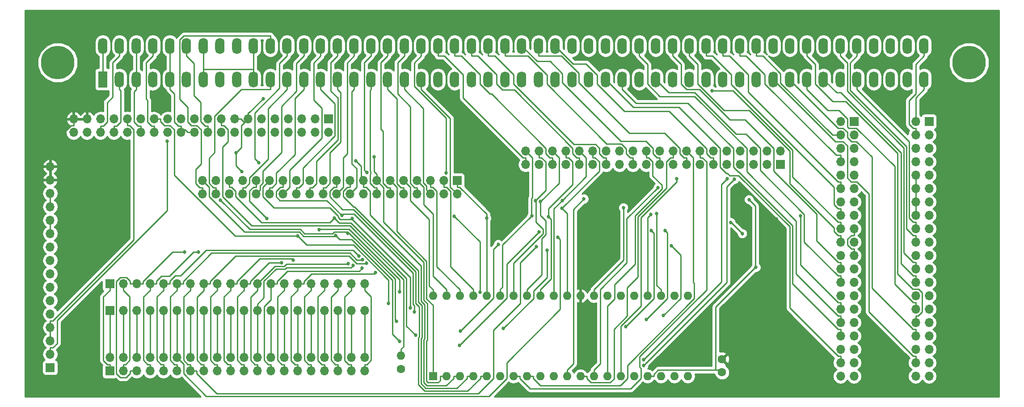
<source format=gbr>
G04 #@! TF.FileFunction,Copper,L2,Bot,Signal*
%FSLAX46Y46*%
G04 Gerber Fmt 4.6, Leading zero omitted, Abs format (unit mm)*
G04 Created by KiCad (PCBNEW 4.0.7) date 01/03/18 18:17:07*
%MOMM*%
%LPD*%
G01*
G04 APERTURE LIST*
%ADD10C,0.100000*%
%ADD11R,1.700000X1.700000*%
%ADD12O,1.700000X1.700000*%
%ADD13R,1.600000X1.600000*%
%ADD14O,1.600000X1.600000*%
%ADD15O,1.778000X3.048000*%
%ADD16R,1.778000X3.048000*%
%ADD17C,6.350000*%
%ADD18C,1.600000*%
%ADD19C,0.685800*%
%ADD20C,0.254000*%
G04 APERTURE END LIST*
D10*
D11*
X62103000Y-112903000D03*
D12*
X62103000Y-110363000D03*
X62103000Y-107823000D03*
X62103000Y-105283000D03*
X62103000Y-102743000D03*
X62103000Y-100203000D03*
X62103000Y-97663000D03*
X62103000Y-95123000D03*
X62103000Y-92583000D03*
X62103000Y-90043000D03*
X62103000Y-87503000D03*
X62103000Y-84963000D03*
X62103000Y-82423000D03*
X62103000Y-79883000D03*
X62103000Y-77343000D03*
X62103000Y-74803000D03*
D13*
X134620000Y-114554000D03*
D14*
X182880000Y-99314000D03*
X137160000Y-114554000D03*
X180340000Y-99314000D03*
X139700000Y-114554000D03*
X177800000Y-99314000D03*
X142240000Y-114554000D03*
X175260000Y-99314000D03*
X144780000Y-114554000D03*
X172720000Y-99314000D03*
X147320000Y-114554000D03*
X170180000Y-99314000D03*
X149860000Y-114554000D03*
X167640000Y-99314000D03*
X152400000Y-114554000D03*
X165100000Y-99314000D03*
X154940000Y-114554000D03*
X162560000Y-99314000D03*
X157480000Y-114554000D03*
X160020000Y-99314000D03*
X160020000Y-114554000D03*
X157480000Y-99314000D03*
X162560000Y-114554000D03*
X154940000Y-99314000D03*
X165100000Y-114554000D03*
X152400000Y-99314000D03*
X167640000Y-114554000D03*
X149860000Y-99314000D03*
X170180000Y-114554000D03*
X147320000Y-99314000D03*
X172720000Y-114554000D03*
X144780000Y-99314000D03*
X175260000Y-114554000D03*
X142240000Y-99314000D03*
X177800000Y-114554000D03*
X139700000Y-99314000D03*
X180340000Y-114554000D03*
X137160000Y-99314000D03*
X182880000Y-114554000D03*
X134620000Y-99314000D03*
D11*
X73406000Y-102108000D03*
D12*
X75946000Y-102108000D03*
X78486000Y-102108000D03*
X81026000Y-102108000D03*
X83566000Y-102108000D03*
X86106000Y-102108000D03*
X88646000Y-102108000D03*
X91186000Y-102108000D03*
X93726000Y-102108000D03*
X96266000Y-102108000D03*
X98806000Y-102108000D03*
X101346000Y-102108000D03*
X103886000Y-102108000D03*
X106426000Y-102108000D03*
X108966000Y-102108000D03*
X111506000Y-102108000D03*
X114046000Y-102108000D03*
X116586000Y-102108000D03*
X119126000Y-102108000D03*
X121666000Y-102108000D03*
D11*
X73406000Y-97028000D03*
D12*
X75946000Y-97028000D03*
X78486000Y-97028000D03*
X81026000Y-97028000D03*
X83566000Y-97028000D03*
X86106000Y-97028000D03*
X88646000Y-97028000D03*
X91186000Y-97028000D03*
X93726000Y-97028000D03*
X96266000Y-97028000D03*
X98806000Y-97028000D03*
X101346000Y-97028000D03*
X103886000Y-97028000D03*
X106426000Y-97028000D03*
X108966000Y-97028000D03*
X111506000Y-97028000D03*
X114046000Y-97028000D03*
X116586000Y-97028000D03*
X119126000Y-97028000D03*
X121666000Y-97028000D03*
D11*
X73406000Y-113538000D03*
D12*
X73406000Y-110998000D03*
X75946000Y-113538000D03*
X75946000Y-110998000D03*
X78486000Y-113538000D03*
X78486000Y-110998000D03*
X81026000Y-113538000D03*
X81026000Y-110998000D03*
X83566000Y-113538000D03*
X83566000Y-110998000D03*
X86106000Y-113538000D03*
X86106000Y-110998000D03*
X88646000Y-113538000D03*
X88646000Y-110998000D03*
X91186000Y-113538000D03*
X91186000Y-110998000D03*
X93726000Y-113538000D03*
X93726000Y-110998000D03*
X96266000Y-113538000D03*
X96266000Y-110998000D03*
X98806000Y-113538000D03*
X98806000Y-110998000D03*
X101346000Y-113538000D03*
X101346000Y-110998000D03*
X103886000Y-113538000D03*
X103886000Y-110998000D03*
X106426000Y-113538000D03*
X106426000Y-110998000D03*
X108966000Y-113538000D03*
X108966000Y-110998000D03*
X111506000Y-113538000D03*
X111506000Y-110998000D03*
X114046000Y-113538000D03*
X114046000Y-110998000D03*
X116586000Y-113538000D03*
X116586000Y-110998000D03*
X119126000Y-113538000D03*
X119126000Y-110998000D03*
X121666000Y-113538000D03*
X121666000Y-110998000D03*
D15*
X72067420Y-51948080D03*
D16*
X72067420Y-58298080D03*
D15*
X87942420Y-51948080D03*
X75242420Y-58298080D03*
X91117420Y-51948080D03*
X78417420Y-58298080D03*
X94292420Y-51948080D03*
X81592420Y-58298080D03*
X97467420Y-51948080D03*
X84767420Y-58298080D03*
X100642420Y-51948080D03*
X87942420Y-58298080D03*
X103817420Y-51948080D03*
X91117420Y-58298080D03*
X106992420Y-51948080D03*
X94292420Y-58298080D03*
X110167420Y-51948080D03*
X97467420Y-58298080D03*
X113342420Y-51948080D03*
X100642420Y-58298080D03*
X116517420Y-51948080D03*
X103817420Y-58298080D03*
X119692420Y-51948080D03*
X106992420Y-58298080D03*
X110167420Y-58298080D03*
X122867420Y-51948080D03*
X113342420Y-58298080D03*
X119692420Y-58298080D03*
X122867420Y-58298080D03*
X126042420Y-58298080D03*
X129217420Y-58298080D03*
X126042420Y-51948080D03*
X129217420Y-51948080D03*
X75242420Y-51948080D03*
X78417420Y-51948080D03*
X81592420Y-51948080D03*
X84767420Y-51948080D03*
X132392420Y-51948080D03*
X132392420Y-58298080D03*
X116517420Y-58298080D03*
X135567420Y-58298080D03*
X135567420Y-51948080D03*
X138742420Y-58298080D03*
X138742420Y-51948080D03*
X141917420Y-58298080D03*
X141917420Y-51948080D03*
X145092420Y-58298080D03*
X145092420Y-51948080D03*
X148267420Y-58298080D03*
X148267420Y-51948080D03*
X151442420Y-58298080D03*
X151442420Y-51948080D03*
X154617420Y-58298080D03*
X154617420Y-51948080D03*
X157792420Y-58298080D03*
X157792420Y-51948080D03*
X160967420Y-58298080D03*
X160967420Y-51948080D03*
X164142420Y-58298080D03*
X164142420Y-51948080D03*
X167317420Y-58298080D03*
X167317420Y-51948080D03*
X170492420Y-58298080D03*
X170492420Y-51948080D03*
X173667420Y-58298080D03*
X173667420Y-51948080D03*
X176842420Y-58298080D03*
X176842420Y-51948080D03*
X180017420Y-58298080D03*
X180017420Y-51948080D03*
X183192420Y-58298080D03*
X183192420Y-51948080D03*
X186367420Y-58298080D03*
X186367420Y-51948080D03*
X189542420Y-58298080D03*
X189542420Y-51948080D03*
X192717420Y-58298080D03*
X192717420Y-51948080D03*
X195892420Y-58298080D03*
X195892420Y-51948080D03*
X199067420Y-58298080D03*
X199067420Y-51948080D03*
X202242420Y-58298080D03*
X202242420Y-51948080D03*
X205417420Y-58298080D03*
X205417420Y-51948080D03*
X208592420Y-58298080D03*
X208592420Y-51948080D03*
X211767420Y-58298080D03*
X211767420Y-51948080D03*
X214942420Y-58298080D03*
X214942420Y-51948080D03*
X218117420Y-58298080D03*
X218117420Y-51948080D03*
X221292420Y-58298080D03*
X221292420Y-51948080D03*
X224467420Y-58298080D03*
X224467420Y-51948080D03*
X227642420Y-58298080D03*
X227642420Y-51948080D03*
D17*
X236151420Y-55123080D03*
X63558420Y-55123080D03*
D18*
X189357000Y-113792000D03*
X189357000Y-111292000D03*
X128524000Y-113157000D03*
D14*
X128524000Y-110617000D03*
D11*
X114808000Y-65786000D03*
D12*
X114808000Y-68326000D03*
X112268000Y-65786000D03*
X112268000Y-68326000D03*
X109728000Y-65786000D03*
X109728000Y-68326000D03*
X107188000Y-65786000D03*
X107188000Y-68326000D03*
X104648000Y-65786000D03*
X104648000Y-68326000D03*
X102108000Y-65786000D03*
X102108000Y-68326000D03*
X99568000Y-65786000D03*
X99568000Y-68326000D03*
X97028000Y-65786000D03*
X97028000Y-68326000D03*
X94488000Y-65786000D03*
X94488000Y-68326000D03*
X91948000Y-65786000D03*
X91948000Y-68326000D03*
X89408000Y-65786000D03*
X89408000Y-68326000D03*
X86868000Y-65786000D03*
X86868000Y-68326000D03*
X84328000Y-65786000D03*
X84328000Y-68326000D03*
X81788000Y-65786000D03*
X81788000Y-68326000D03*
X79248000Y-65786000D03*
X79248000Y-68326000D03*
X76708000Y-65786000D03*
X76708000Y-68326000D03*
X74168000Y-65786000D03*
X74168000Y-68326000D03*
X71628000Y-65786000D03*
X71628000Y-68326000D03*
X69088000Y-65786000D03*
X69088000Y-68326000D03*
X66548000Y-65786000D03*
X66548000Y-68326000D03*
D11*
X139192000Y-77470000D03*
D12*
X139192000Y-80010000D03*
X136652000Y-77470000D03*
X136652000Y-80010000D03*
X134112000Y-77470000D03*
X134112000Y-80010000D03*
X131572000Y-77470000D03*
X131572000Y-80010000D03*
X129032000Y-77470000D03*
X129032000Y-80010000D03*
X126492000Y-77470000D03*
X126492000Y-80010000D03*
X123952000Y-77470000D03*
X123952000Y-80010000D03*
X121412000Y-77470000D03*
X121412000Y-80010000D03*
X118872000Y-77470000D03*
X118872000Y-80010000D03*
X116332000Y-77470000D03*
X116332000Y-80010000D03*
X113792000Y-77470000D03*
X113792000Y-80010000D03*
X111252000Y-77470000D03*
X111252000Y-80010000D03*
X108712000Y-77470000D03*
X108712000Y-80010000D03*
X106172000Y-77470000D03*
X106172000Y-80010000D03*
X103632000Y-77470000D03*
X103632000Y-80010000D03*
X101092000Y-77470000D03*
X101092000Y-80010000D03*
X98552000Y-77470000D03*
X98552000Y-80010000D03*
X96012000Y-77470000D03*
X96012000Y-80010000D03*
X93472000Y-77470000D03*
X93472000Y-80010000D03*
X90932000Y-77470000D03*
X90932000Y-80010000D03*
D11*
X200423000Y-74410000D03*
D12*
X200423000Y-71870000D03*
X197883000Y-74410000D03*
X197883000Y-71870000D03*
X195343000Y-74410000D03*
X195343000Y-71870000D03*
X192803000Y-74410000D03*
X192803000Y-71870000D03*
X190263000Y-74410000D03*
X190263000Y-71870000D03*
X187723000Y-74410000D03*
X187723000Y-71870000D03*
X185183000Y-74410000D03*
X185183000Y-71870000D03*
X182643000Y-74410000D03*
X182643000Y-71870000D03*
X180103000Y-74410000D03*
X180103000Y-71870000D03*
X177563000Y-74410000D03*
X177563000Y-71870000D03*
X175023000Y-74410000D03*
X175023000Y-71870000D03*
X172483000Y-74410000D03*
X172483000Y-71870000D03*
X169943000Y-74410000D03*
X169943000Y-71870000D03*
X167403000Y-74410000D03*
X167403000Y-71870000D03*
X164863000Y-74410000D03*
X164863000Y-71870000D03*
X162323000Y-74410000D03*
X162323000Y-71870000D03*
X159783000Y-74410000D03*
X159783000Y-71870000D03*
X157243000Y-74410000D03*
X157243000Y-71870000D03*
X154703000Y-74410000D03*
X154703000Y-71870000D03*
X152163000Y-74410000D03*
X152163000Y-71870000D03*
D11*
X214364000Y-66277000D03*
D12*
X211824000Y-66277000D03*
X214364000Y-68817000D03*
X211824000Y-68817000D03*
X214364000Y-71357000D03*
X211824000Y-71357000D03*
X214364000Y-73897000D03*
X211824000Y-73897000D03*
X214364000Y-76437000D03*
X211824000Y-76437000D03*
X214364000Y-78977000D03*
X211824000Y-78977000D03*
X214364000Y-81517000D03*
X211824000Y-81517000D03*
X214364000Y-84057000D03*
X211824000Y-84057000D03*
X214364000Y-86597000D03*
X211824000Y-86597000D03*
X214364000Y-89137000D03*
X211824000Y-89137000D03*
X214364000Y-91677000D03*
X211824000Y-91677000D03*
X214364000Y-94217000D03*
X211824000Y-94217000D03*
X214364000Y-96757000D03*
X211824000Y-96757000D03*
X214364000Y-99297000D03*
X211824000Y-99297000D03*
X214364000Y-101837000D03*
X211824000Y-101837000D03*
X214364000Y-104377000D03*
X211824000Y-104377000D03*
X214364000Y-106917000D03*
X211824000Y-106917000D03*
X214364000Y-109457000D03*
X211824000Y-109457000D03*
X214364000Y-111997000D03*
X211824000Y-111997000D03*
X214364000Y-114537000D03*
X211824000Y-114537000D03*
D11*
X228588000Y-66277000D03*
D12*
X226048000Y-66277000D03*
X228588000Y-68817000D03*
X226048000Y-68817000D03*
X228588000Y-71357000D03*
X226048000Y-71357000D03*
X228588000Y-73897000D03*
X226048000Y-73897000D03*
X228588000Y-76437000D03*
X226048000Y-76437000D03*
X228588000Y-78977000D03*
X226048000Y-78977000D03*
X228588000Y-81517000D03*
X226048000Y-81517000D03*
X228588000Y-84057000D03*
X226048000Y-84057000D03*
X228588000Y-86597000D03*
X226048000Y-86597000D03*
X228588000Y-89137000D03*
X226048000Y-89137000D03*
X228588000Y-91677000D03*
X226048000Y-91677000D03*
X228588000Y-94217000D03*
X226048000Y-94217000D03*
X228588000Y-96757000D03*
X226048000Y-96757000D03*
X228588000Y-99297000D03*
X226048000Y-99297000D03*
X228588000Y-101837000D03*
X226048000Y-101837000D03*
X228588000Y-104377000D03*
X226048000Y-104377000D03*
X228588000Y-106917000D03*
X226048000Y-106917000D03*
X228588000Y-109457000D03*
X226048000Y-109457000D03*
X228588000Y-111997000D03*
X226048000Y-111997000D03*
X228588000Y-114537000D03*
X226048000Y-114537000D03*
D19*
X97302200Y-72212800D03*
X102432900Y-61928600D03*
X98436100Y-75800200D03*
X195773500Y-93912400D03*
X194465500Y-81058400D03*
X163218000Y-80925600D03*
X103168100Y-84663600D03*
X196986300Y-97409000D03*
X164051700Y-86892700D03*
X199684200Y-84702700D03*
X87558800Y-91028900D03*
X90234000Y-91006300D03*
X120594100Y-91786100D03*
X139822300Y-105982400D03*
X146978900Y-89563900D03*
X121272700Y-92437200D03*
X158272500Y-88187400D03*
X154173300Y-89997600D03*
X154748700Y-87194200D03*
X139677500Y-108704800D03*
X121997200Y-93148800D03*
X147941300Y-105499600D03*
X156225300Y-90624300D03*
X108145600Y-92526400D03*
X105960600Y-92995700D03*
X118541600Y-93181900D03*
X119497500Y-93577500D03*
X121215300Y-94049700D03*
X171151900Y-105131000D03*
X175984000Y-86915800D03*
X123729900Y-94902300D03*
X175012700Y-103781800D03*
X178605900Y-86954900D03*
X178283100Y-103041500D03*
X179757000Y-89790900D03*
X193215300Y-87509300D03*
X191019700Y-85407100D03*
X123482300Y-72974400D03*
X120010500Y-73736900D03*
X159042000Y-82736200D03*
X159081700Y-81245500D03*
X156489600Y-84303200D03*
X155009300Y-81434700D03*
X154007400Y-81244800D03*
X153330000Y-84153700D03*
X144780000Y-84596700D03*
X177244300Y-78767800D03*
X191705000Y-77224800D03*
X174516600Y-112527200D03*
X190320500Y-77149000D03*
X174538400Y-111401300D03*
X180812900Y-77116400D03*
X119344400Y-84614300D03*
X130317500Y-101578300D03*
X127671000Y-104122100D03*
X118465000Y-87412400D03*
X94387400Y-81181500D03*
X143510000Y-98603400D03*
X138659000Y-84241400D03*
X131107700Y-102386200D03*
X117382600Y-84089400D03*
X115934100Y-84527500D03*
X131304900Y-106747100D03*
X116209400Y-87879500D03*
X128292200Y-107923900D03*
X126189700Y-100780700D03*
X108997100Y-87943000D03*
X128330600Y-98578700D03*
X113038900Y-86769500D03*
X177009800Y-83735800D03*
X175857000Y-83899300D03*
X170691000Y-82580400D03*
X84234700Y-70001600D03*
X137075500Y-76020000D03*
X122086700Y-75959200D03*
X101607800Y-74101400D03*
X187459900Y-60432100D03*
X204212700Y-84163400D03*
D20*
X62103000Y-79883000D02*
X62103000Y-82423000D01*
X97028000Y-65786000D02*
X98259300Y-65786000D01*
X98913700Y-66440300D02*
X98259300Y-65786000D01*
X98913700Y-66440300D02*
X99568000Y-65786000D01*
X99568000Y-65786000D02*
X99568000Y-64554700D01*
X99806800Y-64554700D02*
X102432900Y-61928600D01*
X99568000Y-64554700D02*
X99806800Y-64554700D01*
X161201300Y-82942300D02*
X163218000Y-80925600D01*
X161201300Y-112191400D02*
X161201300Y-82942300D01*
X160020000Y-113372700D02*
X161201300Y-112191400D01*
X160020000Y-114554000D02*
X160020000Y-113372700D01*
X175260000Y-114554000D02*
X176441300Y-114554000D01*
X195649900Y-82242800D02*
X195649900Y-93912400D01*
X194465500Y-81058400D02*
X195649900Y-82242800D01*
X195649900Y-93912400D02*
X195773500Y-93912400D01*
X188173300Y-101389000D02*
X195649900Y-93912400D01*
X188173300Y-113353100D02*
X188173300Y-101389000D01*
X177275100Y-113353100D02*
X188173300Y-113353100D01*
X176441300Y-114186900D02*
X177275100Y-113353100D01*
X176441300Y-114554000D02*
X176441300Y-114186900D01*
X188918100Y-113353100D02*
X189357000Y-113792000D01*
X188173300Y-113353100D02*
X188918100Y-113353100D01*
X97302200Y-74666300D02*
X97302200Y-72212800D01*
X98436100Y-75800200D02*
X97302200Y-74666300D01*
X98298000Y-67056000D02*
X98913700Y-66440300D01*
X98298000Y-71217000D02*
X98298000Y-67056000D01*
X97302200Y-72212800D02*
X98298000Y-71217000D01*
X100581800Y-78701300D02*
X101092000Y-78701300D01*
X99856600Y-79426500D02*
X100581800Y-78701300D01*
X99856600Y-81352100D02*
X99856600Y-79426500D01*
X103168100Y-84663600D02*
X99856600Y-81352100D01*
X101092000Y-77470000D02*
X101092000Y-78701300D01*
X66548000Y-65786000D02*
X66548000Y-67017300D01*
X62103000Y-71000600D02*
X62103000Y-74803000D01*
X66086300Y-67017300D02*
X62103000Y-71000600D01*
X66548000Y-67017300D02*
X66086300Y-67017300D01*
X62103000Y-74803000D02*
X62103000Y-77343000D01*
X162560000Y-99314000D02*
X162560000Y-98132700D01*
X196986300Y-103662700D02*
X196986300Y-97409000D01*
X189357000Y-111292000D02*
X196986300Y-103662700D01*
X199684200Y-94711100D02*
X199684200Y-84702700D01*
X196986300Y-97409000D02*
X199684200Y-94711100D01*
X162560000Y-88384400D02*
X164051700Y-86892700D01*
X162560000Y-98132700D02*
X162560000Y-88384400D01*
X72174700Y-99490600D02*
X73406000Y-98259300D01*
X72174700Y-111537100D02*
X72174700Y-99490600D01*
X72944300Y-112306700D02*
X72174700Y-111537100D01*
X73406000Y-112306700D02*
X72944300Y-112306700D01*
X73406000Y-113538000D02*
X73406000Y-112306700D01*
X73406000Y-97028000D02*
X73406000Y-98259300D01*
X73406000Y-110998000D02*
X73406000Y-102108000D01*
X77190800Y-99504100D02*
X75946000Y-98259300D01*
X77190800Y-111523600D02*
X77190800Y-99504100D01*
X76407700Y-112306700D02*
X77190800Y-111523600D01*
X75946000Y-112306700D02*
X76407700Y-112306700D01*
X75946000Y-113538000D02*
X75946000Y-112306700D01*
X75946000Y-97028000D02*
X75946000Y-98259300D01*
X75946000Y-110998000D02*
X75946000Y-102108000D01*
X85254700Y-91028900D02*
X87558800Y-91028900D01*
X79717300Y-96566300D02*
X85254700Y-91028900D01*
X79717300Y-97028000D02*
X79717300Y-96566300D01*
X78486000Y-97028000D02*
X79717300Y-97028000D01*
X77254700Y-96517800D02*
X77254700Y-97028000D01*
X76523900Y-95787000D02*
X77254700Y-96517800D01*
X75421200Y-95787000D02*
X76523900Y-95787000D01*
X74637400Y-96570800D02*
X75421200Y-95787000D01*
X74637400Y-114010900D02*
X74637400Y-96570800D01*
X75396500Y-114770000D02*
X74637400Y-114010900D01*
X76484400Y-114770000D02*
X75396500Y-114770000D01*
X77254700Y-113999700D02*
X76484400Y-114770000D01*
X77254700Y-113538000D02*
X77254700Y-113999700D01*
X78486000Y-113538000D02*
X77254700Y-113538000D01*
X78486000Y-97028000D02*
X77254700Y-97028000D01*
X78486000Y-110998000D02*
X78486000Y-102108000D01*
X81026000Y-97028000D02*
X82257300Y-97028000D01*
X79780900Y-99504400D02*
X81026000Y-98259300D01*
X79780900Y-111523300D02*
X79780900Y-99504400D01*
X80564300Y-112306700D02*
X79780900Y-111523300D01*
X81026000Y-112306700D02*
X80564300Y-112306700D01*
X81026000Y-113538000D02*
X81026000Y-112306700D01*
X81026000Y-97028000D02*
X81026000Y-98259300D01*
X82257300Y-96523800D02*
X82257300Y-97028000D01*
X83194900Y-95586200D02*
X82257300Y-96523800D01*
X84658400Y-95586200D02*
X83194900Y-95586200D01*
X89238300Y-91006300D02*
X84658400Y-95586200D01*
X90234000Y-91006300D02*
X89238300Y-91006300D01*
X81026000Y-110998000D02*
X81026000Y-102108000D01*
X83566000Y-97028000D02*
X84797300Y-97028000D01*
X82320900Y-99504400D02*
X83566000Y-98259300D01*
X82320900Y-111523300D02*
X82320900Y-99504400D01*
X83104300Y-112306700D02*
X82320900Y-111523300D01*
X83566000Y-112306700D02*
X83104300Y-112306700D01*
X83566000Y-113538000D02*
X83566000Y-112306700D01*
X83566000Y-97028000D02*
X83566000Y-98259300D01*
X119503500Y-90695500D02*
X120594100Y-91786100D01*
X91605700Y-90695500D02*
X119503500Y-90695500D01*
X86804300Y-95496900D02*
X91605700Y-90695500D01*
X85825500Y-95496900D02*
X86804300Y-95496900D01*
X84797300Y-96525100D02*
X85825500Y-95496900D01*
X84797300Y-97028000D02*
X84797300Y-96525100D01*
X83566000Y-110998000D02*
X83566000Y-102108000D01*
X146049900Y-99754800D02*
X139822300Y-105982400D01*
X146049900Y-90492900D02*
X146049900Y-99754800D01*
X146978900Y-89563900D02*
X146049900Y-90492900D01*
X86106000Y-97028000D02*
X87337300Y-97028000D01*
X121170600Y-92539300D02*
X121272700Y-92437200D01*
X120202400Y-92539300D02*
X121170600Y-92539300D01*
X118867500Y-91204400D02*
X120202400Y-92539300D01*
X92691200Y-91204400D02*
X118867500Y-91204400D01*
X87337300Y-96558300D02*
X92691200Y-91204400D01*
X87337300Y-97028000D02*
X87337300Y-96558300D01*
X84860900Y-99504400D02*
X86106000Y-98259300D01*
X84860900Y-111523300D02*
X84860900Y-99504400D01*
X85644300Y-112306700D02*
X84860900Y-111523300D01*
X86106000Y-112306700D02*
X85644300Y-112306700D01*
X86106000Y-113538000D02*
X86106000Y-112306700D01*
X86106000Y-97028000D02*
X86106000Y-98259300D01*
X86106000Y-102108000D02*
X86106000Y-110998000D01*
X158679300Y-88594200D02*
X158272500Y-88187400D01*
X158679300Y-101877200D02*
X158679300Y-88594200D01*
X148590000Y-111966500D02*
X158679300Y-101877200D01*
X148590000Y-114975600D02*
X148590000Y-111966500D01*
X145224900Y-118340700D02*
X148590000Y-114975600D01*
X91653600Y-118340700D02*
X145224900Y-118340700D01*
X87376000Y-114063100D02*
X91653600Y-118340700D01*
X87376000Y-112268000D02*
X87376000Y-114063100D01*
X86106000Y-110998000D02*
X87376000Y-112268000D01*
X89134600Y-113538000D02*
X89877300Y-113538000D01*
X89134600Y-113538000D02*
X88646000Y-113538000D01*
X88646000Y-113538000D02*
X88646000Y-112306700D01*
X88646000Y-97028000D02*
X88646000Y-98259300D01*
X87400900Y-99504400D02*
X88646000Y-98259300D01*
X87400900Y-111523300D02*
X87400900Y-99504400D01*
X88184300Y-112306700D02*
X87400900Y-111523300D01*
X88646000Y-112306700D02*
X88184300Y-112306700D01*
X89877300Y-113999700D02*
X89877300Y-113538000D01*
X93705700Y-117828100D02*
X89877300Y-113999700D01*
X143196600Y-117828100D02*
X93705700Y-117828100D01*
X146050000Y-114974700D02*
X143196600Y-117828100D01*
X146050000Y-105788700D02*
X146050000Y-114974700D01*
X151130000Y-100708700D02*
X146050000Y-105788700D01*
X151130000Y-93040900D02*
X151130000Y-100708700D01*
X154173300Y-89997600D02*
X151130000Y-93040900D01*
X88646000Y-110998000D02*
X88646000Y-102108000D01*
X148626800Y-93316100D02*
X154748700Y-87194200D01*
X148626800Y-99755500D02*
X148626800Y-93316100D01*
X139677500Y-108704800D02*
X148626800Y-99755500D01*
X91186000Y-113538000D02*
X91186000Y-112306700D01*
X89930300Y-99515000D02*
X91186000Y-98259300D01*
X89930300Y-111512700D02*
X89930300Y-99515000D01*
X90724300Y-112306700D02*
X89930300Y-111512700D01*
X91186000Y-112306700D02*
X90724300Y-112306700D01*
X91186000Y-97607100D02*
X91186000Y-98259300D01*
X91186000Y-97607100D02*
X91186000Y-97028000D01*
X91186000Y-97028000D02*
X92417300Y-97028000D01*
X121903700Y-93242300D02*
X121997200Y-93148800D01*
X120186600Y-93242300D02*
X121903700Y-93242300D01*
X118707400Y-91763100D02*
X120186600Y-93242300D01*
X97220500Y-91763100D02*
X118707400Y-91763100D01*
X92417300Y-96566300D02*
X97220500Y-91763100D01*
X92417300Y-97028000D02*
X92417300Y-96566300D01*
X91186000Y-109766700D02*
X91186000Y-103339300D01*
X91186000Y-110998000D02*
X91186000Y-109766700D01*
X91186000Y-102108000D02*
X91186000Y-103339300D01*
X153670000Y-99770900D02*
X147941300Y-105499600D01*
X153670000Y-98387000D02*
X153670000Y-99770900D01*
X156225300Y-95831700D02*
X153670000Y-98387000D01*
X156225300Y-90624300D02*
X156225300Y-95831700D01*
X92480900Y-99504400D02*
X93726000Y-98259300D01*
X92480900Y-111523300D02*
X92480900Y-99504400D01*
X93264300Y-112306700D02*
X92480900Y-111523300D01*
X93726000Y-112306700D02*
X93264300Y-112306700D01*
X93726000Y-113538000D02*
X93726000Y-112306700D01*
X93726000Y-97028000D02*
X93726000Y-98259300D01*
X93726000Y-110998000D02*
X93726000Y-102108000D01*
X95034600Y-99490700D02*
X96266000Y-98259300D01*
X95034600Y-111537000D02*
X95034600Y-99490700D01*
X95804300Y-112306700D02*
X95034600Y-111537000D01*
X96266000Y-112306700D02*
X95804300Y-112306700D01*
X96266000Y-113538000D02*
X96266000Y-112306700D01*
X96266000Y-97607100D02*
X96266000Y-98259300D01*
X96266000Y-97607100D02*
X96266000Y-97028000D01*
X107890600Y-92271400D02*
X108145600Y-92526400D01*
X101792200Y-92271400D02*
X107890600Y-92271400D01*
X97497300Y-96566300D02*
X101792200Y-92271400D01*
X97497300Y-97028000D02*
X97497300Y-96566300D01*
X96266000Y-97028000D02*
X97497300Y-97028000D01*
X96266000Y-110998000D02*
X96266000Y-102108000D01*
X98806000Y-97028000D02*
X100037300Y-97028000D01*
X97560900Y-99504400D02*
X98806000Y-98259300D01*
X97560900Y-111523300D02*
X97560900Y-99504400D01*
X98344300Y-112306700D02*
X97560900Y-111523300D01*
X98806000Y-112306700D02*
X98344300Y-112306700D01*
X98806000Y-113538000D02*
X98806000Y-112306700D01*
X98806000Y-97028000D02*
X98806000Y-98259300D01*
X103607900Y-92995700D02*
X105960600Y-92995700D01*
X100037300Y-96566300D02*
X103607900Y-92995700D01*
X100037300Y-97028000D02*
X100037300Y-96566300D01*
X98806000Y-110998000D02*
X98806000Y-102108000D01*
X118472900Y-93250600D02*
X118541600Y-93181900D01*
X106880700Y-93250600D02*
X118472900Y-93250600D01*
X106411400Y-93719900D02*
X106880700Y-93250600D01*
X104654100Y-93719900D02*
X106411400Y-93719900D01*
X101346000Y-97028000D02*
X104654100Y-93719900D01*
X100076000Y-99529300D02*
X101346000Y-98259300D01*
X100076000Y-111498400D02*
X100076000Y-99529300D01*
X100884300Y-112306700D02*
X100076000Y-111498400D01*
X101346000Y-112306700D02*
X100884300Y-112306700D01*
X101346000Y-113538000D02*
X101346000Y-112306700D01*
X101346000Y-97028000D02*
X101346000Y-98259300D01*
X101346000Y-102108000D02*
X101346000Y-100876700D01*
X101346000Y-110998000D02*
X101346000Y-102108000D01*
X119129400Y-93945600D02*
X119497500Y-93577500D01*
X106904600Y-93945600D02*
X119129400Y-93945600D01*
X106622000Y-94228200D02*
X106904600Y-93945600D01*
X104888700Y-94228200D02*
X106622000Y-94228200D01*
X102577300Y-96539600D02*
X104888700Y-94228200D01*
X102577300Y-99645400D02*
X102577300Y-96539600D01*
X101346000Y-100876700D02*
X102577300Y-99645400D01*
X103886000Y-97028000D02*
X105117300Y-97028000D01*
X103886000Y-100080300D02*
X103886000Y-97028000D01*
X102640900Y-101325400D02*
X103886000Y-100080300D01*
X102640900Y-111523300D02*
X102640900Y-101325400D01*
X103424300Y-112306700D02*
X102640900Y-111523300D01*
X103886000Y-112306700D02*
X103424300Y-112306700D01*
X103886000Y-113538000D02*
X103886000Y-112306700D01*
X120658400Y-94606600D02*
X121215300Y-94049700D01*
X107077000Y-94606600D02*
X120658400Y-94606600D01*
X105117300Y-96566300D02*
X107077000Y-94606600D01*
X105117300Y-97028000D02*
X105117300Y-96566300D01*
X103886000Y-110998000D02*
X103886000Y-102108000D01*
X176496200Y-99786700D02*
X171151900Y-105131000D01*
X176496200Y-87428000D02*
X176496200Y-99786700D01*
X175984000Y-86915800D02*
X176496200Y-87428000D01*
X105180900Y-99504400D02*
X106426000Y-98259300D01*
X105180900Y-111523300D02*
X105180900Y-99504400D01*
X105964300Y-112306700D02*
X105180900Y-111523300D01*
X106426000Y-112306700D02*
X105964300Y-112306700D01*
X106426000Y-113538000D02*
X106426000Y-112306700D01*
X106426000Y-97028000D02*
X106426000Y-98259300D01*
X106426000Y-110998000D02*
X106426000Y-102108000D01*
X108966000Y-113538000D02*
X108966000Y-112306700D01*
X107734600Y-99490700D02*
X108966000Y-98259300D01*
X107734600Y-111537000D02*
X107734600Y-99490700D01*
X108504300Y-112306700D02*
X107734600Y-111537000D01*
X108966000Y-112306700D02*
X108504300Y-112306700D01*
X108966000Y-97607100D02*
X108966000Y-98259300D01*
X108966000Y-97607100D02*
X108966000Y-97028000D01*
X108966000Y-97028000D02*
X110197300Y-97028000D01*
X123469300Y-95162900D02*
X123729900Y-94902300D01*
X111600600Y-95162900D02*
X123469300Y-95162900D01*
X110197300Y-96566200D02*
X111600600Y-95162900D01*
X110197300Y-97028000D02*
X110197300Y-96566200D01*
X108966000Y-110998000D02*
X108966000Y-102108000D01*
X179005100Y-99789400D02*
X175012700Y-103781800D01*
X179005100Y-87354100D02*
X179005100Y-99789400D01*
X178605900Y-86954900D02*
X179005100Y-87354100D01*
X110260900Y-99504400D02*
X111506000Y-98259300D01*
X110260900Y-111523300D02*
X110260900Y-99504400D01*
X111044300Y-112306700D02*
X110260900Y-111523300D01*
X111506000Y-112306700D02*
X111044300Y-112306700D01*
X111506000Y-113538000D02*
X111506000Y-112306700D01*
X111506000Y-97028000D02*
X111506000Y-98259300D01*
X111506000Y-110998000D02*
X111506000Y-102108000D01*
X181526900Y-99797700D02*
X178283100Y-103041500D01*
X181526900Y-91560800D02*
X181526900Y-99797700D01*
X179757000Y-89790900D02*
X181526900Y-91560800D01*
X112814600Y-99490700D02*
X114046000Y-98259300D01*
X112814600Y-111537000D02*
X112814600Y-99490700D01*
X113584300Y-112306700D02*
X112814600Y-111537000D01*
X114046000Y-112306700D02*
X113584300Y-112306700D01*
X114046000Y-113538000D02*
X114046000Y-112306700D01*
X114046000Y-97028000D02*
X114046000Y-98259300D01*
X114046000Y-110998000D02*
X114046000Y-102108000D01*
X115316000Y-99529300D02*
X116586000Y-98259300D01*
X115316000Y-111498400D02*
X115316000Y-99529300D01*
X116124300Y-112306700D02*
X115316000Y-111498400D01*
X116586000Y-112306700D02*
X116124300Y-112306700D01*
X116586000Y-113538000D02*
X116586000Y-112306700D01*
X116586000Y-97028000D02*
X116586000Y-98259300D01*
X116586000Y-110998000D02*
X116586000Y-102108000D01*
X117894600Y-99490700D02*
X119126000Y-98259300D01*
X117894600Y-111537000D02*
X117894600Y-99490700D01*
X118664300Y-112306700D02*
X117894600Y-111537000D01*
X119126000Y-112306700D02*
X118664300Y-112306700D01*
X119126000Y-113538000D02*
X119126000Y-112306700D01*
X119126000Y-97028000D02*
X119126000Y-98259300D01*
X119126000Y-110998000D02*
X119126000Y-102108000D01*
X122914200Y-99507500D02*
X121666000Y-98259300D01*
X122914200Y-111520200D02*
X122914200Y-99507500D01*
X122127700Y-112306700D02*
X122914200Y-111520200D01*
X121666000Y-112306700D02*
X122127700Y-112306700D01*
X121666000Y-113538000D02*
X121666000Y-112306700D01*
X121666000Y-97028000D02*
X121666000Y-98259300D01*
X121666000Y-110998000D02*
X121666000Y-102108000D01*
X62103000Y-84963000D02*
X62103000Y-87503000D01*
X191113100Y-85407100D02*
X193215300Y-87509300D01*
X191019700Y-85407100D02*
X191113100Y-85407100D01*
X135343300Y-93776000D02*
X139700000Y-98132700D01*
X135343300Y-79470800D02*
X135343300Y-93776000D01*
X134573800Y-78701300D02*
X135343300Y-79470800D01*
X134112000Y-78701300D02*
X134573800Y-78701300D01*
X134112000Y-77470000D02*
X134112000Y-78701300D01*
X139700000Y-99314000D02*
X139700000Y-98132700D01*
X134620000Y-95592700D02*
X137160000Y-98132700D01*
X134620000Y-83822000D02*
X134620000Y-95592700D01*
X132842000Y-82044000D02*
X134620000Y-83822000D01*
X132842000Y-78740000D02*
X132842000Y-82044000D01*
X131572000Y-77470000D02*
X132842000Y-78740000D01*
X137160000Y-99314000D02*
X137160000Y-98132700D01*
X134620000Y-99314000D02*
X134620000Y-98132700D01*
X130302000Y-78740000D02*
X129032000Y-77470000D01*
X130302000Y-81241400D02*
X130302000Y-78740000D01*
X133910200Y-84849600D02*
X130302000Y-81241400D01*
X133910200Y-97422900D02*
X133910200Y-84849600D01*
X134620000Y-98132700D02*
X133910200Y-97422900D01*
X134620000Y-114554000D02*
X134620000Y-113372700D01*
X127761900Y-78739900D02*
X126492000Y-77470000D01*
X127761900Y-87112700D02*
X127761900Y-78739900D01*
X133401900Y-92752700D02*
X127761900Y-87112700D01*
X133401900Y-99895600D02*
X133401900Y-92752700D01*
X134620000Y-101113700D02*
X133401900Y-99895600D01*
X134620000Y-113372700D02*
X134620000Y-101113700D01*
X137160000Y-114554000D02*
X135978700Y-114554000D01*
X123952000Y-77470000D02*
X123952000Y-76238700D01*
X123482300Y-75769000D02*
X123482300Y-72974400D01*
X123952000Y-76238700D02*
X123482300Y-75769000D01*
X125260600Y-78778600D02*
X123952000Y-77470000D01*
X125260600Y-85330300D02*
X125260600Y-78778600D01*
X132893600Y-92963300D02*
X125260600Y-85330300D01*
X132893600Y-100106100D02*
X132893600Y-92963300D01*
X133554000Y-100766500D02*
X132893600Y-100106100D01*
X133554000Y-107678600D02*
X133554000Y-100766500D01*
X133416400Y-107816200D02*
X133554000Y-107678600D01*
X133416400Y-115512300D02*
X133416400Y-107816200D01*
X133639500Y-115735400D02*
X133416400Y-115512300D01*
X135609400Y-115735400D02*
X133639500Y-115735400D01*
X135978700Y-115366100D02*
X135609400Y-115735400D01*
X135978700Y-114554000D02*
X135978700Y-115366100D01*
X121049300Y-74775700D02*
X120010500Y-73736900D01*
X121049300Y-77107300D02*
X121049300Y-74775700D01*
X121412000Y-77470000D02*
X121049300Y-77107300D01*
X139700000Y-114554000D02*
X138518700Y-114554000D01*
X121412000Y-77470000D02*
X121412000Y-78701300D01*
X121922200Y-78701300D02*
X121412000Y-78701300D01*
X122682000Y-79461100D02*
X121922200Y-78701300D01*
X122682000Y-83941500D02*
X122682000Y-79461100D01*
X132385200Y-93644700D02*
X122682000Y-83941500D01*
X132385200Y-100316500D02*
X132385200Y-93644700D01*
X133045700Y-100977000D02*
X132385200Y-100316500D01*
X133045700Y-107468100D02*
X133045700Y-100977000D01*
X132878300Y-107635500D02*
X133045700Y-107468100D01*
X132878300Y-115743300D02*
X132878300Y-107635500D01*
X133438100Y-116303100D02*
X132878300Y-115743300D01*
X137138800Y-116303100D02*
X133438100Y-116303100D01*
X138518700Y-114923200D02*
X137138800Y-116303100D01*
X138518700Y-114554000D02*
X138518700Y-114923200D01*
X142240000Y-114554000D02*
X141058700Y-114554000D01*
X118872000Y-77470000D02*
X118872000Y-78701300D01*
X118410300Y-78701300D02*
X118872000Y-78701300D01*
X117633700Y-79477900D02*
X118410300Y-78701300D01*
X117633700Y-80514400D02*
X117633700Y-79477900D01*
X119548100Y-82428800D02*
X117633700Y-80514400D01*
X119755700Y-82428800D02*
X119548100Y-82428800D01*
X131853500Y-94526600D02*
X119755700Y-82428800D01*
X131853500Y-100503600D02*
X131853500Y-94526600D01*
X132537400Y-101187500D02*
X131853500Y-100503600D01*
X132537400Y-107257600D02*
X132537400Y-101187500D01*
X132340000Y-107455000D02*
X132537400Y-107257600D01*
X132340000Y-115924000D02*
X132340000Y-107455000D01*
X133227500Y-116811500D02*
X132340000Y-115924000D01*
X139168300Y-116811500D02*
X133227500Y-116811500D01*
X141058700Y-114921100D02*
X139168300Y-116811500D01*
X141058700Y-114554000D02*
X141058700Y-114921100D01*
X144780000Y-114554000D02*
X143598700Y-114554000D01*
X116332000Y-77470000D02*
X116332000Y-78701300D01*
X115870300Y-78701300D02*
X116332000Y-78701300D01*
X115062000Y-79509600D02*
X115870300Y-78701300D01*
X115062000Y-80524600D02*
X115062000Y-79509600D01*
X117474500Y-82937100D02*
X115062000Y-80524600D01*
X119539200Y-82937100D02*
X117474500Y-82937100D01*
X131345200Y-94743100D02*
X119539200Y-82937100D01*
X131345200Y-100714100D02*
X131345200Y-94743100D01*
X132029100Y-101398000D02*
X131345200Y-100714100D01*
X132029100Y-107047100D02*
X132029100Y-101398000D01*
X131814000Y-107262200D02*
X132029100Y-107047100D01*
X131814000Y-116116800D02*
X131814000Y-107262200D01*
X133017000Y-117319800D02*
X131814000Y-116116800D01*
X141200000Y-117319800D02*
X133017000Y-117319800D01*
X143598700Y-114921100D02*
X141200000Y-117319800D01*
X143598700Y-114554000D02*
X143598700Y-114921100D01*
X164863000Y-71870000D02*
X164863000Y-73101300D01*
X160020000Y-83714200D02*
X159042000Y-82736200D01*
X160020000Y-99314000D02*
X160020000Y-83714200D01*
X166133000Y-75645200D02*
X159042000Y-82736200D01*
X166133000Y-73909600D02*
X166133000Y-75645200D01*
X165324700Y-73101300D02*
X166133000Y-73909600D01*
X164863000Y-73101300D02*
X165324700Y-73101300D01*
X157480000Y-99314000D02*
X157480000Y-98132700D01*
X163593000Y-76734200D02*
X159081700Y-81245500D01*
X163593000Y-73140000D02*
X163593000Y-76734200D01*
X162323000Y-71870000D02*
X163593000Y-73140000D01*
X157506400Y-98106300D02*
X157480000Y-98132700D01*
X157506400Y-82820800D02*
X157506400Y-98106300D01*
X159081700Y-81245500D02*
X157506400Y-82820800D01*
X159783000Y-71870000D02*
X159783000Y-73101300D01*
X154940000Y-99314000D02*
X154940000Y-98132700D01*
X156489600Y-82780700D02*
X156489600Y-84303200D01*
X161053000Y-78217300D02*
X156489600Y-82780700D01*
X161053000Y-73859000D02*
X161053000Y-78217300D01*
X160295300Y-73101300D02*
X161053000Y-73859000D01*
X159783000Y-73101300D02*
X160295300Y-73101300D01*
X156997900Y-96074800D02*
X154940000Y-98132700D01*
X156997900Y-84811500D02*
X156997900Y-96074800D01*
X156489600Y-84303200D02*
X156997900Y-84811500D01*
X158513000Y-77931000D02*
X155009300Y-81434700D01*
X158513000Y-73140000D02*
X158513000Y-77931000D01*
X157243000Y-71870000D02*
X158513000Y-73140000D01*
X152400000Y-99314000D02*
X152400000Y-98132700D01*
X155208700Y-95324000D02*
X152400000Y-98132700D01*
X155208700Y-88499100D02*
X155208700Y-95324000D01*
X155981300Y-87726500D02*
X155208700Y-88499100D01*
X155981300Y-85034900D02*
X155981300Y-87726500D01*
X155009300Y-84062900D02*
X155981300Y-85034900D01*
X155009300Y-81434700D02*
X155009300Y-84062900D01*
X154703000Y-71870000D02*
X154703000Y-73101300D01*
X155164700Y-73101300D02*
X154703000Y-73101300D01*
X155973000Y-73909600D02*
X155164700Y-73101300D01*
X155973000Y-79279200D02*
X155973000Y-73909600D01*
X154007400Y-81244800D02*
X155973000Y-79279200D01*
X149860000Y-93129000D02*
X149860000Y-99314000D01*
X155473000Y-87516000D02*
X149860000Y-93129000D01*
X155473000Y-86690800D02*
X155473000Y-87516000D01*
X154089600Y-85307400D02*
X155473000Y-86690800D01*
X154089600Y-81327000D02*
X154089600Y-85307400D01*
X154007400Y-81244800D02*
X154089600Y-81327000D01*
X147320000Y-99314000D02*
X147320000Y-98132700D01*
X147809400Y-97643300D02*
X147320000Y-98132700D01*
X147809400Y-89674300D02*
X147809400Y-97643300D01*
X153330000Y-84153700D02*
X147809400Y-89674300D01*
X153271700Y-84095400D02*
X153330000Y-84153700D01*
X153271700Y-80817000D02*
X153271700Y-84095400D01*
X153433000Y-80655700D02*
X153271700Y-80817000D01*
X153433000Y-73140000D02*
X153433000Y-80655700D01*
X152163000Y-71870000D02*
X153433000Y-73140000D01*
X139192000Y-77470000D02*
X139192000Y-78701300D01*
X144780000Y-83827600D02*
X144780000Y-84596700D01*
X139653700Y-78701300D02*
X144780000Y-83827600D01*
X139192000Y-78701300D02*
X139653700Y-78701300D01*
X144780000Y-84596700D02*
X144780000Y-99314000D01*
X137921800Y-93814500D02*
X142240000Y-98132700D01*
X137921800Y-79458800D02*
X137921800Y-93814500D01*
X137164300Y-78701300D02*
X137921800Y-79458800D01*
X136652000Y-78701300D02*
X137164300Y-78701300D01*
X136652000Y-77470000D02*
X136652000Y-78701300D01*
X142240000Y-99314000D02*
X142240000Y-98132700D01*
X165100000Y-114554000D02*
X165100000Y-113372700D01*
X166281300Y-112191400D02*
X165100000Y-113372700D01*
X166281300Y-98081900D02*
X166281300Y-112191400D01*
X171343700Y-93019500D02*
X166281300Y-98081900D01*
X171343700Y-84668400D02*
X171343700Y-93019500D01*
X177244300Y-78767800D02*
X171343700Y-84668400D01*
X190295400Y-78634400D02*
X191705000Y-77224800D01*
X190295400Y-96748400D02*
X190295400Y-78634400D01*
X174516600Y-112527200D02*
X190295400Y-96748400D01*
X189278700Y-96661000D02*
X174538400Y-111401300D01*
X189278700Y-78190800D02*
X189278700Y-96661000D01*
X190320500Y-77149000D02*
X189278700Y-78190800D01*
X185183000Y-71870000D02*
X185183000Y-73101300D01*
X149860000Y-114554000D02*
X151041300Y-114554000D01*
X151041300Y-114921100D02*
X151041300Y-114554000D01*
X152998700Y-116878500D02*
X151041300Y-114921100D01*
X172091900Y-116878500D02*
X152998700Y-116878500D01*
X173990000Y-114980400D02*
X172091900Y-116878500D01*
X173990000Y-113024700D02*
X173990000Y-114980400D01*
X173792400Y-112827100D02*
X173990000Y-113024700D01*
X173792400Y-110847800D02*
X173792400Y-112827100D01*
X186453000Y-98187200D02*
X173792400Y-110847800D01*
X186453000Y-73909600D02*
X186453000Y-98187200D01*
X185644700Y-73101300D02*
X186453000Y-73909600D01*
X185183000Y-73101300D02*
X185644700Y-73101300D01*
X152400000Y-114554000D02*
X153581300Y-114554000D01*
X153581300Y-114921100D02*
X153581300Y-114554000D01*
X154976600Y-116316400D02*
X153581300Y-114921100D01*
X170121200Y-116316400D02*
X154976600Y-116316400D01*
X171450000Y-114987600D02*
X170121200Y-116316400D01*
X171450000Y-112471200D02*
X171450000Y-114987600D01*
X184107300Y-99813900D02*
X171450000Y-112471200D01*
X184107300Y-96955400D02*
X184107300Y-99813900D01*
X183913000Y-96761100D02*
X184107300Y-96955400D01*
X183913000Y-73140000D02*
X183913000Y-96761100D01*
X182643000Y-71870000D02*
X183913000Y-73140000D01*
X180103000Y-71870000D02*
X180103000Y-73101300D01*
X162560000Y-114554000D02*
X163741300Y-114554000D01*
X179641200Y-73101300D02*
X180103000Y-73101300D01*
X178864100Y-73878400D02*
X179641200Y-73101300D01*
X178864100Y-78911200D02*
X178864100Y-73878400D01*
X173424600Y-84350700D02*
X178864100Y-78911200D01*
X173424600Y-95774000D02*
X173424600Y-84350700D01*
X171417000Y-97781600D02*
X173424600Y-95774000D01*
X171417000Y-103112200D02*
X171417000Y-97781600D01*
X168910000Y-105619200D02*
X171417000Y-103112200D01*
X168910000Y-115031800D02*
X168910000Y-105619200D01*
X168200800Y-115741000D02*
X168910000Y-115031800D01*
X164561200Y-115741000D02*
X168200800Y-115741000D01*
X163741300Y-114921100D02*
X164561200Y-115741000D01*
X163741300Y-114554000D02*
X163741300Y-114921100D01*
X180812900Y-77681200D02*
X180812900Y-77116400D01*
X173990000Y-84504100D02*
X180812900Y-77681200D01*
X173990000Y-101263500D02*
X173990000Y-84504100D01*
X170180000Y-105073500D02*
X173990000Y-101263500D01*
X170180000Y-114554000D02*
X170180000Y-105073500D01*
X167640000Y-101257000D02*
X167640000Y-114554000D01*
X168998600Y-99898400D02*
X167640000Y-101257000D01*
X168998600Y-97199800D02*
X168998600Y-99898400D01*
X172916200Y-93282200D02*
X168998600Y-97199800D01*
X172916200Y-84140200D02*
X172916200Y-93282200D01*
X177972200Y-79084200D02*
X172916200Y-84140200D01*
X177972200Y-78316900D02*
X177972200Y-79084200D01*
X176254300Y-76599000D02*
X177972200Y-78316900D01*
X176254300Y-73870800D02*
X176254300Y-76599000D01*
X175484800Y-73101300D02*
X176254300Y-73870800D01*
X175023000Y-73101300D02*
X175484800Y-73101300D01*
X175023000Y-71870000D02*
X175023000Y-73101300D01*
X119344400Y-84818300D02*
X119344400Y-84614300D01*
X102362000Y-78740000D02*
X103632000Y-77470000D01*
X102362000Y-80527100D02*
X102362000Y-78740000D01*
X104473100Y-82638200D02*
X102362000Y-80527100D01*
X115069000Y-82638200D02*
X104473100Y-82638200D01*
X116658300Y-84227500D02*
X115069000Y-82638200D01*
X116658300Y-84480700D02*
X116658300Y-84227500D01*
X116995900Y-84818300D02*
X116658300Y-84480700D01*
X119344400Y-84818300D02*
X116995900Y-84818300D01*
X130317500Y-95791400D02*
X119344400Y-84818300D01*
X130317500Y-101578300D02*
X130317500Y-95791400D01*
X118207900Y-87155300D02*
X118465000Y-87412400D01*
X115909600Y-87155300D02*
X118207900Y-87155300D01*
X115560600Y-87504300D02*
X115909600Y-87155300D01*
X110301400Y-87504300D02*
X115560600Y-87504300D01*
X109507600Y-86710500D02*
X110301400Y-87504300D01*
X99916400Y-86710500D02*
X109507600Y-86710500D01*
X94387400Y-81181500D02*
X99916400Y-86710500D01*
X127422200Y-103873300D02*
X127671000Y-104122100D01*
X127422200Y-96105700D02*
X127422200Y-103873300D01*
X118728900Y-87412400D02*
X127422200Y-96105700D01*
X118465000Y-87412400D02*
X118728900Y-87412400D01*
X143510000Y-89092400D02*
X143510000Y-98603400D01*
X138659000Y-84241400D02*
X143510000Y-89092400D01*
X106172000Y-77470000D02*
X106172000Y-78701300D01*
X105710300Y-78701300D02*
X106172000Y-78701300D01*
X104902000Y-79509600D02*
X105710300Y-78701300D01*
X104902000Y-80537900D02*
X104902000Y-79509600D01*
X105605500Y-81241400D02*
X104902000Y-80537900D01*
X114534600Y-81241400D02*
X105605500Y-81241400D01*
X117382600Y-84089400D02*
X114534600Y-81241400D01*
X131055300Y-102333800D02*
X131107700Y-102386200D01*
X131055200Y-102333800D02*
X131055300Y-102333800D01*
X131055200Y-101143000D02*
X131055200Y-102333800D01*
X130836900Y-100924700D02*
X131055200Y-101143000D01*
X130836900Y-95011400D02*
X130836900Y-100924700D01*
X119669300Y-83843800D02*
X130836900Y-95011400D01*
X117628200Y-83843800D02*
X119669300Y-83843800D01*
X117382600Y-84089400D02*
X117628200Y-83843800D01*
X96012000Y-77470000D02*
X96012000Y-78701300D01*
X115072300Y-85389300D02*
X115934100Y-84527500D01*
X102160700Y-85389300D02*
X115072300Y-85389300D01*
X97243300Y-80471900D02*
X102160700Y-85389300D01*
X97243300Y-79470800D02*
X97243300Y-80471900D01*
X96473800Y-78701300D02*
X97243300Y-79470800D01*
X96012000Y-78701300D02*
X96473800Y-78701300D01*
X116883200Y-85476600D02*
X115934100Y-84527500D01*
X119033000Y-85476600D02*
X116883200Y-85476600D01*
X129577900Y-96021500D02*
X119033000Y-85476600D01*
X129577900Y-105020100D02*
X129577900Y-96021500D01*
X131304900Y-106747100D02*
X129577900Y-105020100D01*
X116064000Y-88024900D02*
X116209400Y-87879500D01*
X110103200Y-88024900D02*
X116064000Y-88024900D01*
X109297100Y-87218800D02*
X110103200Y-88024900D01*
X98895900Y-87218800D02*
X109297100Y-87218800D01*
X92208900Y-80531800D02*
X98895900Y-87218800D01*
X92208900Y-78746900D02*
X92208900Y-80531800D01*
X90932000Y-77470000D02*
X92208900Y-78746900D01*
X126913900Y-106545600D02*
X128292200Y-107923900D01*
X126913900Y-96316300D02*
X126913900Y-106545600D01*
X119201400Y-88603800D02*
X126913900Y-96316300D01*
X116933700Y-88603800D02*
X119201400Y-88603800D01*
X116209400Y-87879500D02*
X116933700Y-88603800D01*
X81788000Y-65786000D02*
X83019300Y-65786000D01*
X110728800Y-89674700D02*
X108997100Y-87943000D01*
X119553600Y-89674700D02*
X110728800Y-89674700D01*
X126189700Y-96310800D02*
X119553600Y-89674700D01*
X126189700Y-100780700D02*
X126189700Y-96310800D01*
X83019300Y-66247800D02*
X83019300Y-65786000D01*
X83788800Y-67017300D02*
X83019300Y-66247800D01*
X84777700Y-67017300D02*
X83788800Y-67017300D01*
X85598000Y-67837600D02*
X84777700Y-67017300D01*
X85598000Y-76440300D02*
X85598000Y-67837600D01*
X97100700Y-87943000D02*
X85598000Y-76440300D01*
X108997100Y-87943000D02*
X97100700Y-87943000D01*
X128330600Y-96228100D02*
X128330600Y-98578700D01*
X118749500Y-86647000D02*
X128330600Y-96228100D01*
X113161400Y-86647000D02*
X118749500Y-86647000D01*
X113038900Y-86769500D02*
X113161400Y-86647000D01*
X177800000Y-99314000D02*
X177800000Y-98132700D01*
X177009800Y-97342500D02*
X177009800Y-83735800D01*
X177800000Y-98132700D02*
X177009800Y-97342500D01*
X175260000Y-99314000D02*
X175260000Y-98132700D01*
X175259800Y-98132500D02*
X175260000Y-98132700D01*
X175259800Y-84496500D02*
X175259800Y-98132500D01*
X175857000Y-83899300D02*
X175259800Y-84496500D01*
X165100000Y-99314000D02*
X165100000Y-98132700D01*
X170691000Y-92541700D02*
X165100000Y-98132700D01*
X170691000Y-82580400D02*
X170691000Y-92541700D01*
X213853800Y-87828300D02*
X214364000Y-87828300D01*
X213094000Y-88588100D02*
X213853800Y-87828300D01*
X213094000Y-89637400D02*
X213094000Y-88588100D01*
X213902300Y-90445700D02*
X213094000Y-89637400D01*
X214364000Y-90445700D02*
X213902300Y-90445700D01*
X214364000Y-91677000D02*
X214364000Y-90445700D01*
X214364000Y-86597000D02*
X214364000Y-87828300D01*
X94998200Y-67017300D02*
X94488000Y-67017300D01*
X95758000Y-67777100D02*
X94998200Y-67017300D01*
X95758000Y-70088000D02*
X95758000Y-67777100D01*
X94774500Y-71071500D02*
X95758000Y-70088000D01*
X94774500Y-80529100D02*
X94774500Y-71071500D01*
X100266300Y-86020900D02*
X94774500Y-80529100D01*
X118858300Y-86020900D02*
X100266300Y-86020900D01*
X129069500Y-96232100D02*
X118858300Y-86020900D01*
X129069500Y-108890200D02*
X129069500Y-96232100D01*
X128524000Y-109435700D02*
X129069500Y-108890200D01*
X128524000Y-110617000D02*
X128524000Y-109435700D01*
X94488000Y-65786000D02*
X94488000Y-67017300D01*
X62103000Y-110363000D02*
X62103000Y-109131700D01*
X84234700Y-83149200D02*
X84234700Y-70001600D01*
X63411600Y-103972300D02*
X84234700Y-83149200D01*
X63411600Y-108333300D02*
X63411600Y-103972300D01*
X62613200Y-109131700D02*
X63411600Y-108333300D01*
X62103000Y-109131700D02*
X62613200Y-109131700D01*
X62103000Y-105283000D02*
X62103000Y-107823000D01*
X76708000Y-65786000D02*
X76708000Y-67017300D01*
X62103000Y-105283000D02*
X62103000Y-104051700D01*
X62613200Y-104051700D02*
X62103000Y-104051700D01*
X77939300Y-88725600D02*
X62613200Y-104051700D01*
X77939300Y-67786800D02*
X77939300Y-88725600D01*
X77169800Y-67017300D02*
X77939300Y-67786800D01*
X76708000Y-67017300D02*
X77169800Y-67017300D01*
X91117400Y-58298100D02*
X91117400Y-56392800D01*
X100642400Y-56392800D02*
X100642400Y-51948100D01*
X100642400Y-56392800D02*
X91117400Y-56392800D01*
X91117400Y-56392800D02*
X91117400Y-51948100D01*
X100642400Y-58298100D02*
X100642400Y-56392800D01*
X91437800Y-67094700D02*
X91948000Y-67094700D01*
X90639400Y-66296300D02*
X91437800Y-67094700D01*
X90639400Y-62626300D02*
X90639400Y-66296300D01*
X89350100Y-61337000D02*
X90639400Y-62626300D01*
X89350100Y-55261100D02*
X89350100Y-61337000D01*
X87942400Y-53853400D02*
X89350100Y-55261100D01*
X87942400Y-51948100D02*
X87942400Y-53853400D01*
X91948000Y-68326000D02*
X91948000Y-67094700D01*
X84767400Y-51948100D02*
X84767400Y-58298100D01*
X86357800Y-67094700D02*
X86868000Y-67094700D01*
X85598000Y-66334900D02*
X86357800Y-67094700D01*
X85598000Y-61034000D02*
X85598000Y-66334900D01*
X84767400Y-60203400D02*
X85598000Y-61034000D01*
X84767400Y-58298100D02*
X84767400Y-60203400D01*
X86868000Y-68326000D02*
X86868000Y-67818000D01*
X86868000Y-67818000D02*
X86868000Y-67094700D01*
X87668700Y-67818000D02*
X88176700Y-68326000D01*
X86868000Y-67818000D02*
X87668700Y-67818000D01*
X89408000Y-68326000D02*
X88176700Y-68326000D01*
X81277800Y-67094700D02*
X81788000Y-67094700D01*
X80518000Y-66334900D02*
X81277800Y-67094700D01*
X80518000Y-62230600D02*
X80518000Y-66334900D01*
X80312900Y-62025500D02*
X80518000Y-62230600D01*
X80312900Y-55132900D02*
X80312900Y-62025500D01*
X81592400Y-53853400D02*
X80312900Y-55132900D01*
X81592400Y-51948100D02*
X81592400Y-53853400D01*
X81788000Y-68326000D02*
X81788000Y-67094700D01*
X79248000Y-68326000D02*
X79248000Y-67094700D01*
X78417400Y-51948100D02*
X78417400Y-58298100D01*
X78737800Y-67094700D02*
X79248000Y-67094700D01*
X77978000Y-66334900D02*
X78737800Y-67094700D01*
X77978000Y-60642800D02*
X77978000Y-66334900D01*
X78417400Y-60203400D02*
X77978000Y-60642800D01*
X78417400Y-58298100D02*
X78417400Y-60203400D01*
X74678200Y-67094700D02*
X74168000Y-67094700D01*
X75438000Y-66334900D02*
X74678200Y-67094700D01*
X75438000Y-60399000D02*
X75438000Y-66334900D01*
X75242400Y-60203400D02*
X75438000Y-60399000D01*
X75242400Y-58298100D02*
X75242400Y-60203400D01*
X74168000Y-68326000D02*
X74168000Y-67094700D01*
X72138200Y-67094700D02*
X71628000Y-67094700D01*
X72898000Y-66334900D02*
X72138200Y-67094700D01*
X72898000Y-62690400D02*
X72898000Y-66334900D01*
X73972000Y-61616400D02*
X72898000Y-62690400D01*
X73972000Y-55123800D02*
X73972000Y-61616400D01*
X75242400Y-53853400D02*
X73972000Y-55123800D01*
X75242400Y-51948100D02*
X75242400Y-53853400D01*
X71628000Y-68326000D02*
X71628000Y-67094700D01*
X72067400Y-51948100D02*
X72067400Y-58298100D01*
X137883400Y-78701400D02*
X139192000Y-80010000D01*
X137883400Y-65694400D02*
X137883400Y-78701400D01*
X132392400Y-60203400D02*
X137883400Y-65694400D01*
X132392400Y-58298100D02*
X132392400Y-60203400D01*
X137075500Y-65605500D02*
X137075500Y-76020000D01*
X131087900Y-59617900D02*
X137075500Y-65605500D01*
X131087900Y-55157900D02*
X131087900Y-59617900D01*
X132392400Y-53853400D02*
X131087900Y-55157900D01*
X132392400Y-51948100D02*
X132392400Y-53853400D01*
X129217400Y-58298100D02*
X129217400Y-60203400D01*
X133350400Y-79248400D02*
X134112000Y-80010000D01*
X133350400Y-78449700D02*
X133350400Y-79248400D01*
X132806700Y-77906000D02*
X133350400Y-78449700D01*
X132806700Y-63792700D02*
X132806700Y-77906000D01*
X129217400Y-60203400D02*
X132806700Y-63792700D01*
X129217400Y-51948100D02*
X129217400Y-53853400D01*
X131572000Y-80010000D02*
X131572000Y-78778700D01*
X131099500Y-78778700D02*
X131572000Y-78778700D01*
X130302000Y-77981200D02*
X131099500Y-78778700D01*
X130302000Y-63444400D02*
X130302000Y-77981200D01*
X127926600Y-61069000D02*
X130302000Y-63444400D01*
X127926600Y-55144200D02*
X127926600Y-61069000D01*
X129217400Y-53853400D02*
X127926600Y-55144200D01*
X126042400Y-58298100D02*
X126042400Y-60203400D01*
X129032000Y-80010000D02*
X129032000Y-78778700D01*
X128521800Y-78778700D02*
X129032000Y-78778700D01*
X127762000Y-78018900D02*
X128521800Y-78778700D01*
X127762000Y-61923000D02*
X127762000Y-78018900D01*
X126042400Y-60203400D02*
X127762000Y-61923000D01*
X126019500Y-78778700D02*
X126492000Y-78778700D01*
X125183400Y-77942600D02*
X126019500Y-78778700D01*
X125183400Y-68161000D02*
X125183400Y-77942600D01*
X124772000Y-67749600D02*
X125183400Y-68161000D01*
X124772000Y-55123800D02*
X124772000Y-67749600D01*
X126042400Y-53853400D02*
X124772000Y-55123800D01*
X126042400Y-51948100D02*
X126042400Y-53853400D01*
X126492000Y-80010000D02*
X126492000Y-78778700D01*
X122867400Y-58298100D02*
X122867400Y-60203400D01*
X123952000Y-80010000D02*
X123952000Y-78778700D01*
X122720600Y-60350200D02*
X122867400Y-60203400D01*
X122720600Y-75568900D02*
X122720600Y-60350200D01*
X122810900Y-75659200D02*
X122720600Y-75568900D01*
X122810900Y-76259200D02*
X122810900Y-75659200D01*
X122720600Y-76349500D02*
X122810900Y-76259200D01*
X122720600Y-77980000D02*
X122720600Y-76349500D01*
X123519300Y-78778700D02*
X122720600Y-77980000D01*
X123952000Y-78778700D02*
X123519300Y-78778700D01*
X121597000Y-75469500D02*
X122086700Y-75959200D01*
X121597000Y-55123800D02*
X121597000Y-75469500D01*
X122867400Y-53853400D02*
X121597000Y-55123800D01*
X122867400Y-51948100D02*
X122867400Y-53853400D01*
X119692400Y-58298100D02*
X119692400Y-60203400D01*
X120142000Y-78740000D02*
X118872000Y-80010000D01*
X120142000Y-75197400D02*
X120142000Y-78740000D01*
X119263100Y-74318500D02*
X120142000Y-75197400D01*
X119263100Y-60632700D02*
X119263100Y-74318500D01*
X119692400Y-60203400D02*
X119263100Y-60632700D01*
X117640600Y-78701400D02*
X116332000Y-80010000D01*
X117640600Y-73140800D02*
X117640600Y-78701400D01*
X118399000Y-72382400D02*
X117640600Y-73140800D01*
X118399000Y-55146800D02*
X118399000Y-72382400D01*
X119692400Y-53853400D02*
X118399000Y-55146800D01*
X119692400Y-51948100D02*
X119692400Y-53853400D01*
X116517400Y-58298100D02*
X116517400Y-60203400D01*
X113792000Y-80010000D02*
X113792000Y-78778700D01*
X117091400Y-60777400D02*
X116517400Y-60203400D01*
X117091400Y-70190600D02*
X117091400Y-60777400D01*
X115100600Y-72181400D02*
X117091400Y-70190600D01*
X115100600Y-77980300D02*
X115100600Y-72181400D01*
X114302200Y-78778700D02*
X115100600Y-77980300D01*
X113792000Y-78778700D02*
X114302200Y-78778700D01*
X111762200Y-78778700D02*
X111252000Y-78778700D01*
X112522000Y-78018900D02*
X111762200Y-78778700D01*
X112522000Y-73786900D02*
X112522000Y-78018900D01*
X116583100Y-69725800D02*
X112522000Y-73786900D01*
X116583100Y-61827600D02*
X116583100Y-69725800D01*
X115244500Y-60489000D02*
X116583100Y-61827600D01*
X115244500Y-55126300D02*
X115244500Y-60489000D01*
X116517400Y-53853400D02*
X115244500Y-55126300D01*
X116517400Y-51948100D02*
X116517400Y-53853400D01*
X111252000Y-80010000D02*
X111252000Y-78778700D01*
X113342400Y-58298100D02*
X113342400Y-60203400D01*
X108712000Y-80010000D02*
X108712000Y-78778700D01*
X109222200Y-78778700D02*
X108712000Y-78778700D01*
X109982000Y-78018900D02*
X109222200Y-78778700D01*
X109982000Y-75081800D02*
X109982000Y-78018900D01*
X116046000Y-69017800D02*
X109982000Y-75081800D01*
X116046000Y-62907000D02*
X116046000Y-69017800D01*
X113342400Y-60203400D02*
X116046000Y-62907000D01*
X113342400Y-51948100D02*
X113342400Y-53853400D01*
X107442000Y-78740000D02*
X106172000Y-80010000D01*
X107442000Y-75494700D02*
X107442000Y-78740000D01*
X113538000Y-69398700D02*
X107442000Y-75494700D01*
X113538000Y-63708800D02*
X113538000Y-69398700D01*
X112048400Y-62219200D02*
X113538000Y-63708800D01*
X112048400Y-55147400D02*
X112048400Y-62219200D01*
X113342400Y-53853400D02*
X112048400Y-55147400D01*
X104142200Y-78778700D02*
X103632000Y-78778700D01*
X104940600Y-77980300D02*
X104142200Y-78778700D01*
X104940600Y-76035300D02*
X104940600Y-77980300D01*
X108458000Y-72517900D02*
X104940600Y-76035300D01*
X108458000Y-61912800D02*
X108458000Y-72517900D01*
X110167400Y-60203400D02*
X108458000Y-61912800D01*
X103632000Y-80010000D02*
X103632000Y-78778700D01*
X110167400Y-58298100D02*
X110167400Y-60203400D01*
X101853600Y-79248400D02*
X101092000Y-80010000D01*
X101853600Y-78449700D02*
X101853600Y-79248400D01*
X102397400Y-77905900D02*
X101853600Y-78449700D01*
X102397400Y-75643300D02*
X102397400Y-77905900D01*
X105918000Y-72122700D02*
X102397400Y-75643300D01*
X105918000Y-63401400D02*
X105918000Y-72122700D01*
X108759700Y-60559700D02*
X105918000Y-63401400D01*
X108759700Y-55261100D02*
X108759700Y-60559700D01*
X110167400Y-53853400D02*
X108759700Y-55261100D01*
X110167400Y-51948100D02*
X110167400Y-53853400D01*
X99062200Y-78778700D02*
X98552000Y-78778700D01*
X99860600Y-77980300D02*
X99062200Y-78778700D01*
X99860600Y-76923600D02*
X99860600Y-77980300D01*
X103378000Y-73406200D02*
X99860600Y-76923600D01*
X103378000Y-63817800D02*
X103378000Y-73406200D01*
X106992400Y-60203400D02*
X103378000Y-63817800D01*
X98552000Y-80010000D02*
X98552000Y-78778700D01*
X106992400Y-58298100D02*
X106992400Y-60203400D01*
X100838000Y-73331600D02*
X101607800Y-74101400D01*
X100838000Y-64651200D02*
X100838000Y-73331600D01*
X105555800Y-59933400D02*
X100838000Y-64651200D01*
X105555800Y-55290000D02*
X105555800Y-59933400D01*
X106992400Y-53853400D02*
X105555800Y-55290000D01*
X106992400Y-51948100D02*
X106992400Y-53853400D01*
X92999500Y-78778700D02*
X93472000Y-78778700D01*
X92202000Y-77981200D02*
X92999500Y-78778700D01*
X92202000Y-73205000D02*
X92202000Y-77981200D01*
X93256600Y-72150400D02*
X92202000Y-73205000D01*
X93256600Y-65253100D02*
X93256600Y-72150400D01*
X98306300Y-60203400D02*
X93256600Y-65253100D01*
X103817400Y-60203400D02*
X98306300Y-60203400D01*
X103817400Y-58298100D02*
X103817400Y-60203400D01*
X93472000Y-80010000D02*
X93472000Y-78778700D01*
X90421800Y-78778700D02*
X90932000Y-78778700D01*
X89689300Y-78046200D02*
X90421800Y-78778700D01*
X89689300Y-75296800D02*
X89689300Y-78046200D01*
X90678000Y-74308100D02*
X89689300Y-75296800D01*
X90678000Y-67837600D02*
X90678000Y-74308100D01*
X89896400Y-67056000D02*
X90678000Y-67837600D01*
X88860300Y-67056000D02*
X89896400Y-67056000D01*
X88176600Y-66372300D02*
X88860300Y-67056000D01*
X88176600Y-63563000D02*
X88176600Y-66372300D01*
X86634300Y-62020700D02*
X88176600Y-63563000D01*
X86634300Y-50811400D02*
X86634300Y-62020700D01*
X87402900Y-50042800D02*
X86634300Y-50811400D01*
X103817400Y-50042800D02*
X87402900Y-50042800D01*
X103817400Y-51948100D02*
X103817400Y-50042800D01*
X90932000Y-80010000D02*
X90932000Y-78778700D01*
X187723000Y-74410000D02*
X187723000Y-73178700D01*
X161179000Y-55334700D02*
X157792400Y-51948100D01*
X163626400Y-55334700D02*
X161179000Y-55334700D01*
X165729900Y-57438200D02*
X163626400Y-55334700D01*
X165729900Y-59189900D02*
X165729900Y-57438200D01*
X170855500Y-64315500D02*
X165729900Y-59189900D01*
X179377800Y-64315500D02*
X170855500Y-64315500D01*
X186491700Y-71429400D02*
X179377800Y-64315500D01*
X186491700Y-72409200D02*
X186491700Y-71429400D01*
X187261200Y-73178700D02*
X186491700Y-72409200D01*
X187723000Y-73178700D02*
X187261200Y-73178700D01*
X158963100Y-53853400D02*
X154617400Y-53853400D01*
X162280100Y-57170400D02*
X158963100Y-53853400D01*
X162280100Y-58932400D02*
X162280100Y-57170400D01*
X171826300Y-68478600D02*
X162280100Y-58932400D01*
X178495500Y-68478600D02*
X171826300Y-68478600D01*
X181411700Y-71394800D02*
X178495500Y-68478600D01*
X181411700Y-72409200D02*
X181411700Y-71394800D01*
X182181200Y-73178700D02*
X181411700Y-72409200D01*
X182643000Y-73178700D02*
X182181200Y-73178700D01*
X182643000Y-74410000D02*
X182643000Y-73178700D01*
X154617400Y-51948100D02*
X154617400Y-53853400D01*
X177563000Y-74410000D02*
X177563000Y-73178700D01*
X177101200Y-73178700D02*
X177563000Y-73178700D01*
X176331700Y-72409200D02*
X177101200Y-73178700D01*
X176331700Y-71380800D02*
X176331700Y-72409200D01*
X174914700Y-69963800D02*
X176331700Y-71380800D01*
X170175300Y-69963800D02*
X174914700Y-69963800D01*
X159137900Y-58926400D02*
X170175300Y-69963800D01*
X159137900Y-57211400D02*
X159137900Y-58926400D01*
X156796500Y-54870000D02*
X159137900Y-57211400D01*
X154364300Y-54870000D02*
X156796500Y-54870000D01*
X151442400Y-51948100D02*
X154364300Y-54870000D01*
X172483000Y-74410000D02*
X172483000Y-73178700D01*
X148267400Y-51948100D02*
X148267400Y-53853400D01*
X152611800Y-53853400D02*
X148267400Y-53853400D01*
X156204900Y-57446500D02*
X152611800Y-53853400D01*
X156204900Y-59158500D02*
X156204900Y-57446500D01*
X167518500Y-70472100D02*
X156204900Y-59158500D01*
X170304000Y-70472100D02*
X167518500Y-70472100D01*
X171251700Y-71419800D02*
X170304000Y-70472100D01*
X171251700Y-72409200D02*
X171251700Y-71419800D01*
X172021200Y-73178700D02*
X171251700Y-72409200D01*
X172483000Y-73178700D02*
X172021200Y-73178700D01*
X146308200Y-53853400D02*
X145092400Y-53853400D01*
X149854900Y-57400100D02*
X146308200Y-53853400D01*
X149854900Y-59169400D02*
X149854900Y-57400100D01*
X161324200Y-70638700D02*
X149854900Y-59169400D01*
X165429600Y-70638700D02*
X161324200Y-70638700D01*
X166171700Y-71380800D02*
X165429600Y-70638700D01*
X166171700Y-72409200D02*
X166171700Y-71380800D01*
X166941200Y-73178700D02*
X166171700Y-72409200D01*
X167403000Y-73178700D02*
X166941200Y-73178700D01*
X167403000Y-74410000D02*
X167403000Y-73178700D01*
X145092400Y-51948100D02*
X145092400Y-53853400D01*
X143133200Y-53853400D02*
X141917400Y-53853400D01*
X146679900Y-57400100D02*
X143133200Y-53853400D01*
X146679900Y-59176000D02*
X146679900Y-57400100D01*
X147811000Y-60307100D02*
X146679900Y-59176000D01*
X150018000Y-60307100D02*
X147811000Y-60307100D01*
X161091700Y-71380800D02*
X150018000Y-60307100D01*
X161091700Y-72409200D02*
X161091700Y-71380800D01*
X161861200Y-73178700D02*
X161091700Y-72409200D01*
X162323000Y-73178700D02*
X161861200Y-73178700D01*
X141917400Y-51948100D02*
X141917400Y-53853400D01*
X162323000Y-74410000D02*
X162323000Y-73178700D01*
X139958200Y-53853400D02*
X138742400Y-53853400D01*
X143504900Y-57400100D02*
X139958200Y-53853400D01*
X143504900Y-59148400D02*
X143504900Y-57400100D01*
X145424900Y-61068400D02*
X143504900Y-59148400D01*
X145699300Y-61068400D02*
X145424900Y-61068400D01*
X156011700Y-71380800D02*
X145699300Y-61068400D01*
X156011700Y-72409200D02*
X156011700Y-71380800D01*
X156781200Y-73178700D02*
X156011700Y-72409200D01*
X157243000Y-73178700D02*
X156781200Y-73178700D01*
X157243000Y-74410000D02*
X157243000Y-73178700D01*
X138742400Y-51948100D02*
X138742400Y-53853400D01*
X136783200Y-53853400D02*
X135567400Y-53853400D01*
X140329900Y-57400100D02*
X136783200Y-53853400D01*
X140329900Y-61807300D02*
X140329900Y-57400100D01*
X151701300Y-73178700D02*
X140329900Y-61807300D01*
X152163000Y-73178700D02*
X151701300Y-73178700D01*
X152163000Y-74410000D02*
X152163000Y-73178700D01*
X135567400Y-51948100D02*
X135567400Y-53853400D01*
X195892400Y-51948100D02*
X195892400Y-53853400D01*
X210305300Y-68817000D02*
X211824000Y-68817000D01*
X200463700Y-58975400D02*
X210305300Y-68817000D01*
X200463700Y-57208900D02*
X200463700Y-58975400D01*
X197108200Y-53853400D02*
X200463700Y-57208900D01*
X195892400Y-53853400D02*
X197108200Y-53853400D01*
X193933200Y-53853400D02*
X192717400Y-53853400D01*
X197479900Y-57400100D02*
X193933200Y-53853400D01*
X197479900Y-59168100D02*
X197479900Y-57400100D01*
X210977500Y-72665700D02*
X197479900Y-59168100D01*
X211824000Y-72665700D02*
X210977500Y-72665700D01*
X211824000Y-73897000D02*
X211824000Y-72665700D01*
X192717400Y-51948100D02*
X192717400Y-53853400D01*
X190758200Y-53853400D02*
X189542400Y-53853400D01*
X194304900Y-57400100D02*
X190758200Y-53853400D01*
X194304900Y-60688300D02*
X194304900Y-57400100D01*
X211362300Y-77745700D02*
X194304900Y-60688300D01*
X211824000Y-77745700D02*
X211362300Y-77745700D01*
X211824000Y-78977000D02*
X211824000Y-77745700D01*
X189542400Y-51948100D02*
X189542400Y-53853400D01*
X187583200Y-53853400D02*
X186367400Y-53853400D01*
X191129900Y-57400100D02*
X187583200Y-53853400D01*
X191129900Y-59278500D02*
X191129900Y-57400100D01*
X210592700Y-78741300D02*
X191129900Y-59278500D01*
X210592700Y-82056200D02*
X210592700Y-78741300D01*
X211362200Y-82825700D02*
X210592700Y-82056200D01*
X211824000Y-82825700D02*
X211362200Y-82825700D01*
X211824000Y-84057000D02*
X211824000Y-82825700D01*
X186367400Y-51948100D02*
X186367400Y-53853400D01*
X211824000Y-86597000D02*
X211824000Y-85365700D01*
X191495500Y-60432100D02*
X187459900Y-60432100D01*
X202739500Y-71676100D02*
X191495500Y-60432100D01*
X202739500Y-76742900D02*
X202739500Y-71676100D01*
X211362300Y-85365700D02*
X202739500Y-76742900D01*
X211824000Y-85365700D02*
X211362300Y-85365700D01*
X184779900Y-55440900D02*
X183192400Y-53853400D01*
X184779900Y-59158500D02*
X184779900Y-55440900D01*
X189745800Y-64124400D02*
X184779900Y-59158500D01*
X194468800Y-64124400D02*
X189745800Y-64124400D01*
X202231100Y-71886700D02*
X194468800Y-64124400D01*
X202231100Y-78042200D02*
X202231100Y-71886700D01*
X210592700Y-86403800D02*
X202231100Y-78042200D01*
X210592700Y-87136200D02*
X210592700Y-86403800D01*
X211362200Y-87905700D02*
X210592700Y-87136200D01*
X211824000Y-87905700D02*
X211362200Y-87905700D01*
X211824000Y-89137000D02*
X211824000Y-87905700D01*
X183192400Y-51948100D02*
X183192400Y-53853400D01*
X211824000Y-94217000D02*
X211824000Y-92985700D01*
X180017400Y-51948100D02*
X180017400Y-53853400D01*
X181604900Y-55440900D02*
X180017400Y-53853400D01*
X181604900Y-59168800D02*
X181604900Y-55440900D01*
X182653400Y-60217300D02*
X181604900Y-59168800D01*
X185103300Y-60217300D02*
X182653400Y-60217300D01*
X190842200Y-65956200D02*
X185103300Y-60217300D01*
X193730900Y-65956200D02*
X190842200Y-65956200D01*
X199153000Y-71378300D02*
X193730900Y-65956200D01*
X199153000Y-75683100D02*
X199153000Y-71378300D01*
X207266000Y-83796100D02*
X199153000Y-75683100D01*
X207266000Y-88889400D02*
X207266000Y-83796100D01*
X211362300Y-92985700D02*
X207266000Y-88889400D01*
X211824000Y-92985700D02*
X211362300Y-92985700D01*
X211824000Y-96757000D02*
X211824000Y-95525700D01*
X179301600Y-60757300D02*
X176842400Y-58298100D01*
X184205300Y-60757300D02*
X179301600Y-60757300D01*
X192089200Y-68641200D02*
X184205300Y-60757300D01*
X193903300Y-68641200D02*
X192089200Y-68641200D01*
X196613000Y-71350900D02*
X193903300Y-68641200D01*
X196613000Y-75539600D02*
X196613000Y-71350900D01*
X204936900Y-83863500D02*
X196613000Y-75539600D01*
X204936900Y-89100300D02*
X204936900Y-83863500D01*
X211362300Y-95525700D02*
X204936900Y-89100300D01*
X211824000Y-95525700D02*
X211362300Y-95525700D01*
X204212700Y-93456100D02*
X204212700Y-84163400D01*
X211362300Y-100605700D02*
X204212700Y-93456100D01*
X211824000Y-100605700D02*
X211362300Y-100605700D01*
X211824000Y-101837000D02*
X211824000Y-100605700D01*
X211824000Y-104377000D02*
X211824000Y-103145700D01*
X173667400Y-51948100D02*
X173667400Y-53853400D01*
X175254900Y-55440900D02*
X173667400Y-53853400D01*
X175254900Y-59161000D02*
X175254900Y-55440900D01*
X177613500Y-61519600D02*
X175254900Y-59161000D01*
X184194700Y-61519600D02*
X177613500Y-61519600D01*
X194073000Y-71397900D02*
X184194700Y-61519600D01*
X194073000Y-75800700D02*
X194073000Y-71397900D01*
X203404800Y-85132500D02*
X194073000Y-75800700D01*
X203404800Y-95188200D02*
X203404800Y-85132500D01*
X211362300Y-103145700D02*
X203404800Y-95188200D01*
X211824000Y-103145700D02*
X211362300Y-103145700D01*
X211824000Y-106917000D02*
X211824000Y-105685700D01*
X170492400Y-58298100D02*
X170492400Y-60203400D01*
X173079600Y-62790600D02*
X170492400Y-60203400D01*
X182926900Y-62790600D02*
X173079600Y-62790600D01*
X191533000Y-71396700D02*
X182926900Y-62790600D01*
X191533000Y-74911900D02*
X191533000Y-71396700D01*
X192480000Y-75858900D02*
X191533000Y-74911900D01*
X192596500Y-75858900D02*
X192480000Y-75858900D01*
X202722000Y-85984400D02*
X192596500Y-75858900D01*
X202722000Y-97045400D02*
X202722000Y-85984400D01*
X211362300Y-105685700D02*
X202722000Y-97045400D01*
X211824000Y-105685700D02*
X211362300Y-105685700D01*
X211824000Y-111997000D02*
X211824000Y-110765700D01*
X172572400Y-63553100D02*
X167317400Y-58298100D01*
X181174300Y-63553100D02*
X172572400Y-63553100D01*
X188993000Y-71371800D02*
X181174300Y-63553100D01*
X188993000Y-74957100D02*
X188993000Y-71371800D01*
X190164100Y-76128200D02*
X188993000Y-74957100D01*
X190434500Y-76128200D02*
X190164100Y-76128200D01*
X190790600Y-76484300D02*
X190434500Y-76128200D01*
X192494100Y-76484300D02*
X190790600Y-76484300D01*
X202213600Y-86203800D02*
X192494100Y-76484300D01*
X202213600Y-101617000D02*
X202213600Y-86203800D01*
X211362300Y-110765700D02*
X202213600Y-101617000D01*
X211824000Y-110765700D02*
X211362300Y-110765700D01*
X227642400Y-58298100D02*
X227642400Y-60203400D01*
X226048000Y-61797800D02*
X227642400Y-60203400D01*
X226048000Y-66277000D02*
X226048000Y-61797800D01*
X226054900Y-55440900D02*
X227642400Y-53853400D01*
X226054900Y-61071900D02*
X226054900Y-55440900D01*
X224803600Y-62323200D02*
X226054900Y-61071900D01*
X224803600Y-66803000D02*
X224803600Y-62323200D01*
X225586300Y-67585700D02*
X224803600Y-66803000D01*
X226048000Y-67585700D02*
X225586300Y-67585700D01*
X226048000Y-68817000D02*
X226048000Y-67585700D01*
X227642400Y-51948100D02*
X227642400Y-53853400D01*
X226048000Y-84057000D02*
X226048000Y-81517000D01*
X226048000Y-76437000D02*
X226048000Y-77668300D01*
X226048000Y-81517000D02*
X226048000Y-78977000D01*
X226048000Y-78977000D02*
X226048000Y-77668300D01*
X226048000Y-86597000D02*
X226048000Y-85365700D01*
X214942400Y-58298100D02*
X214942400Y-60203400D01*
X224816700Y-70077700D02*
X214942400Y-60203400D01*
X224816700Y-84596200D02*
X224816700Y-70077700D01*
X225586200Y-85365700D02*
X224816700Y-84596200D01*
X226048000Y-85365700D02*
X225586200Y-85365700D01*
X226048000Y-89137000D02*
X226048000Y-87905700D01*
X214942400Y-51948100D02*
X214942400Y-53853400D01*
X213626200Y-55169600D02*
X214942400Y-53853400D01*
X213626200Y-60341500D02*
X213626200Y-55169600D01*
X224308400Y-71023700D02*
X213626200Y-60341500D01*
X224308400Y-86618700D02*
X224308400Y-71023700D01*
X225595400Y-87905700D02*
X224308400Y-86618700D01*
X226048000Y-87905700D02*
X225595400Y-87905700D01*
X226048000Y-94217000D02*
X226048000Y-92985700D01*
X211767400Y-51948100D02*
X211767400Y-53853400D01*
X213117800Y-55203800D02*
X211767400Y-53853400D01*
X213117800Y-60551900D02*
X213117800Y-55203800D01*
X223800100Y-71234200D02*
X213117800Y-60551900D01*
X223800100Y-91199500D02*
X223800100Y-71234200D01*
X225586300Y-92985700D02*
X223800100Y-91199500D01*
X226048000Y-92985700D02*
X225586300Y-92985700D01*
X211086300Y-60792000D02*
X208592400Y-58298100D01*
X211848600Y-60792000D02*
X211086300Y-60792000D01*
X223291700Y-72235100D02*
X211848600Y-60792000D01*
X223291700Y-93231100D02*
X223291700Y-72235100D01*
X225586300Y-95525700D02*
X223291700Y-93231100D01*
X226048000Y-95525700D02*
X225586300Y-95525700D01*
X226048000Y-96757000D02*
X226048000Y-95525700D01*
X209370000Y-64156000D02*
X205417400Y-60203400D01*
X211498800Y-64156000D02*
X209370000Y-64156000D01*
X213093200Y-65750400D02*
X211498800Y-64156000D01*
X213093200Y-67267300D02*
X213093200Y-65750400D01*
X213348500Y-67522600D02*
X213093200Y-67267300D01*
X214853200Y-67522600D02*
X213348500Y-67522600D01*
X222095400Y-74764800D02*
X214853200Y-67522600D01*
X222095400Y-97114800D02*
X222095400Y-74764800D01*
X225586300Y-100605700D02*
X222095400Y-97114800D01*
X226048000Y-100605700D02*
X225586300Y-100605700D01*
X226048000Y-101837000D02*
X226048000Y-100605700D01*
X205417400Y-58298100D02*
X205417400Y-60203400D01*
X226048000Y-104377000D02*
X226048000Y-103145700D01*
X205417400Y-51948100D02*
X205417400Y-53853400D01*
X226509700Y-103145700D02*
X226048000Y-103145700D01*
X227279400Y-102376000D02*
X226509700Y-103145700D01*
X227279400Y-98710700D02*
X227279400Y-102376000D01*
X226595700Y-98027000D02*
X227279400Y-98710700D01*
X225483700Y-98027000D02*
X226595700Y-98027000D01*
X222603800Y-95147100D02*
X225483700Y-98027000D01*
X222603800Y-72268800D02*
X222603800Y-95147100D01*
X212819200Y-62484200D02*
X222603800Y-72268800D01*
X210317600Y-62484200D02*
X212819200Y-62484200D01*
X207004900Y-59171500D02*
X210317600Y-62484200D01*
X207004900Y-55440900D02*
X207004900Y-59171500D01*
X205417400Y-53853400D02*
X207004900Y-55440900D01*
X226048000Y-106917000D02*
X226048000Y-105685700D01*
X225585800Y-105685700D02*
X226048000Y-105685700D01*
X217762600Y-97862500D02*
X225585800Y-105685700D01*
X217762600Y-72981300D02*
X217762600Y-97862500D01*
X214868300Y-70087000D02*
X217762600Y-72981300D01*
X213855000Y-70087000D02*
X214868300Y-70087000D01*
X213094000Y-69326000D02*
X213855000Y-70087000D01*
X213094000Y-68341500D02*
X213094000Y-69326000D01*
X212299500Y-67547000D02*
X213094000Y-68341500D01*
X211352200Y-67547000D02*
X212299500Y-67547000D01*
X202242400Y-58437200D02*
X211352200Y-67547000D01*
X202242400Y-58298100D02*
X202242400Y-58437200D01*
X226048000Y-111997000D02*
X226048000Y-110765700D01*
X210856300Y-70087000D02*
X199067400Y-58298100D01*
X212299900Y-70087000D02*
X210856300Y-70087000D01*
X213094000Y-70881100D02*
X212299900Y-70087000D01*
X213094000Y-76978100D02*
X213094000Y-70881100D01*
X213822900Y-77707000D02*
X213094000Y-76978100D01*
X214912400Y-77707000D02*
X213822900Y-77707000D01*
X217232000Y-80026600D02*
X214912400Y-77707000D01*
X217232000Y-102388000D02*
X217232000Y-80026600D01*
X225609700Y-110765700D02*
X217232000Y-102388000D01*
X226048000Y-110765700D02*
X225609700Y-110765700D01*
G36*
X241860000Y-118416000D02*
X146227230Y-118416000D01*
X148965863Y-115677367D01*
X149310849Y-115907880D01*
X149860000Y-116017113D01*
X150409151Y-115907880D01*
X150733636Y-115691066D01*
X152459885Y-117417316D01*
X152606823Y-117515496D01*
X152707095Y-117582496D01*
X152998700Y-117640500D01*
X172091900Y-117640500D01*
X172383505Y-117582496D01*
X172630715Y-117417315D01*
X174368741Y-115679290D01*
X174710849Y-115907880D01*
X175260000Y-116017113D01*
X175809151Y-115907880D01*
X176274698Y-115596811D01*
X176465554Y-115311176D01*
X176579325Y-115288545D01*
X176785302Y-115596811D01*
X177250849Y-115907880D01*
X177800000Y-116017113D01*
X178349151Y-115907880D01*
X178814698Y-115596811D01*
X179070000Y-115214725D01*
X179325302Y-115596811D01*
X179790849Y-115907880D01*
X180340000Y-116017113D01*
X180889151Y-115907880D01*
X181354698Y-115596811D01*
X181610000Y-115214725D01*
X181865302Y-115596811D01*
X182330849Y-115907880D01*
X182880000Y-116017113D01*
X183429151Y-115907880D01*
X183894698Y-115596811D01*
X184205767Y-115131264D01*
X184315000Y-114582113D01*
X184315000Y-114525887D01*
X184233289Y-114115100D01*
X187937831Y-114115100D01*
X188139757Y-114603800D01*
X188543077Y-115007824D01*
X189070309Y-115226750D01*
X189641187Y-115227248D01*
X190168800Y-115009243D01*
X190572824Y-114605923D01*
X190791750Y-114078691D01*
X190792248Y-113507813D01*
X190574243Y-112980200D01*
X190170923Y-112576176D01*
X190104456Y-112548577D01*
X190111005Y-112545864D01*
X190185139Y-112299745D01*
X189357000Y-111471605D01*
X189342858Y-111485748D01*
X189163253Y-111306143D01*
X189177395Y-111292000D01*
X189536605Y-111292000D01*
X190364745Y-112120139D01*
X190610864Y-112046005D01*
X190803965Y-111508777D01*
X190776778Y-110938546D01*
X190610864Y-110537995D01*
X190364745Y-110463861D01*
X189536605Y-111292000D01*
X189177395Y-111292000D01*
X189163253Y-111277858D01*
X189342858Y-111098252D01*
X189357000Y-111112395D01*
X190185139Y-110284255D01*
X190111005Y-110038136D01*
X189573777Y-109845035D01*
X189003546Y-109872222D01*
X188935300Y-109900490D01*
X188935300Y-101704630D01*
X195749651Y-94890279D01*
X195967163Y-94890469D01*
X196326712Y-94741907D01*
X196602040Y-94467059D01*
X196751230Y-94107770D01*
X196751569Y-93718737D01*
X196603007Y-93359188D01*
X196411900Y-93167747D01*
X196411900Y-82242800D01*
X196408007Y-82223230D01*
X196353897Y-81951196D01*
X196188716Y-81703985D01*
X195443487Y-80958757D01*
X195443569Y-80864737D01*
X195295007Y-80505188D01*
X195020159Y-80229860D01*
X194660870Y-80080670D01*
X194271837Y-80080331D01*
X193912288Y-80228893D01*
X193636960Y-80503741D01*
X193487770Y-80863030D01*
X193487431Y-81252063D01*
X193635993Y-81611612D01*
X193910841Y-81886940D01*
X194270130Y-82036130D01*
X194365683Y-82036213D01*
X194887900Y-82558431D01*
X194887900Y-93495157D01*
X194815745Y-93668925D01*
X187634485Y-100850185D01*
X187469304Y-101097395D01*
X187411300Y-101389000D01*
X187411300Y-112591100D01*
X177275100Y-112591100D01*
X176983495Y-112649104D01*
X176736284Y-112814285D01*
X176133636Y-113416934D01*
X175809151Y-113200120D01*
X175323453Y-113103509D01*
X175345140Y-113081859D01*
X175494330Y-112722570D01*
X175494413Y-112627017D01*
X190834215Y-97287215D01*
X190850865Y-97262296D01*
X190999396Y-97040005D01*
X191057400Y-96748400D01*
X191057400Y-86429030D01*
X192237313Y-87608944D01*
X192237231Y-87702963D01*
X192385793Y-88062512D01*
X192660641Y-88337840D01*
X193019930Y-88487030D01*
X193408963Y-88487369D01*
X193768512Y-88338807D01*
X194043840Y-88063959D01*
X194193030Y-87704670D01*
X194193369Y-87315637D01*
X194044807Y-86956088D01*
X193769959Y-86680760D01*
X193410670Y-86531570D01*
X193315118Y-86531487D01*
X191997768Y-85214138D01*
X191997769Y-85213437D01*
X191849207Y-84853888D01*
X191574359Y-84578560D01*
X191215070Y-84429370D01*
X191057400Y-84429233D01*
X191057400Y-78950030D01*
X191804644Y-78202787D01*
X191898663Y-78202869D01*
X192258212Y-78054307D01*
X192533540Y-77779459D01*
X192585792Y-77653622D01*
X201451600Y-86519431D01*
X201451600Y-101617000D01*
X201509604Y-101908605D01*
X201656604Y-102128605D01*
X201674785Y-102155815D01*
X210633126Y-111114157D01*
X210422946Y-111428715D01*
X210309907Y-111997000D01*
X210422946Y-112565285D01*
X210744853Y-113047054D01*
X211074026Y-113267000D01*
X210744853Y-113486946D01*
X210422946Y-113968715D01*
X210309907Y-114537000D01*
X210422946Y-115105285D01*
X210744853Y-115587054D01*
X211226622Y-115908961D01*
X211794907Y-116022000D01*
X211853093Y-116022000D01*
X212421378Y-115908961D01*
X212903147Y-115587054D01*
X213094000Y-115301422D01*
X213284853Y-115587054D01*
X213766622Y-115908961D01*
X214334907Y-116022000D01*
X214393093Y-116022000D01*
X214961378Y-115908961D01*
X215443147Y-115587054D01*
X215765054Y-115105285D01*
X215878093Y-114537000D01*
X215765054Y-113968715D01*
X215443147Y-113486946D01*
X215113974Y-113267000D01*
X215443147Y-113047054D01*
X215765054Y-112565285D01*
X215878093Y-111997000D01*
X215765054Y-111428715D01*
X215443147Y-110946946D01*
X215113974Y-110727000D01*
X215443147Y-110507054D01*
X215765054Y-110025285D01*
X215878093Y-109457000D01*
X215765054Y-108888715D01*
X215443147Y-108406946D01*
X215113974Y-108187000D01*
X215443147Y-107967054D01*
X215765054Y-107485285D01*
X215878093Y-106917000D01*
X215765054Y-106348715D01*
X215443147Y-105866946D01*
X215113974Y-105647000D01*
X215443147Y-105427054D01*
X215765054Y-104945285D01*
X215878093Y-104377000D01*
X215765054Y-103808715D01*
X215443147Y-103326946D01*
X215113974Y-103107000D01*
X215443147Y-102887054D01*
X215765054Y-102405285D01*
X215878093Y-101837000D01*
X215765054Y-101268715D01*
X215443147Y-100786946D01*
X215113974Y-100567000D01*
X215443147Y-100347054D01*
X215765054Y-99865285D01*
X215878093Y-99297000D01*
X215765054Y-98728715D01*
X215443147Y-98246946D01*
X215113974Y-98027000D01*
X215443147Y-97807054D01*
X215765054Y-97325285D01*
X215878093Y-96757000D01*
X215765054Y-96188715D01*
X215443147Y-95706946D01*
X215113974Y-95487000D01*
X215443147Y-95267054D01*
X215765054Y-94785285D01*
X215878093Y-94217000D01*
X215765054Y-93648715D01*
X215443147Y-93166946D01*
X215113974Y-92947000D01*
X215443147Y-92727054D01*
X215765054Y-92245285D01*
X215878093Y-91677000D01*
X215765054Y-91108715D01*
X215443147Y-90626946D01*
X215118966Y-90410335D01*
X215117794Y-90404447D01*
X215443147Y-90187054D01*
X215765054Y-89705285D01*
X215878093Y-89137000D01*
X215765054Y-88568715D01*
X215443147Y-88086946D01*
X215117794Y-87869553D01*
X215118966Y-87863665D01*
X215443147Y-87647054D01*
X215765054Y-87165285D01*
X215878093Y-86597000D01*
X215765054Y-86028715D01*
X215443147Y-85546946D01*
X215113974Y-85327000D01*
X215443147Y-85107054D01*
X215765054Y-84625285D01*
X215878093Y-84057000D01*
X215765054Y-83488715D01*
X215443147Y-83006946D01*
X215113974Y-82787000D01*
X215443147Y-82567054D01*
X215765054Y-82085285D01*
X215878093Y-81517000D01*
X215765054Y-80948715D01*
X215443147Y-80466946D01*
X215113974Y-80247000D01*
X215443147Y-80027054D01*
X215728204Y-79600435D01*
X216470000Y-80342231D01*
X216470000Y-102388000D01*
X216528004Y-102679605D01*
X216669922Y-102892000D01*
X216693185Y-102926815D01*
X224866499Y-111100129D01*
X224646946Y-111428715D01*
X224533907Y-111997000D01*
X224646946Y-112565285D01*
X224968853Y-113047054D01*
X225298026Y-113267000D01*
X224968853Y-113486946D01*
X224646946Y-113968715D01*
X224533907Y-114537000D01*
X224646946Y-115105285D01*
X224968853Y-115587054D01*
X225450622Y-115908961D01*
X226018907Y-116022000D01*
X226077093Y-116022000D01*
X226645378Y-115908961D01*
X227127147Y-115587054D01*
X227318000Y-115301422D01*
X227508853Y-115587054D01*
X227990622Y-115908961D01*
X228558907Y-116022000D01*
X228617093Y-116022000D01*
X229185378Y-115908961D01*
X229667147Y-115587054D01*
X229989054Y-115105285D01*
X230102093Y-114537000D01*
X229989054Y-113968715D01*
X229667147Y-113486946D01*
X229337974Y-113267000D01*
X229667147Y-113047054D01*
X229989054Y-112565285D01*
X230102093Y-111997000D01*
X229989054Y-111428715D01*
X229667147Y-110946946D01*
X229337974Y-110727000D01*
X229667147Y-110507054D01*
X229989054Y-110025285D01*
X230102093Y-109457000D01*
X229989054Y-108888715D01*
X229667147Y-108406946D01*
X229337974Y-108187000D01*
X229667147Y-107967054D01*
X229989054Y-107485285D01*
X230102093Y-106917000D01*
X229989054Y-106348715D01*
X229667147Y-105866946D01*
X229337974Y-105647000D01*
X229667147Y-105427054D01*
X229989054Y-104945285D01*
X230102093Y-104377000D01*
X229989054Y-103808715D01*
X229667147Y-103326946D01*
X229337974Y-103107000D01*
X229667147Y-102887054D01*
X229989054Y-102405285D01*
X230102093Y-101837000D01*
X229989054Y-101268715D01*
X229667147Y-100786946D01*
X229337974Y-100567000D01*
X229667147Y-100347054D01*
X229989054Y-99865285D01*
X230102093Y-99297000D01*
X229989054Y-98728715D01*
X229667147Y-98246946D01*
X229337974Y-98027000D01*
X229667147Y-97807054D01*
X229989054Y-97325285D01*
X230102093Y-96757000D01*
X229989054Y-96188715D01*
X229667147Y-95706946D01*
X229337974Y-95487000D01*
X229667147Y-95267054D01*
X229989054Y-94785285D01*
X230102093Y-94217000D01*
X229989054Y-93648715D01*
X229667147Y-93166946D01*
X229337974Y-92947000D01*
X229667147Y-92727054D01*
X229989054Y-92245285D01*
X230102093Y-91677000D01*
X229989054Y-91108715D01*
X229667147Y-90626946D01*
X229337974Y-90407000D01*
X229667147Y-90187054D01*
X229989054Y-89705285D01*
X230102093Y-89137000D01*
X229989054Y-88568715D01*
X229667147Y-88086946D01*
X229337974Y-87867000D01*
X229667147Y-87647054D01*
X229989054Y-87165285D01*
X230102093Y-86597000D01*
X229989054Y-86028715D01*
X229667147Y-85546946D01*
X229337974Y-85327000D01*
X229667147Y-85107054D01*
X229989054Y-84625285D01*
X230102093Y-84057000D01*
X229989054Y-83488715D01*
X229667147Y-83006946D01*
X229337974Y-82787000D01*
X229667147Y-82567054D01*
X229989054Y-82085285D01*
X230102093Y-81517000D01*
X229989054Y-80948715D01*
X229667147Y-80466946D01*
X229337974Y-80247000D01*
X229667147Y-80027054D01*
X229989054Y-79545285D01*
X230102093Y-78977000D01*
X229989054Y-78408715D01*
X229667147Y-77926946D01*
X229337974Y-77707000D01*
X229667147Y-77487054D01*
X229989054Y-77005285D01*
X230102093Y-76437000D01*
X229989054Y-75868715D01*
X229667147Y-75386946D01*
X229337974Y-75167000D01*
X229667147Y-74947054D01*
X229989054Y-74465285D01*
X230102093Y-73897000D01*
X229989054Y-73328715D01*
X229667147Y-72846946D01*
X229337974Y-72627000D01*
X229667147Y-72407054D01*
X229989054Y-71925285D01*
X230102093Y-71357000D01*
X229989054Y-70788715D01*
X229667147Y-70306946D01*
X229337974Y-70087000D01*
X229667147Y-69867054D01*
X229989054Y-69385285D01*
X230102093Y-68817000D01*
X229989054Y-68248715D01*
X229667147Y-67766946D01*
X229625548Y-67739150D01*
X229673317Y-67730162D01*
X229889441Y-67591090D01*
X230034431Y-67378890D01*
X230085440Y-67127000D01*
X230085440Y-65427000D01*
X230041162Y-65191683D01*
X229902090Y-64975559D01*
X229689890Y-64830569D01*
X229438000Y-64779560D01*
X227738000Y-64779560D01*
X227502683Y-64823838D01*
X227286559Y-64962910D01*
X227141569Y-65175110D01*
X227130159Y-65231454D01*
X227127147Y-65226946D01*
X226810000Y-65015036D01*
X226810000Y-62113430D01*
X228181215Y-60742215D01*
X228346396Y-60495005D01*
X228352226Y-60465695D01*
X228390517Y-60273195D01*
X228720051Y-60053008D01*
X229050412Y-59558587D01*
X229166420Y-58975377D01*
X229166420Y-57620783D01*
X229050412Y-57037573D01*
X228720051Y-56543152D01*
X228225630Y-56212791D01*
X227642420Y-56096783D01*
X227059210Y-56212791D01*
X226816900Y-56374697D01*
X226816900Y-55877611D01*
X232340760Y-55877611D01*
X232919576Y-57278452D01*
X233990411Y-58351157D01*
X235390239Y-58932417D01*
X236905951Y-58933740D01*
X238306792Y-58354924D01*
X239379497Y-57284089D01*
X239960757Y-55884261D01*
X239962080Y-54368549D01*
X239383264Y-52967708D01*
X238312429Y-51895003D01*
X236912601Y-51313743D01*
X235396889Y-51312420D01*
X233996048Y-51891236D01*
X232923343Y-52962071D01*
X232342083Y-54361899D01*
X232340760Y-55877611D01*
X226816900Y-55877611D01*
X226816900Y-55756530D01*
X228181215Y-54392215D01*
X228199867Y-54364300D01*
X228346396Y-54145005D01*
X228390517Y-53923195D01*
X228720051Y-53703008D01*
X229050412Y-53208587D01*
X229166420Y-52625377D01*
X229166420Y-51270783D01*
X229050412Y-50687573D01*
X228720051Y-50193152D01*
X228225630Y-49862791D01*
X227642420Y-49746783D01*
X227059210Y-49862791D01*
X226564789Y-50193152D01*
X226234428Y-50687573D01*
X226118420Y-51270783D01*
X226118420Y-52625377D01*
X226234428Y-53208587D01*
X226564789Y-53703008D01*
X226654931Y-53763239D01*
X225516085Y-54902085D01*
X225350904Y-55149295D01*
X225292900Y-55440900D01*
X225292900Y-56374670D01*
X225050630Y-56212791D01*
X224467420Y-56096783D01*
X223884210Y-56212791D01*
X223389789Y-56543152D01*
X223059428Y-57037573D01*
X222943420Y-57620783D01*
X222943420Y-58975377D01*
X223059428Y-59558587D01*
X223389789Y-60053008D01*
X223884210Y-60383369D01*
X224467420Y-60499377D01*
X225050630Y-60383369D01*
X225292900Y-60221490D01*
X225292900Y-60756269D01*
X224264785Y-61784385D01*
X224099604Y-62031595D01*
X224041600Y-62323200D01*
X224041600Y-66803000D01*
X224099604Y-67094605D01*
X224242795Y-67308905D01*
X224264785Y-67341815D01*
X224857127Y-67934157D01*
X224646946Y-68248715D01*
X224550452Y-68733822D01*
X215929885Y-60113255D01*
X216020051Y-60053008D01*
X216350412Y-59558587D01*
X216466420Y-58975377D01*
X216466420Y-57620783D01*
X216593420Y-57620783D01*
X216593420Y-58975377D01*
X216709428Y-59558587D01*
X217039789Y-60053008D01*
X217534210Y-60383369D01*
X218117420Y-60499377D01*
X218700630Y-60383369D01*
X219195051Y-60053008D01*
X219525412Y-59558587D01*
X219641420Y-58975377D01*
X219641420Y-57620783D01*
X219768420Y-57620783D01*
X219768420Y-58975377D01*
X219884428Y-59558587D01*
X220214789Y-60053008D01*
X220709210Y-60383369D01*
X221292420Y-60499377D01*
X221875630Y-60383369D01*
X222370051Y-60053008D01*
X222700412Y-59558587D01*
X222816420Y-58975377D01*
X222816420Y-57620783D01*
X222700412Y-57037573D01*
X222370051Y-56543152D01*
X221875630Y-56212791D01*
X221292420Y-56096783D01*
X220709210Y-56212791D01*
X220214789Y-56543152D01*
X219884428Y-57037573D01*
X219768420Y-57620783D01*
X219641420Y-57620783D01*
X219525412Y-57037573D01*
X219195051Y-56543152D01*
X218700630Y-56212791D01*
X218117420Y-56096783D01*
X217534210Y-56212791D01*
X217039789Y-56543152D01*
X216709428Y-57037573D01*
X216593420Y-57620783D01*
X216466420Y-57620783D01*
X216350412Y-57037573D01*
X216020051Y-56543152D01*
X215525630Y-56212791D01*
X214942420Y-56096783D01*
X214388200Y-56207025D01*
X214388200Y-55485230D01*
X215481215Y-54392215D01*
X215499867Y-54364300D01*
X215646396Y-54145005D01*
X215690517Y-53923195D01*
X216020051Y-53703008D01*
X216350412Y-53208587D01*
X216466420Y-52625377D01*
X216466420Y-51270783D01*
X216593420Y-51270783D01*
X216593420Y-52625377D01*
X216709428Y-53208587D01*
X217039789Y-53703008D01*
X217534210Y-54033369D01*
X218117420Y-54149377D01*
X218700630Y-54033369D01*
X219195051Y-53703008D01*
X219525412Y-53208587D01*
X219641420Y-52625377D01*
X219641420Y-51270783D01*
X219768420Y-51270783D01*
X219768420Y-52625377D01*
X219884428Y-53208587D01*
X220214789Y-53703008D01*
X220709210Y-54033369D01*
X221292420Y-54149377D01*
X221875630Y-54033369D01*
X222370051Y-53703008D01*
X222700412Y-53208587D01*
X222816420Y-52625377D01*
X222816420Y-51270783D01*
X222943420Y-51270783D01*
X222943420Y-52625377D01*
X223059428Y-53208587D01*
X223389789Y-53703008D01*
X223884210Y-54033369D01*
X224467420Y-54149377D01*
X225050630Y-54033369D01*
X225545051Y-53703008D01*
X225875412Y-53208587D01*
X225991420Y-52625377D01*
X225991420Y-51270783D01*
X225875412Y-50687573D01*
X225545051Y-50193152D01*
X225050630Y-49862791D01*
X224467420Y-49746783D01*
X223884210Y-49862791D01*
X223389789Y-50193152D01*
X223059428Y-50687573D01*
X222943420Y-51270783D01*
X222816420Y-51270783D01*
X222700412Y-50687573D01*
X222370051Y-50193152D01*
X221875630Y-49862791D01*
X221292420Y-49746783D01*
X220709210Y-49862791D01*
X220214789Y-50193152D01*
X219884428Y-50687573D01*
X219768420Y-51270783D01*
X219641420Y-51270783D01*
X219525412Y-50687573D01*
X219195051Y-50193152D01*
X218700630Y-49862791D01*
X218117420Y-49746783D01*
X217534210Y-49862791D01*
X217039789Y-50193152D01*
X216709428Y-50687573D01*
X216593420Y-51270783D01*
X216466420Y-51270783D01*
X216350412Y-50687573D01*
X216020051Y-50193152D01*
X215525630Y-49862791D01*
X214942420Y-49746783D01*
X214359210Y-49862791D01*
X213864789Y-50193152D01*
X213534428Y-50687573D01*
X213418420Y-51270783D01*
X213418420Y-52625377D01*
X213534428Y-53208587D01*
X213864789Y-53703008D01*
X213954931Y-53763239D01*
X213354900Y-54363270D01*
X212754885Y-53763255D01*
X212845051Y-53703008D01*
X213175412Y-53208587D01*
X213291420Y-52625377D01*
X213291420Y-51270783D01*
X213175412Y-50687573D01*
X212845051Y-50193152D01*
X212350630Y-49862791D01*
X211767420Y-49746783D01*
X211184210Y-49862791D01*
X210689789Y-50193152D01*
X210359428Y-50687573D01*
X210243420Y-51270783D01*
X210243420Y-52625377D01*
X210359428Y-53208587D01*
X210689789Y-53703008D01*
X211019277Y-53923165D01*
X211063404Y-54145005D01*
X211209933Y-54364300D01*
X211228585Y-54392215D01*
X212355800Y-55519430D01*
X212355800Y-56216245D01*
X212350630Y-56212791D01*
X211767420Y-56096783D01*
X211184210Y-56212791D01*
X210689789Y-56543152D01*
X210359428Y-57037573D01*
X210243420Y-57620783D01*
X210243420Y-58871490D01*
X210116420Y-58744490D01*
X210116420Y-57620783D01*
X210000412Y-57037573D01*
X209670051Y-56543152D01*
X209175630Y-56212791D01*
X208592420Y-56096783D01*
X208009210Y-56212791D01*
X207766900Y-56374697D01*
X207766900Y-55440900D01*
X207708896Y-55149295D01*
X207543715Y-54902085D01*
X206404885Y-53763255D01*
X206495051Y-53703008D01*
X206825412Y-53208587D01*
X206941420Y-52625377D01*
X206941420Y-51270783D01*
X207068420Y-51270783D01*
X207068420Y-52625377D01*
X207184428Y-53208587D01*
X207514789Y-53703008D01*
X208009210Y-54033369D01*
X208592420Y-54149377D01*
X209175630Y-54033369D01*
X209670051Y-53703008D01*
X210000412Y-53208587D01*
X210116420Y-52625377D01*
X210116420Y-51270783D01*
X210000412Y-50687573D01*
X209670051Y-50193152D01*
X209175630Y-49862791D01*
X208592420Y-49746783D01*
X208009210Y-49862791D01*
X207514789Y-50193152D01*
X207184428Y-50687573D01*
X207068420Y-51270783D01*
X206941420Y-51270783D01*
X206825412Y-50687573D01*
X206495051Y-50193152D01*
X206000630Y-49862791D01*
X205417420Y-49746783D01*
X204834210Y-49862791D01*
X204339789Y-50193152D01*
X204009428Y-50687573D01*
X203893420Y-51270783D01*
X203893420Y-52625377D01*
X204009428Y-53208587D01*
X204339789Y-53703008D01*
X204669277Y-53923165D01*
X204713404Y-54145005D01*
X204859933Y-54364300D01*
X204878585Y-54392215D01*
X206242900Y-55756530D01*
X206242900Y-56374670D01*
X206000630Y-56212791D01*
X205417420Y-56096783D01*
X204834210Y-56212791D01*
X204339789Y-56543152D01*
X204009428Y-57037573D01*
X203893420Y-57620783D01*
X203893420Y-58975377D01*
X203902163Y-59019333D01*
X203766420Y-58883590D01*
X203766420Y-57620783D01*
X203650412Y-57037573D01*
X203320051Y-56543152D01*
X202825630Y-56212791D01*
X202242420Y-56096783D01*
X201659210Y-56212791D01*
X201164789Y-56543152D01*
X201041246Y-56728048D01*
X201002516Y-56670085D01*
X198127360Y-53794930D01*
X198484210Y-54033369D01*
X199067420Y-54149377D01*
X199650630Y-54033369D01*
X200145051Y-53703008D01*
X200475412Y-53208587D01*
X200591420Y-52625377D01*
X200591420Y-51270783D01*
X200718420Y-51270783D01*
X200718420Y-52625377D01*
X200834428Y-53208587D01*
X201164789Y-53703008D01*
X201659210Y-54033369D01*
X202242420Y-54149377D01*
X202825630Y-54033369D01*
X203320051Y-53703008D01*
X203650412Y-53208587D01*
X203766420Y-52625377D01*
X203766420Y-51270783D01*
X203650412Y-50687573D01*
X203320051Y-50193152D01*
X202825630Y-49862791D01*
X202242420Y-49746783D01*
X201659210Y-49862791D01*
X201164789Y-50193152D01*
X200834428Y-50687573D01*
X200718420Y-51270783D01*
X200591420Y-51270783D01*
X200475412Y-50687573D01*
X200145051Y-50193152D01*
X199650630Y-49862791D01*
X199067420Y-49746783D01*
X198484210Y-49862791D01*
X197989789Y-50193152D01*
X197659428Y-50687573D01*
X197543420Y-51270783D01*
X197543420Y-52625377D01*
X197659428Y-53208587D01*
X197897867Y-53565437D01*
X197647015Y-53314585D01*
X197488378Y-53208587D01*
X197399805Y-53149404D01*
X197315519Y-53132638D01*
X197416420Y-52625377D01*
X197416420Y-51270783D01*
X197300412Y-50687573D01*
X196970051Y-50193152D01*
X196475630Y-49862791D01*
X195892420Y-49746783D01*
X195309210Y-49862791D01*
X194814789Y-50193152D01*
X194484428Y-50687573D01*
X194368420Y-51270783D01*
X194368420Y-52625377D01*
X194484428Y-53208587D01*
X194722867Y-53565437D01*
X194472015Y-53314585D01*
X194313378Y-53208587D01*
X194224805Y-53149404D01*
X194140519Y-53132638D01*
X194241420Y-52625377D01*
X194241420Y-51270783D01*
X194125412Y-50687573D01*
X193795051Y-50193152D01*
X193300630Y-49862791D01*
X192717420Y-49746783D01*
X192134210Y-49862791D01*
X191639789Y-50193152D01*
X191309428Y-50687573D01*
X191193420Y-51270783D01*
X191193420Y-52625377D01*
X191309428Y-53208587D01*
X191547867Y-53565437D01*
X191297015Y-53314585D01*
X191138378Y-53208587D01*
X191049805Y-53149404D01*
X190965519Y-53132638D01*
X191066420Y-52625377D01*
X191066420Y-51270783D01*
X190950412Y-50687573D01*
X190620051Y-50193152D01*
X190125630Y-49862791D01*
X189542420Y-49746783D01*
X188959210Y-49862791D01*
X188464789Y-50193152D01*
X188134428Y-50687573D01*
X188018420Y-51270783D01*
X188018420Y-52625377D01*
X188134428Y-53208587D01*
X188372867Y-53565437D01*
X188122015Y-53314585D01*
X187963378Y-53208587D01*
X187874805Y-53149404D01*
X187790519Y-53132638D01*
X187891420Y-52625377D01*
X187891420Y-51270783D01*
X187775412Y-50687573D01*
X187445051Y-50193152D01*
X186950630Y-49862791D01*
X186367420Y-49746783D01*
X185784210Y-49862791D01*
X185289789Y-50193152D01*
X184959428Y-50687573D01*
X184843420Y-51270783D01*
X184843420Y-52625377D01*
X184959428Y-53208587D01*
X185289789Y-53703008D01*
X185619277Y-53923165D01*
X185663404Y-54145005D01*
X185828585Y-54392215D01*
X186075795Y-54557396D01*
X186367400Y-54615400D01*
X187267570Y-54615400D01*
X188902712Y-56250542D01*
X188464789Y-56543152D01*
X188134428Y-57037573D01*
X188018420Y-57620783D01*
X188018420Y-58975377D01*
X188134428Y-59558587D01*
X188208938Y-59670100D01*
X188080983Y-59670100D01*
X188014559Y-59603560D01*
X187785394Y-59508402D01*
X187891420Y-58975377D01*
X187891420Y-57620783D01*
X187775412Y-57037573D01*
X187445051Y-56543152D01*
X186950630Y-56212791D01*
X186367420Y-56096783D01*
X185784210Y-56212791D01*
X185541900Y-56374697D01*
X185541900Y-55440900D01*
X185483896Y-55149295D01*
X185318715Y-54902085D01*
X184179885Y-53763255D01*
X184270051Y-53703008D01*
X184600412Y-53208587D01*
X184716420Y-52625377D01*
X184716420Y-51270783D01*
X184600412Y-50687573D01*
X184270051Y-50193152D01*
X183775630Y-49862791D01*
X183192420Y-49746783D01*
X182609210Y-49862791D01*
X182114789Y-50193152D01*
X181784428Y-50687573D01*
X181668420Y-51270783D01*
X181668420Y-52625377D01*
X181784428Y-53208587D01*
X182114789Y-53703008D01*
X182444277Y-53923165D01*
X182488404Y-54145005D01*
X182634933Y-54364300D01*
X182653585Y-54392215D01*
X184017900Y-55756530D01*
X184017900Y-56374670D01*
X183775630Y-56212791D01*
X183192420Y-56096783D01*
X182609210Y-56212791D01*
X182366900Y-56374697D01*
X182366900Y-55440900D01*
X182308896Y-55149295D01*
X182143715Y-54902085D01*
X181004885Y-53763255D01*
X181095051Y-53703008D01*
X181425412Y-53208587D01*
X181541420Y-52625377D01*
X181541420Y-51270783D01*
X181425412Y-50687573D01*
X181095051Y-50193152D01*
X180600630Y-49862791D01*
X180017420Y-49746783D01*
X179434210Y-49862791D01*
X178939789Y-50193152D01*
X178609428Y-50687573D01*
X178493420Y-51270783D01*
X178493420Y-52625377D01*
X178609428Y-53208587D01*
X178939789Y-53703008D01*
X179269277Y-53923165D01*
X179313404Y-54145005D01*
X179459933Y-54364300D01*
X179478585Y-54392215D01*
X180842900Y-55756530D01*
X180842900Y-56374670D01*
X180600630Y-56212791D01*
X180017420Y-56096783D01*
X179434210Y-56212791D01*
X178939789Y-56543152D01*
X178609428Y-57037573D01*
X178493420Y-57620783D01*
X178493420Y-58871490D01*
X178366420Y-58744490D01*
X178366420Y-57620783D01*
X178250412Y-57037573D01*
X177920051Y-56543152D01*
X177425630Y-56212791D01*
X176842420Y-56096783D01*
X176259210Y-56212791D01*
X176016900Y-56374697D01*
X176016900Y-55440900D01*
X175958896Y-55149295D01*
X175793715Y-54902085D01*
X174654885Y-53763255D01*
X174745051Y-53703008D01*
X175075412Y-53208587D01*
X175191420Y-52625377D01*
X175191420Y-51270783D01*
X175318420Y-51270783D01*
X175318420Y-52625377D01*
X175434428Y-53208587D01*
X175764789Y-53703008D01*
X176259210Y-54033369D01*
X176842420Y-54149377D01*
X177425630Y-54033369D01*
X177920051Y-53703008D01*
X178250412Y-53208587D01*
X178366420Y-52625377D01*
X178366420Y-51270783D01*
X178250412Y-50687573D01*
X177920051Y-50193152D01*
X177425630Y-49862791D01*
X176842420Y-49746783D01*
X176259210Y-49862791D01*
X175764789Y-50193152D01*
X175434428Y-50687573D01*
X175318420Y-51270783D01*
X175191420Y-51270783D01*
X175075412Y-50687573D01*
X174745051Y-50193152D01*
X174250630Y-49862791D01*
X173667420Y-49746783D01*
X173084210Y-49862791D01*
X172589789Y-50193152D01*
X172259428Y-50687573D01*
X172143420Y-51270783D01*
X172143420Y-52625377D01*
X172259428Y-53208587D01*
X172589789Y-53703008D01*
X172919277Y-53923165D01*
X172963404Y-54145005D01*
X173109933Y-54364300D01*
X173128585Y-54392215D01*
X174492900Y-55756530D01*
X174492900Y-56374670D01*
X174250630Y-56212791D01*
X173667420Y-56096783D01*
X173084210Y-56212791D01*
X172589789Y-56543152D01*
X172259428Y-57037573D01*
X172143420Y-57620783D01*
X172143420Y-58975377D01*
X172259428Y-59558587D01*
X172589789Y-60053008D01*
X173084210Y-60383369D01*
X173667420Y-60499377D01*
X174250630Y-60383369D01*
X174745051Y-60053008D01*
X174874918Y-59858648D01*
X177044870Y-62028600D01*
X173395231Y-62028600D01*
X171479885Y-60113255D01*
X171570051Y-60053008D01*
X171900412Y-59558587D01*
X172016420Y-58975377D01*
X172016420Y-57620783D01*
X171900412Y-57037573D01*
X171570051Y-56543152D01*
X171075630Y-56212791D01*
X170492420Y-56096783D01*
X169909210Y-56212791D01*
X169414789Y-56543152D01*
X169084428Y-57037573D01*
X168968420Y-57620783D01*
X168968420Y-58871490D01*
X168841420Y-58744490D01*
X168841420Y-57620783D01*
X168725412Y-57037573D01*
X168395051Y-56543152D01*
X167900630Y-56212791D01*
X167317420Y-56096783D01*
X166734210Y-56212791D01*
X166239789Y-56543152D01*
X166108689Y-56739358D01*
X164165215Y-54795885D01*
X164055065Y-54722285D01*
X163918005Y-54630704D01*
X163626400Y-54572700D01*
X161494631Y-54572700D01*
X161054072Y-54132141D01*
X161550630Y-54033369D01*
X162045051Y-53703008D01*
X162375412Y-53208587D01*
X162491420Y-52625377D01*
X162491420Y-51270783D01*
X162618420Y-51270783D01*
X162618420Y-52625377D01*
X162734428Y-53208587D01*
X163064789Y-53703008D01*
X163559210Y-54033369D01*
X164142420Y-54149377D01*
X164725630Y-54033369D01*
X165220051Y-53703008D01*
X165550412Y-53208587D01*
X165666420Y-52625377D01*
X165666420Y-51270783D01*
X165793420Y-51270783D01*
X165793420Y-52625377D01*
X165909428Y-53208587D01*
X166239789Y-53703008D01*
X166734210Y-54033369D01*
X167317420Y-54149377D01*
X167900630Y-54033369D01*
X168395051Y-53703008D01*
X168725412Y-53208587D01*
X168841420Y-52625377D01*
X168841420Y-51270783D01*
X168968420Y-51270783D01*
X168968420Y-52625377D01*
X169084428Y-53208587D01*
X169414789Y-53703008D01*
X169909210Y-54033369D01*
X170492420Y-54149377D01*
X171075630Y-54033369D01*
X171570051Y-53703008D01*
X171900412Y-53208587D01*
X172016420Y-52625377D01*
X172016420Y-51270783D01*
X171900412Y-50687573D01*
X171570051Y-50193152D01*
X171075630Y-49862791D01*
X170492420Y-49746783D01*
X169909210Y-49862791D01*
X169414789Y-50193152D01*
X169084428Y-50687573D01*
X168968420Y-51270783D01*
X168841420Y-51270783D01*
X168725412Y-50687573D01*
X168395051Y-50193152D01*
X167900630Y-49862791D01*
X167317420Y-49746783D01*
X166734210Y-49862791D01*
X166239789Y-50193152D01*
X165909428Y-50687573D01*
X165793420Y-51270783D01*
X165666420Y-51270783D01*
X165550412Y-50687573D01*
X165220051Y-50193152D01*
X164725630Y-49862791D01*
X164142420Y-49746783D01*
X163559210Y-49862791D01*
X163064789Y-50193152D01*
X162734428Y-50687573D01*
X162618420Y-51270783D01*
X162491420Y-51270783D01*
X162375412Y-50687573D01*
X162045051Y-50193152D01*
X161550630Y-49862791D01*
X160967420Y-49746783D01*
X160384210Y-49862791D01*
X159889789Y-50193152D01*
X159559428Y-50687573D01*
X159443420Y-51270783D01*
X159443420Y-52521490D01*
X159316420Y-52394490D01*
X159316420Y-51270783D01*
X159200412Y-50687573D01*
X158870051Y-50193152D01*
X158375630Y-49862791D01*
X157792420Y-49746783D01*
X157209210Y-49862791D01*
X156714789Y-50193152D01*
X156384428Y-50687573D01*
X156268420Y-51270783D01*
X156268420Y-52625377D01*
X156361118Y-53091400D01*
X156048722Y-53091400D01*
X156141420Y-52625377D01*
X156141420Y-51270783D01*
X156025412Y-50687573D01*
X155695051Y-50193152D01*
X155200630Y-49862791D01*
X154617420Y-49746783D01*
X154034210Y-49862791D01*
X153539789Y-50193152D01*
X153209428Y-50687573D01*
X153093420Y-51270783D01*
X153093420Y-52521490D01*
X152966420Y-52394490D01*
X152966420Y-51270783D01*
X152850412Y-50687573D01*
X152520051Y-50193152D01*
X152025630Y-49862791D01*
X151442420Y-49746783D01*
X150859210Y-49862791D01*
X150364789Y-50193152D01*
X150034428Y-50687573D01*
X149918420Y-51270783D01*
X149918420Y-52625377D01*
X150011118Y-53091400D01*
X149698722Y-53091400D01*
X149791420Y-52625377D01*
X149791420Y-51270783D01*
X149675412Y-50687573D01*
X149345051Y-50193152D01*
X148850630Y-49862791D01*
X148267420Y-49746783D01*
X147684210Y-49862791D01*
X147189789Y-50193152D01*
X146859428Y-50687573D01*
X146743420Y-51270783D01*
X146743420Y-52625377D01*
X146859428Y-53208587D01*
X147097867Y-53565437D01*
X146847015Y-53314585D01*
X146688378Y-53208587D01*
X146599805Y-53149404D01*
X146515519Y-53132638D01*
X146616420Y-52625377D01*
X146616420Y-51270783D01*
X146500412Y-50687573D01*
X146170051Y-50193152D01*
X145675630Y-49862791D01*
X145092420Y-49746783D01*
X144509210Y-49862791D01*
X144014789Y-50193152D01*
X143684428Y-50687573D01*
X143568420Y-51270783D01*
X143568420Y-52625377D01*
X143684428Y-53208587D01*
X143922867Y-53565437D01*
X143672015Y-53314585D01*
X143513378Y-53208587D01*
X143424805Y-53149404D01*
X143340519Y-53132638D01*
X143441420Y-52625377D01*
X143441420Y-51270783D01*
X143325412Y-50687573D01*
X142995051Y-50193152D01*
X142500630Y-49862791D01*
X141917420Y-49746783D01*
X141334210Y-49862791D01*
X140839789Y-50193152D01*
X140509428Y-50687573D01*
X140393420Y-51270783D01*
X140393420Y-52625377D01*
X140509428Y-53208587D01*
X140747867Y-53565437D01*
X140497015Y-53314585D01*
X140338378Y-53208587D01*
X140249805Y-53149404D01*
X140165519Y-53132638D01*
X140266420Y-52625377D01*
X140266420Y-51270783D01*
X140150412Y-50687573D01*
X139820051Y-50193152D01*
X139325630Y-49862791D01*
X138742420Y-49746783D01*
X138159210Y-49862791D01*
X137664789Y-50193152D01*
X137334428Y-50687573D01*
X137218420Y-51270783D01*
X137218420Y-52625377D01*
X137334428Y-53208587D01*
X137572867Y-53565437D01*
X137322015Y-53314585D01*
X137163378Y-53208587D01*
X137074805Y-53149404D01*
X136990519Y-53132638D01*
X137091420Y-52625377D01*
X137091420Y-51270783D01*
X136975412Y-50687573D01*
X136645051Y-50193152D01*
X136150630Y-49862791D01*
X135567420Y-49746783D01*
X134984210Y-49862791D01*
X134489789Y-50193152D01*
X134159428Y-50687573D01*
X134043420Y-51270783D01*
X134043420Y-52625377D01*
X134159428Y-53208587D01*
X134489789Y-53703008D01*
X134819277Y-53923165D01*
X134863404Y-54145005D01*
X135028585Y-54392215D01*
X135275795Y-54557396D01*
X135567400Y-54615400D01*
X136467570Y-54615400D01*
X138102712Y-56250542D01*
X137664789Y-56543152D01*
X137334428Y-57037573D01*
X137218420Y-57620783D01*
X137218420Y-58975377D01*
X137334428Y-59558587D01*
X137664789Y-60053008D01*
X138159210Y-60383369D01*
X138742420Y-60499377D01*
X139325630Y-60383369D01*
X139567900Y-60221490D01*
X139567900Y-61807300D01*
X139625904Y-62098905D01*
X139747977Y-62281599D01*
X139791085Y-62346115D01*
X150977914Y-73532944D01*
X150791039Y-73812622D01*
X150678000Y-74380907D01*
X150678000Y-74439093D01*
X150791039Y-75007378D01*
X151112946Y-75489147D01*
X151594715Y-75811054D01*
X152163000Y-75924093D01*
X152671000Y-75823045D01*
X152671000Y-80370802D01*
X152567704Y-80525395D01*
X152509700Y-80817000D01*
X152509700Y-83590815D01*
X152501460Y-83599041D01*
X152352270Y-83958330D01*
X152352187Y-84053882D01*
X147602075Y-88803995D01*
X147533559Y-88735360D01*
X147174270Y-88586170D01*
X146785237Y-88585831D01*
X146425688Y-88734393D01*
X146150360Y-89009241D01*
X146001170Y-89368530D01*
X146001087Y-89464083D01*
X145542000Y-89923170D01*
X145542000Y-85217783D01*
X145608540Y-85151359D01*
X145757730Y-84792070D01*
X145758069Y-84403037D01*
X145609507Y-84043488D01*
X145542000Y-83975863D01*
X145542000Y-83827600D01*
X145483996Y-83535995D01*
X145318815Y-83288785D01*
X140623611Y-78593581D01*
X140638431Y-78571890D01*
X140689440Y-78320000D01*
X140689440Y-76620000D01*
X140645162Y-76384683D01*
X140506090Y-76168559D01*
X140293890Y-76023569D01*
X140042000Y-75972560D01*
X138645400Y-75972560D01*
X138645400Y-65694400D01*
X138587396Y-65402795D01*
X138483448Y-65247226D01*
X138422216Y-65155585D01*
X133379885Y-60113255D01*
X133470051Y-60053008D01*
X133800412Y-59558587D01*
X133916420Y-58975377D01*
X133916420Y-57620783D01*
X134043420Y-57620783D01*
X134043420Y-58975377D01*
X134159428Y-59558587D01*
X134489789Y-60053008D01*
X134984210Y-60383369D01*
X135567420Y-60499377D01*
X136150630Y-60383369D01*
X136645051Y-60053008D01*
X136975412Y-59558587D01*
X137091420Y-58975377D01*
X137091420Y-57620783D01*
X136975412Y-57037573D01*
X136645051Y-56543152D01*
X136150630Y-56212791D01*
X135567420Y-56096783D01*
X134984210Y-56212791D01*
X134489789Y-56543152D01*
X134159428Y-57037573D01*
X134043420Y-57620783D01*
X133916420Y-57620783D01*
X133800412Y-57037573D01*
X133470051Y-56543152D01*
X132975630Y-56212791D01*
X132392420Y-56096783D01*
X131849900Y-56204697D01*
X131849900Y-55473530D01*
X132931216Y-54392215D01*
X133096397Y-54145004D01*
X133140517Y-53923195D01*
X133470051Y-53703008D01*
X133800412Y-53208587D01*
X133916420Y-52625377D01*
X133916420Y-51270783D01*
X133800412Y-50687573D01*
X133470051Y-50193152D01*
X132975630Y-49862791D01*
X132392420Y-49746783D01*
X131809210Y-49862791D01*
X131314789Y-50193152D01*
X130984428Y-50687573D01*
X130868420Y-51270783D01*
X130868420Y-52625377D01*
X130984428Y-53208587D01*
X131314789Y-53703008D01*
X131404931Y-53763239D01*
X130549085Y-54619085D01*
X130383904Y-54866295D01*
X130325900Y-55157900D01*
X130325900Y-56589321D01*
X130295051Y-56543152D01*
X129800630Y-56212791D01*
X129217420Y-56096783D01*
X128688600Y-56201972D01*
X128688600Y-55459830D01*
X129756215Y-54392215D01*
X129774867Y-54364300D01*
X129921396Y-54145005D01*
X129965517Y-53923195D01*
X130295051Y-53703008D01*
X130625412Y-53208587D01*
X130741420Y-52625377D01*
X130741420Y-51270783D01*
X130625412Y-50687573D01*
X130295051Y-50193152D01*
X129800630Y-49862791D01*
X129217420Y-49746783D01*
X128634210Y-49862791D01*
X128139789Y-50193152D01*
X127809428Y-50687573D01*
X127693420Y-51270783D01*
X127693420Y-52625377D01*
X127809428Y-53208587D01*
X128139789Y-53703008D01*
X128229931Y-53763239D01*
X127387785Y-54605385D01*
X127222604Y-54852595D01*
X127164600Y-55144200D01*
X127164600Y-56609824D01*
X127120051Y-56543152D01*
X126625630Y-56212791D01*
X126042420Y-56096783D01*
X125534000Y-56197914D01*
X125534000Y-55439430D01*
X126581215Y-54392215D01*
X126599867Y-54364300D01*
X126746396Y-54145005D01*
X126790517Y-53923195D01*
X127120051Y-53703008D01*
X127450412Y-53208587D01*
X127566420Y-52625377D01*
X127566420Y-51270783D01*
X127450412Y-50687573D01*
X127120051Y-50193152D01*
X126625630Y-49862791D01*
X126042420Y-49746783D01*
X125459210Y-49862791D01*
X124964789Y-50193152D01*
X124634428Y-50687573D01*
X124518420Y-51270783D01*
X124518420Y-52625377D01*
X124634428Y-53208587D01*
X124964789Y-53703008D01*
X125054931Y-53763239D01*
X124233185Y-54584985D01*
X124068004Y-54832195D01*
X124010000Y-55123800D01*
X124010000Y-56640355D01*
X123945051Y-56543152D01*
X123450630Y-56212791D01*
X122867420Y-56096783D01*
X122359000Y-56197914D01*
X122359000Y-55439430D01*
X123406215Y-54392215D01*
X123424867Y-54364300D01*
X123571396Y-54145005D01*
X123615517Y-53923195D01*
X123945051Y-53703008D01*
X124275412Y-53208587D01*
X124391420Y-52625377D01*
X124391420Y-51270783D01*
X124275412Y-50687573D01*
X123945051Y-50193152D01*
X123450630Y-49862791D01*
X122867420Y-49746783D01*
X122284210Y-49862791D01*
X121789789Y-50193152D01*
X121459428Y-50687573D01*
X121343420Y-51270783D01*
X121343420Y-52625377D01*
X121459428Y-53208587D01*
X121789789Y-53703008D01*
X121879931Y-53763239D01*
X121058185Y-54584985D01*
X120893004Y-54832195D01*
X120835000Y-55123800D01*
X120835000Y-56640355D01*
X120770051Y-56543152D01*
X120275630Y-56212791D01*
X119692420Y-56096783D01*
X119161000Y-56202489D01*
X119161000Y-55462430D01*
X120231215Y-54392215D01*
X120249867Y-54364300D01*
X120396396Y-54145005D01*
X120440517Y-53923195D01*
X120770051Y-53703008D01*
X121100412Y-53208587D01*
X121216420Y-52625377D01*
X121216420Y-51270783D01*
X121100412Y-50687573D01*
X120770051Y-50193152D01*
X120275630Y-49862791D01*
X119692420Y-49746783D01*
X119109210Y-49862791D01*
X118614789Y-50193152D01*
X118284428Y-50687573D01*
X118168420Y-51270783D01*
X118168420Y-52625377D01*
X118284428Y-53208587D01*
X118614789Y-53703008D01*
X118704931Y-53763239D01*
X117860185Y-54607985D01*
X117695004Y-54855195D01*
X117637000Y-55146800D01*
X117637000Y-56605933D01*
X117595051Y-56543152D01*
X117100630Y-56212791D01*
X116517420Y-56096783D01*
X116006500Y-56198412D01*
X116006500Y-55441930D01*
X117056215Y-54392216D01*
X117221396Y-54145005D01*
X117221396Y-54145004D01*
X117265517Y-53923195D01*
X117595051Y-53703008D01*
X117925412Y-53208587D01*
X118041420Y-52625377D01*
X118041420Y-51270783D01*
X117925412Y-50687573D01*
X117595051Y-50193152D01*
X117100630Y-49862791D01*
X116517420Y-49746783D01*
X115934210Y-49862791D01*
X115439789Y-50193152D01*
X115109428Y-50687573D01*
X114993420Y-51270783D01*
X114993420Y-52625377D01*
X115109428Y-53208587D01*
X115439789Y-53703008D01*
X115529931Y-53763239D01*
X114705685Y-54587485D01*
X114540504Y-54834695D01*
X114482500Y-55126300D01*
X114482500Y-56636614D01*
X114420051Y-56543152D01*
X113925630Y-56212791D01*
X113342420Y-56096783D01*
X112810400Y-56202609D01*
X112810400Y-55463030D01*
X113881215Y-54392216D01*
X114046396Y-54145005D01*
X114046396Y-54145004D01*
X114090517Y-53923195D01*
X114420051Y-53703008D01*
X114750412Y-53208587D01*
X114866420Y-52625377D01*
X114866420Y-51270783D01*
X114750412Y-50687573D01*
X114420051Y-50193152D01*
X113925630Y-49862791D01*
X113342420Y-49746783D01*
X112759210Y-49862791D01*
X112264789Y-50193152D01*
X111934428Y-50687573D01*
X111818420Y-51270783D01*
X111818420Y-52625377D01*
X111934428Y-53208587D01*
X112264789Y-53703008D01*
X112354931Y-53763239D01*
X111509585Y-54608585D01*
X111344404Y-54855795D01*
X111286400Y-55147400D01*
X111286400Y-56605035D01*
X111245051Y-56543152D01*
X110750630Y-56212791D01*
X110167420Y-56096783D01*
X109584210Y-56212791D01*
X109521700Y-56254559D01*
X109521700Y-55576730D01*
X110706215Y-54392216D01*
X110871396Y-54145005D01*
X110871396Y-54145004D01*
X110915517Y-53923195D01*
X111245051Y-53703008D01*
X111575412Y-53208587D01*
X111691420Y-52625377D01*
X111691420Y-51270783D01*
X111575412Y-50687573D01*
X111245051Y-50193152D01*
X110750630Y-49862791D01*
X110167420Y-49746783D01*
X109584210Y-49862791D01*
X109089789Y-50193152D01*
X108759428Y-50687573D01*
X108643420Y-51270783D01*
X108643420Y-52625377D01*
X108759428Y-53208587D01*
X109089789Y-53703008D01*
X109179931Y-53763239D01*
X108220885Y-54722285D01*
X108055704Y-54969495D01*
X107997700Y-55261100D01*
X107997700Y-56494809D01*
X107575630Y-56212791D01*
X106992420Y-56096783D01*
X106409210Y-56212791D01*
X106317800Y-56273869D01*
X106317800Y-55605630D01*
X107531215Y-54392216D01*
X107696396Y-54145005D01*
X107696396Y-54145004D01*
X107740517Y-53923195D01*
X108070051Y-53703008D01*
X108400412Y-53208587D01*
X108516420Y-52625377D01*
X108516420Y-51270783D01*
X108400412Y-50687573D01*
X108070051Y-50193152D01*
X107575630Y-49862791D01*
X106992420Y-49746783D01*
X106409210Y-49862791D01*
X105914789Y-50193152D01*
X105584428Y-50687573D01*
X105468420Y-51270783D01*
X105468420Y-52625377D01*
X105584428Y-53208587D01*
X105914789Y-53703008D01*
X106004931Y-53763239D01*
X105016985Y-54751185D01*
X104851804Y-54998395D01*
X104793800Y-55290000D01*
X104793800Y-56475498D01*
X104400630Y-56212791D01*
X103817420Y-56096783D01*
X103234210Y-56212791D01*
X102739789Y-56543152D01*
X102409428Y-57037573D01*
X102293420Y-57620783D01*
X102293420Y-58975377D01*
X102386118Y-59441400D01*
X102073722Y-59441400D01*
X102166420Y-58975377D01*
X102166420Y-57620783D01*
X102050412Y-57037573D01*
X101720051Y-56543152D01*
X101404400Y-56332241D01*
X101404400Y-53913919D01*
X101720051Y-53703008D01*
X102050412Y-53208587D01*
X102166420Y-52625377D01*
X102166420Y-51270783D01*
X102073730Y-50804800D01*
X102386110Y-50804800D01*
X102293420Y-51270783D01*
X102293420Y-52625377D01*
X102409428Y-53208587D01*
X102739789Y-53703008D01*
X103234210Y-54033369D01*
X103817420Y-54149377D01*
X104400630Y-54033369D01*
X104895051Y-53703008D01*
X105225412Y-53208587D01*
X105341420Y-52625377D01*
X105341420Y-51270783D01*
X105225412Y-50687573D01*
X104895051Y-50193152D01*
X104565508Y-49972959D01*
X104521396Y-49751195D01*
X104356215Y-49503985D01*
X104109005Y-49338804D01*
X103817400Y-49280800D01*
X87402900Y-49280800D01*
X87111296Y-49338803D01*
X86864085Y-49503984D01*
X86095485Y-50272585D01*
X85996805Y-50420269D01*
X85845051Y-50193152D01*
X85350630Y-49862791D01*
X84767420Y-49746783D01*
X84184210Y-49862791D01*
X83689789Y-50193152D01*
X83359428Y-50687573D01*
X83243420Y-51270783D01*
X83243420Y-52625377D01*
X83359428Y-53208587D01*
X83689789Y-53703008D01*
X84005400Y-53913892D01*
X84005400Y-56332268D01*
X83689789Y-56543152D01*
X83359428Y-57037573D01*
X83243420Y-57620783D01*
X83243420Y-58975377D01*
X83359428Y-59558587D01*
X83689789Y-60053008D01*
X84019277Y-60273165D01*
X84063404Y-60495005D01*
X84162158Y-60642800D01*
X84228585Y-60742215D01*
X84836000Y-61349631D01*
X84836000Y-64372955D01*
X84328000Y-64271907D01*
X83759715Y-64384946D01*
X83277946Y-64706853D01*
X83060553Y-65032206D01*
X83054665Y-65031034D01*
X82838054Y-64706853D01*
X82356285Y-64384946D01*
X81788000Y-64271907D01*
X81280000Y-64372955D01*
X81280000Y-62230600D01*
X81221996Y-61938995D01*
X81201289Y-61908005D01*
X81074900Y-61718850D01*
X81074900Y-60396436D01*
X81592420Y-60499377D01*
X82175630Y-60383369D01*
X82670051Y-60053008D01*
X83000412Y-59558587D01*
X83116420Y-58975377D01*
X83116420Y-57620783D01*
X83000412Y-57037573D01*
X82670051Y-56543152D01*
X82175630Y-56212791D01*
X81592420Y-56096783D01*
X81074900Y-56199724D01*
X81074900Y-55448530D01*
X82131215Y-54392216D01*
X82296396Y-54145005D01*
X82296396Y-54145004D01*
X82340517Y-53923195D01*
X82670051Y-53703008D01*
X83000412Y-53208587D01*
X83116420Y-52625377D01*
X83116420Y-51270783D01*
X83000412Y-50687573D01*
X82670051Y-50193152D01*
X82175630Y-49862791D01*
X81592420Y-49746783D01*
X81009210Y-49862791D01*
X80514789Y-50193152D01*
X80184428Y-50687573D01*
X80068420Y-51270783D01*
X80068420Y-52625377D01*
X80184428Y-53208587D01*
X80514789Y-53703008D01*
X80604931Y-53763239D01*
X79774085Y-54594085D01*
X79608904Y-54841295D01*
X79550900Y-55132900D01*
X79550900Y-56626736D01*
X79495051Y-56543152D01*
X79179400Y-56332241D01*
X79179400Y-53913919D01*
X79495051Y-53703008D01*
X79825412Y-53208587D01*
X79941420Y-52625377D01*
X79941420Y-51270783D01*
X79825412Y-50687573D01*
X79495051Y-50193152D01*
X79000630Y-49862791D01*
X78417420Y-49746783D01*
X77834210Y-49862791D01*
X77339789Y-50193152D01*
X77009428Y-50687573D01*
X76893420Y-51270783D01*
X76893420Y-52625377D01*
X77009428Y-53208587D01*
X77339789Y-53703008D01*
X77655400Y-53913892D01*
X77655400Y-56332268D01*
X77339789Y-56543152D01*
X77009428Y-57037573D01*
X76893420Y-57620783D01*
X76893420Y-58975377D01*
X77009428Y-59558587D01*
X77339789Y-60053008D01*
X77432054Y-60114657D01*
X77274004Y-60351195D01*
X77216000Y-60642800D01*
X77216000Y-64372955D01*
X76708000Y-64271907D01*
X76200000Y-64372955D01*
X76200000Y-60399000D01*
X76153336Y-60164403D01*
X76320051Y-60053008D01*
X76650412Y-59558587D01*
X76766420Y-58975377D01*
X76766420Y-57620783D01*
X76650412Y-57037573D01*
X76320051Y-56543152D01*
X75825630Y-56212791D01*
X75242420Y-56096783D01*
X74734000Y-56197914D01*
X74734000Y-55439430D01*
X75781215Y-54392215D01*
X75799867Y-54364300D01*
X75946396Y-54145005D01*
X75990517Y-53923195D01*
X76320051Y-53703008D01*
X76650412Y-53208587D01*
X76766420Y-52625377D01*
X76766420Y-51270783D01*
X76650412Y-50687573D01*
X76320051Y-50193152D01*
X75825630Y-49862791D01*
X75242420Y-49746783D01*
X74659210Y-49862791D01*
X74164789Y-50193152D01*
X73834428Y-50687573D01*
X73718420Y-51270783D01*
X73718420Y-52625377D01*
X73834428Y-53208587D01*
X74164789Y-53703008D01*
X74254931Y-53763239D01*
X73433185Y-54584985D01*
X73268004Y-54832195D01*
X73210000Y-55123800D01*
X73210000Y-56178804D01*
X73208310Y-56177649D01*
X72956420Y-56126640D01*
X72829400Y-56126640D01*
X72829400Y-53913919D01*
X73145051Y-53703008D01*
X73475412Y-53208587D01*
X73591420Y-52625377D01*
X73591420Y-51270783D01*
X73475412Y-50687573D01*
X73145051Y-50193152D01*
X72650630Y-49862791D01*
X72067420Y-49746783D01*
X71484210Y-49862791D01*
X70989789Y-50193152D01*
X70659428Y-50687573D01*
X70543420Y-51270783D01*
X70543420Y-52625377D01*
X70659428Y-53208587D01*
X70989789Y-53703008D01*
X71305400Y-53913892D01*
X71305400Y-56126640D01*
X71178420Y-56126640D01*
X70943103Y-56170918D01*
X70726979Y-56309990D01*
X70581989Y-56522190D01*
X70530980Y-56774080D01*
X70530980Y-59822080D01*
X70575258Y-60057397D01*
X70714330Y-60273521D01*
X70926530Y-60418511D01*
X71178420Y-60469520D01*
X72956420Y-60469520D01*
X73191737Y-60425242D01*
X73210000Y-60413490D01*
X73210000Y-61300769D01*
X72359185Y-62151585D01*
X72194004Y-62398795D01*
X72136000Y-62690400D01*
X72136000Y-64372955D01*
X71628000Y-64271907D01*
X71059715Y-64384946D01*
X70577946Y-64706853D01*
X70350298Y-65047553D01*
X70283183Y-64904642D01*
X69854924Y-64514355D01*
X69444890Y-64344524D01*
X69215000Y-64465845D01*
X69215000Y-65659000D01*
X69235000Y-65659000D01*
X69235000Y-65913000D01*
X69215000Y-65913000D01*
X69215000Y-65933000D01*
X68961000Y-65933000D01*
X68961000Y-65913000D01*
X66675000Y-65913000D01*
X66675000Y-65933000D01*
X66421000Y-65933000D01*
X66421000Y-65913000D01*
X65227181Y-65913000D01*
X65106514Y-66142892D01*
X65352817Y-66667358D01*
X65781076Y-67057645D01*
X65781101Y-67057655D01*
X65497946Y-67246853D01*
X65176039Y-67728622D01*
X65063000Y-68296907D01*
X65063000Y-68355093D01*
X65176039Y-68923378D01*
X65497946Y-69405147D01*
X65979715Y-69727054D01*
X66548000Y-69840093D01*
X67116285Y-69727054D01*
X67598054Y-69405147D01*
X67818000Y-69075974D01*
X68037946Y-69405147D01*
X68519715Y-69727054D01*
X69088000Y-69840093D01*
X69656285Y-69727054D01*
X70138054Y-69405147D01*
X70358000Y-69075974D01*
X70577946Y-69405147D01*
X71059715Y-69727054D01*
X71628000Y-69840093D01*
X72196285Y-69727054D01*
X72678054Y-69405147D01*
X72898000Y-69075974D01*
X73117946Y-69405147D01*
X73599715Y-69727054D01*
X74168000Y-69840093D01*
X74736285Y-69727054D01*
X75218054Y-69405147D01*
X75438000Y-69075974D01*
X75657946Y-69405147D01*
X76139715Y-69727054D01*
X76708000Y-69840093D01*
X77177300Y-69746743D01*
X77177300Y-88409969D01*
X63467405Y-102119865D01*
X63182147Y-101692946D01*
X62852974Y-101473000D01*
X63182147Y-101253054D01*
X63504054Y-100771285D01*
X63617093Y-100203000D01*
X63504054Y-99634715D01*
X63182147Y-99152946D01*
X62852974Y-98933000D01*
X63182147Y-98713054D01*
X63504054Y-98231285D01*
X63617093Y-97663000D01*
X63504054Y-97094715D01*
X63182147Y-96612946D01*
X62852974Y-96393000D01*
X63182147Y-96173054D01*
X63504054Y-95691285D01*
X63617093Y-95123000D01*
X63504054Y-94554715D01*
X63182147Y-94072946D01*
X62852974Y-93853000D01*
X63182147Y-93633054D01*
X63504054Y-93151285D01*
X63617093Y-92583000D01*
X63504054Y-92014715D01*
X63182147Y-91532946D01*
X62852974Y-91313000D01*
X63182147Y-91093054D01*
X63504054Y-90611285D01*
X63617093Y-90043000D01*
X63504054Y-89474715D01*
X63182147Y-88992946D01*
X62852974Y-88773000D01*
X63182147Y-88553054D01*
X63504054Y-88071285D01*
X63617093Y-87503000D01*
X63504054Y-86934715D01*
X63182147Y-86452946D01*
X62865000Y-86241036D01*
X62865000Y-86224964D01*
X63182147Y-86013054D01*
X63504054Y-85531285D01*
X63617093Y-84963000D01*
X63504054Y-84394715D01*
X63182147Y-83912946D01*
X62852974Y-83693000D01*
X63182147Y-83473054D01*
X63504054Y-82991285D01*
X63617093Y-82423000D01*
X63504054Y-81854715D01*
X63182147Y-81372946D01*
X62865000Y-81161036D01*
X62865000Y-81144964D01*
X63182147Y-80933054D01*
X63504054Y-80451285D01*
X63617093Y-79883000D01*
X63504054Y-79314715D01*
X63182147Y-78832946D01*
X62841447Y-78605298D01*
X62984358Y-78538183D01*
X63374645Y-78109924D01*
X63544476Y-77699890D01*
X63423155Y-77470000D01*
X62230000Y-77470000D01*
X62230000Y-77490000D01*
X61976000Y-77490000D01*
X61976000Y-77470000D01*
X60782845Y-77470000D01*
X60661524Y-77699890D01*
X60831355Y-78109924D01*
X61221642Y-78538183D01*
X61364553Y-78605298D01*
X61023853Y-78832946D01*
X60701946Y-79314715D01*
X60588907Y-79883000D01*
X60701946Y-80451285D01*
X61023853Y-80933054D01*
X61341000Y-81144964D01*
X61341000Y-81161036D01*
X61023853Y-81372946D01*
X60701946Y-81854715D01*
X60588907Y-82423000D01*
X60701946Y-82991285D01*
X61023853Y-83473054D01*
X61353026Y-83693000D01*
X61023853Y-83912946D01*
X60701946Y-84394715D01*
X60588907Y-84963000D01*
X60701946Y-85531285D01*
X61023853Y-86013054D01*
X61341000Y-86224964D01*
X61341000Y-86241036D01*
X61023853Y-86452946D01*
X60701946Y-86934715D01*
X60588907Y-87503000D01*
X60701946Y-88071285D01*
X61023853Y-88553054D01*
X61353026Y-88773000D01*
X61023853Y-88992946D01*
X60701946Y-89474715D01*
X60588907Y-90043000D01*
X60701946Y-90611285D01*
X61023853Y-91093054D01*
X61353026Y-91313000D01*
X61023853Y-91532946D01*
X60701946Y-92014715D01*
X60588907Y-92583000D01*
X60701946Y-93151285D01*
X61023853Y-93633054D01*
X61353026Y-93853000D01*
X61023853Y-94072946D01*
X60701946Y-94554715D01*
X60588907Y-95123000D01*
X60701946Y-95691285D01*
X61023853Y-96173054D01*
X61353026Y-96393000D01*
X61023853Y-96612946D01*
X60701946Y-97094715D01*
X60588907Y-97663000D01*
X60701946Y-98231285D01*
X61023853Y-98713054D01*
X61353026Y-98933000D01*
X61023853Y-99152946D01*
X60701946Y-99634715D01*
X60588907Y-100203000D01*
X60701946Y-100771285D01*
X61023853Y-101253054D01*
X61353026Y-101473000D01*
X61023853Y-101692946D01*
X60701946Y-102174715D01*
X60588907Y-102743000D01*
X60701946Y-103311285D01*
X61023853Y-103793054D01*
X61349206Y-104010447D01*
X61348034Y-104016335D01*
X61023853Y-104232946D01*
X60701946Y-104714715D01*
X60588907Y-105283000D01*
X60701946Y-105851285D01*
X61023853Y-106333054D01*
X61341000Y-106544964D01*
X61341000Y-106561036D01*
X61023853Y-106772946D01*
X60701946Y-107254715D01*
X60588907Y-107823000D01*
X60701946Y-108391285D01*
X61023853Y-108873054D01*
X61349206Y-109090447D01*
X61348034Y-109096335D01*
X61023853Y-109312946D01*
X60701946Y-109794715D01*
X60588907Y-110363000D01*
X60701946Y-110931285D01*
X61023853Y-111413054D01*
X61065452Y-111440850D01*
X61017683Y-111449838D01*
X60801559Y-111588910D01*
X60656569Y-111801110D01*
X60605560Y-112053000D01*
X60605560Y-113753000D01*
X60649838Y-113988317D01*
X60788910Y-114204441D01*
X61001110Y-114349431D01*
X61253000Y-114400440D01*
X62953000Y-114400440D01*
X63188317Y-114356162D01*
X63404441Y-114217090D01*
X63549431Y-114004890D01*
X63600440Y-113753000D01*
X63600440Y-112053000D01*
X63556162Y-111817683D01*
X63417090Y-111601559D01*
X63204890Y-111456569D01*
X63137459Y-111442914D01*
X63182147Y-111413054D01*
X63504054Y-110931285D01*
X63617093Y-110363000D01*
X63504054Y-109794715D01*
X63313300Y-109509230D01*
X63950415Y-108872115D01*
X64115596Y-108624905D01*
X64121965Y-108592885D01*
X64173600Y-108333300D01*
X64173600Y-104287930D01*
X71908560Y-96552970D01*
X71908560Y-97878000D01*
X71952838Y-98113317D01*
X72091910Y-98329441D01*
X72190717Y-98396953D01*
X71635885Y-98951785D01*
X71470704Y-99198995D01*
X71412700Y-99490600D01*
X71412700Y-111537100D01*
X71470704Y-111828705D01*
X71615900Y-112046005D01*
X71635885Y-112075915D01*
X71974389Y-112414420D01*
X71959569Y-112436110D01*
X71908560Y-112688000D01*
X71908560Y-114388000D01*
X71952838Y-114623317D01*
X72091910Y-114839441D01*
X72304110Y-114984431D01*
X72556000Y-115035440D01*
X74256000Y-115035440D01*
X74491317Y-114991162D01*
X74520958Y-114972089D01*
X74857685Y-115308816D01*
X75104896Y-115473997D01*
X75396500Y-115532000D01*
X76484400Y-115532000D01*
X76776005Y-115473996D01*
X77023215Y-115308815D01*
X77603157Y-114728874D01*
X77917715Y-114939054D01*
X78486000Y-115052093D01*
X79054285Y-114939054D01*
X79536054Y-114617147D01*
X79756000Y-114287974D01*
X79975946Y-114617147D01*
X80457715Y-114939054D01*
X81026000Y-115052093D01*
X81594285Y-114939054D01*
X82076054Y-114617147D01*
X82296000Y-114287974D01*
X82515946Y-114617147D01*
X82997715Y-114939054D01*
X83566000Y-115052093D01*
X84134285Y-114939054D01*
X84616054Y-114617147D01*
X84836000Y-114287974D01*
X85055946Y-114617147D01*
X85537715Y-114939054D01*
X86106000Y-115052093D01*
X86674285Y-114939054D01*
X86974037Y-114738767D01*
X90651270Y-118416000D01*
X57352000Y-118416000D01*
X57352000Y-75159890D01*
X60661524Y-75159890D01*
X60831355Y-75569924D01*
X61221642Y-75998183D01*
X61380954Y-76073000D01*
X61221642Y-76147817D01*
X60831355Y-76576076D01*
X60661524Y-76986110D01*
X60782845Y-77216000D01*
X61976000Y-77216000D01*
X61976000Y-74930000D01*
X62230000Y-74930000D01*
X62230000Y-77216000D01*
X63423155Y-77216000D01*
X63544476Y-76986110D01*
X63374645Y-76576076D01*
X62984358Y-76147817D01*
X62825046Y-76073000D01*
X62984358Y-75998183D01*
X63374645Y-75569924D01*
X63544476Y-75159890D01*
X63423155Y-74930000D01*
X62230000Y-74930000D01*
X61976000Y-74930000D01*
X60782845Y-74930000D01*
X60661524Y-75159890D01*
X57352000Y-75159890D01*
X57352000Y-74446110D01*
X60661524Y-74446110D01*
X60782845Y-74676000D01*
X61976000Y-74676000D01*
X61976000Y-73482181D01*
X62230000Y-73482181D01*
X62230000Y-74676000D01*
X63423155Y-74676000D01*
X63544476Y-74446110D01*
X63374645Y-74036076D01*
X62984358Y-73607817D01*
X62459892Y-73361514D01*
X62230000Y-73482181D01*
X61976000Y-73482181D01*
X61746108Y-73361514D01*
X61221642Y-73607817D01*
X60831355Y-74036076D01*
X60661524Y-74446110D01*
X57352000Y-74446110D01*
X57352000Y-65429108D01*
X65106514Y-65429108D01*
X65227181Y-65659000D01*
X66421000Y-65659000D01*
X66421000Y-64465845D01*
X66675000Y-64465845D01*
X66675000Y-65659000D01*
X68961000Y-65659000D01*
X68961000Y-64465845D01*
X68731110Y-64344524D01*
X68321076Y-64514355D01*
X67892817Y-64904642D01*
X67818000Y-65063954D01*
X67743183Y-64904642D01*
X67314924Y-64514355D01*
X66904890Y-64344524D01*
X66675000Y-64465845D01*
X66421000Y-64465845D01*
X66191110Y-64344524D01*
X65781076Y-64514355D01*
X65352817Y-64904642D01*
X65106514Y-65429108D01*
X57352000Y-65429108D01*
X57352000Y-55877611D01*
X59747760Y-55877611D01*
X60326576Y-57278452D01*
X61397411Y-58351157D01*
X62797239Y-58932417D01*
X64312951Y-58933740D01*
X65713792Y-58354924D01*
X66786497Y-57284089D01*
X67367757Y-55884261D01*
X67369080Y-54368549D01*
X66790264Y-52967708D01*
X65719429Y-51895003D01*
X64319601Y-51313743D01*
X62803889Y-51312420D01*
X61403048Y-51891236D01*
X60330343Y-52962071D01*
X59749083Y-54361899D01*
X59747760Y-55877611D01*
X57352000Y-55877611D01*
X57352000Y-45160000D01*
X241860000Y-45160000D01*
X241860000Y-118416000D01*
X241860000Y-118416000D01*
G37*
X241860000Y-118416000D02*
X146227230Y-118416000D01*
X148965863Y-115677367D01*
X149310849Y-115907880D01*
X149860000Y-116017113D01*
X150409151Y-115907880D01*
X150733636Y-115691066D01*
X152459885Y-117417316D01*
X152606823Y-117515496D01*
X152707095Y-117582496D01*
X152998700Y-117640500D01*
X172091900Y-117640500D01*
X172383505Y-117582496D01*
X172630715Y-117417315D01*
X174368741Y-115679290D01*
X174710849Y-115907880D01*
X175260000Y-116017113D01*
X175809151Y-115907880D01*
X176274698Y-115596811D01*
X176465554Y-115311176D01*
X176579325Y-115288545D01*
X176785302Y-115596811D01*
X177250849Y-115907880D01*
X177800000Y-116017113D01*
X178349151Y-115907880D01*
X178814698Y-115596811D01*
X179070000Y-115214725D01*
X179325302Y-115596811D01*
X179790849Y-115907880D01*
X180340000Y-116017113D01*
X180889151Y-115907880D01*
X181354698Y-115596811D01*
X181610000Y-115214725D01*
X181865302Y-115596811D01*
X182330849Y-115907880D01*
X182880000Y-116017113D01*
X183429151Y-115907880D01*
X183894698Y-115596811D01*
X184205767Y-115131264D01*
X184315000Y-114582113D01*
X184315000Y-114525887D01*
X184233289Y-114115100D01*
X187937831Y-114115100D01*
X188139757Y-114603800D01*
X188543077Y-115007824D01*
X189070309Y-115226750D01*
X189641187Y-115227248D01*
X190168800Y-115009243D01*
X190572824Y-114605923D01*
X190791750Y-114078691D01*
X190792248Y-113507813D01*
X190574243Y-112980200D01*
X190170923Y-112576176D01*
X190104456Y-112548577D01*
X190111005Y-112545864D01*
X190185139Y-112299745D01*
X189357000Y-111471605D01*
X189342858Y-111485748D01*
X189163253Y-111306143D01*
X189177395Y-111292000D01*
X189536605Y-111292000D01*
X190364745Y-112120139D01*
X190610864Y-112046005D01*
X190803965Y-111508777D01*
X190776778Y-110938546D01*
X190610864Y-110537995D01*
X190364745Y-110463861D01*
X189536605Y-111292000D01*
X189177395Y-111292000D01*
X189163253Y-111277858D01*
X189342858Y-111098252D01*
X189357000Y-111112395D01*
X190185139Y-110284255D01*
X190111005Y-110038136D01*
X189573777Y-109845035D01*
X189003546Y-109872222D01*
X188935300Y-109900490D01*
X188935300Y-101704630D01*
X195749651Y-94890279D01*
X195967163Y-94890469D01*
X196326712Y-94741907D01*
X196602040Y-94467059D01*
X196751230Y-94107770D01*
X196751569Y-93718737D01*
X196603007Y-93359188D01*
X196411900Y-93167747D01*
X196411900Y-82242800D01*
X196408007Y-82223230D01*
X196353897Y-81951196D01*
X196188716Y-81703985D01*
X195443487Y-80958757D01*
X195443569Y-80864737D01*
X195295007Y-80505188D01*
X195020159Y-80229860D01*
X194660870Y-80080670D01*
X194271837Y-80080331D01*
X193912288Y-80228893D01*
X193636960Y-80503741D01*
X193487770Y-80863030D01*
X193487431Y-81252063D01*
X193635993Y-81611612D01*
X193910841Y-81886940D01*
X194270130Y-82036130D01*
X194365683Y-82036213D01*
X194887900Y-82558431D01*
X194887900Y-93495157D01*
X194815745Y-93668925D01*
X187634485Y-100850185D01*
X187469304Y-101097395D01*
X187411300Y-101389000D01*
X187411300Y-112591100D01*
X177275100Y-112591100D01*
X176983495Y-112649104D01*
X176736284Y-112814285D01*
X176133636Y-113416934D01*
X175809151Y-113200120D01*
X175323453Y-113103509D01*
X175345140Y-113081859D01*
X175494330Y-112722570D01*
X175494413Y-112627017D01*
X190834215Y-97287215D01*
X190850865Y-97262296D01*
X190999396Y-97040005D01*
X191057400Y-96748400D01*
X191057400Y-86429030D01*
X192237313Y-87608944D01*
X192237231Y-87702963D01*
X192385793Y-88062512D01*
X192660641Y-88337840D01*
X193019930Y-88487030D01*
X193408963Y-88487369D01*
X193768512Y-88338807D01*
X194043840Y-88063959D01*
X194193030Y-87704670D01*
X194193369Y-87315637D01*
X194044807Y-86956088D01*
X193769959Y-86680760D01*
X193410670Y-86531570D01*
X193315118Y-86531487D01*
X191997768Y-85214138D01*
X191997769Y-85213437D01*
X191849207Y-84853888D01*
X191574359Y-84578560D01*
X191215070Y-84429370D01*
X191057400Y-84429233D01*
X191057400Y-78950030D01*
X191804644Y-78202787D01*
X191898663Y-78202869D01*
X192258212Y-78054307D01*
X192533540Y-77779459D01*
X192585792Y-77653622D01*
X201451600Y-86519431D01*
X201451600Y-101617000D01*
X201509604Y-101908605D01*
X201656604Y-102128605D01*
X201674785Y-102155815D01*
X210633126Y-111114157D01*
X210422946Y-111428715D01*
X210309907Y-111997000D01*
X210422946Y-112565285D01*
X210744853Y-113047054D01*
X211074026Y-113267000D01*
X210744853Y-113486946D01*
X210422946Y-113968715D01*
X210309907Y-114537000D01*
X210422946Y-115105285D01*
X210744853Y-115587054D01*
X211226622Y-115908961D01*
X211794907Y-116022000D01*
X211853093Y-116022000D01*
X212421378Y-115908961D01*
X212903147Y-115587054D01*
X213094000Y-115301422D01*
X213284853Y-115587054D01*
X213766622Y-115908961D01*
X214334907Y-116022000D01*
X214393093Y-116022000D01*
X214961378Y-115908961D01*
X215443147Y-115587054D01*
X215765054Y-115105285D01*
X215878093Y-114537000D01*
X215765054Y-113968715D01*
X215443147Y-113486946D01*
X215113974Y-113267000D01*
X215443147Y-113047054D01*
X215765054Y-112565285D01*
X215878093Y-111997000D01*
X215765054Y-111428715D01*
X215443147Y-110946946D01*
X215113974Y-110727000D01*
X215443147Y-110507054D01*
X215765054Y-110025285D01*
X215878093Y-109457000D01*
X215765054Y-108888715D01*
X215443147Y-108406946D01*
X215113974Y-108187000D01*
X215443147Y-107967054D01*
X215765054Y-107485285D01*
X215878093Y-106917000D01*
X215765054Y-106348715D01*
X215443147Y-105866946D01*
X215113974Y-105647000D01*
X215443147Y-105427054D01*
X215765054Y-104945285D01*
X215878093Y-104377000D01*
X215765054Y-103808715D01*
X215443147Y-103326946D01*
X215113974Y-103107000D01*
X215443147Y-102887054D01*
X215765054Y-102405285D01*
X215878093Y-101837000D01*
X215765054Y-101268715D01*
X215443147Y-100786946D01*
X215113974Y-100567000D01*
X215443147Y-100347054D01*
X215765054Y-99865285D01*
X215878093Y-99297000D01*
X215765054Y-98728715D01*
X215443147Y-98246946D01*
X215113974Y-98027000D01*
X215443147Y-97807054D01*
X215765054Y-97325285D01*
X215878093Y-96757000D01*
X215765054Y-96188715D01*
X215443147Y-95706946D01*
X215113974Y-95487000D01*
X215443147Y-95267054D01*
X215765054Y-94785285D01*
X215878093Y-94217000D01*
X215765054Y-93648715D01*
X215443147Y-93166946D01*
X215113974Y-92947000D01*
X215443147Y-92727054D01*
X215765054Y-92245285D01*
X215878093Y-91677000D01*
X215765054Y-91108715D01*
X215443147Y-90626946D01*
X215118966Y-90410335D01*
X215117794Y-90404447D01*
X215443147Y-90187054D01*
X215765054Y-89705285D01*
X215878093Y-89137000D01*
X215765054Y-88568715D01*
X215443147Y-88086946D01*
X215117794Y-87869553D01*
X215118966Y-87863665D01*
X215443147Y-87647054D01*
X215765054Y-87165285D01*
X215878093Y-86597000D01*
X215765054Y-86028715D01*
X215443147Y-85546946D01*
X215113974Y-85327000D01*
X215443147Y-85107054D01*
X215765054Y-84625285D01*
X215878093Y-84057000D01*
X215765054Y-83488715D01*
X215443147Y-83006946D01*
X215113974Y-82787000D01*
X215443147Y-82567054D01*
X215765054Y-82085285D01*
X215878093Y-81517000D01*
X215765054Y-80948715D01*
X215443147Y-80466946D01*
X215113974Y-80247000D01*
X215443147Y-80027054D01*
X215728204Y-79600435D01*
X216470000Y-80342231D01*
X216470000Y-102388000D01*
X216528004Y-102679605D01*
X216669922Y-102892000D01*
X216693185Y-102926815D01*
X224866499Y-111100129D01*
X224646946Y-111428715D01*
X224533907Y-111997000D01*
X224646946Y-112565285D01*
X224968853Y-113047054D01*
X225298026Y-113267000D01*
X224968853Y-113486946D01*
X224646946Y-113968715D01*
X224533907Y-114537000D01*
X224646946Y-115105285D01*
X224968853Y-115587054D01*
X225450622Y-115908961D01*
X226018907Y-116022000D01*
X226077093Y-116022000D01*
X226645378Y-115908961D01*
X227127147Y-115587054D01*
X227318000Y-115301422D01*
X227508853Y-115587054D01*
X227990622Y-115908961D01*
X228558907Y-116022000D01*
X228617093Y-116022000D01*
X229185378Y-115908961D01*
X229667147Y-115587054D01*
X229989054Y-115105285D01*
X230102093Y-114537000D01*
X229989054Y-113968715D01*
X229667147Y-113486946D01*
X229337974Y-113267000D01*
X229667147Y-113047054D01*
X229989054Y-112565285D01*
X230102093Y-111997000D01*
X229989054Y-111428715D01*
X229667147Y-110946946D01*
X229337974Y-110727000D01*
X229667147Y-110507054D01*
X229989054Y-110025285D01*
X230102093Y-109457000D01*
X229989054Y-108888715D01*
X229667147Y-108406946D01*
X229337974Y-108187000D01*
X229667147Y-107967054D01*
X229989054Y-107485285D01*
X230102093Y-106917000D01*
X229989054Y-106348715D01*
X229667147Y-105866946D01*
X229337974Y-105647000D01*
X229667147Y-105427054D01*
X229989054Y-104945285D01*
X230102093Y-104377000D01*
X229989054Y-103808715D01*
X229667147Y-103326946D01*
X229337974Y-103107000D01*
X229667147Y-102887054D01*
X229989054Y-102405285D01*
X230102093Y-101837000D01*
X229989054Y-101268715D01*
X229667147Y-100786946D01*
X229337974Y-100567000D01*
X229667147Y-100347054D01*
X229989054Y-99865285D01*
X230102093Y-99297000D01*
X229989054Y-98728715D01*
X229667147Y-98246946D01*
X229337974Y-98027000D01*
X229667147Y-97807054D01*
X229989054Y-97325285D01*
X230102093Y-96757000D01*
X229989054Y-96188715D01*
X229667147Y-95706946D01*
X229337974Y-95487000D01*
X229667147Y-95267054D01*
X229989054Y-94785285D01*
X230102093Y-94217000D01*
X229989054Y-93648715D01*
X229667147Y-93166946D01*
X229337974Y-92947000D01*
X229667147Y-92727054D01*
X229989054Y-92245285D01*
X230102093Y-91677000D01*
X229989054Y-91108715D01*
X229667147Y-90626946D01*
X229337974Y-90407000D01*
X229667147Y-90187054D01*
X229989054Y-89705285D01*
X230102093Y-89137000D01*
X229989054Y-88568715D01*
X229667147Y-88086946D01*
X229337974Y-87867000D01*
X229667147Y-87647054D01*
X229989054Y-87165285D01*
X230102093Y-86597000D01*
X229989054Y-86028715D01*
X229667147Y-85546946D01*
X229337974Y-85327000D01*
X229667147Y-85107054D01*
X229989054Y-84625285D01*
X230102093Y-84057000D01*
X229989054Y-83488715D01*
X229667147Y-83006946D01*
X229337974Y-82787000D01*
X229667147Y-82567054D01*
X229989054Y-82085285D01*
X230102093Y-81517000D01*
X229989054Y-80948715D01*
X229667147Y-80466946D01*
X229337974Y-80247000D01*
X229667147Y-80027054D01*
X229989054Y-79545285D01*
X230102093Y-78977000D01*
X229989054Y-78408715D01*
X229667147Y-77926946D01*
X229337974Y-77707000D01*
X229667147Y-77487054D01*
X229989054Y-77005285D01*
X230102093Y-76437000D01*
X229989054Y-75868715D01*
X229667147Y-75386946D01*
X229337974Y-75167000D01*
X229667147Y-74947054D01*
X229989054Y-74465285D01*
X230102093Y-73897000D01*
X229989054Y-73328715D01*
X229667147Y-72846946D01*
X229337974Y-72627000D01*
X229667147Y-72407054D01*
X229989054Y-71925285D01*
X230102093Y-71357000D01*
X229989054Y-70788715D01*
X229667147Y-70306946D01*
X229337974Y-70087000D01*
X229667147Y-69867054D01*
X229989054Y-69385285D01*
X230102093Y-68817000D01*
X229989054Y-68248715D01*
X229667147Y-67766946D01*
X229625548Y-67739150D01*
X229673317Y-67730162D01*
X229889441Y-67591090D01*
X230034431Y-67378890D01*
X230085440Y-67127000D01*
X230085440Y-65427000D01*
X230041162Y-65191683D01*
X229902090Y-64975559D01*
X229689890Y-64830569D01*
X229438000Y-64779560D01*
X227738000Y-64779560D01*
X227502683Y-64823838D01*
X227286559Y-64962910D01*
X227141569Y-65175110D01*
X227130159Y-65231454D01*
X227127147Y-65226946D01*
X226810000Y-65015036D01*
X226810000Y-62113430D01*
X228181215Y-60742215D01*
X228346396Y-60495005D01*
X228352226Y-60465695D01*
X228390517Y-60273195D01*
X228720051Y-60053008D01*
X229050412Y-59558587D01*
X229166420Y-58975377D01*
X229166420Y-57620783D01*
X229050412Y-57037573D01*
X228720051Y-56543152D01*
X228225630Y-56212791D01*
X227642420Y-56096783D01*
X227059210Y-56212791D01*
X226816900Y-56374697D01*
X226816900Y-55877611D01*
X232340760Y-55877611D01*
X232919576Y-57278452D01*
X233990411Y-58351157D01*
X235390239Y-58932417D01*
X236905951Y-58933740D01*
X238306792Y-58354924D01*
X239379497Y-57284089D01*
X239960757Y-55884261D01*
X239962080Y-54368549D01*
X239383264Y-52967708D01*
X238312429Y-51895003D01*
X236912601Y-51313743D01*
X235396889Y-51312420D01*
X233996048Y-51891236D01*
X232923343Y-52962071D01*
X232342083Y-54361899D01*
X232340760Y-55877611D01*
X226816900Y-55877611D01*
X226816900Y-55756530D01*
X228181215Y-54392215D01*
X228199867Y-54364300D01*
X228346396Y-54145005D01*
X228390517Y-53923195D01*
X228720051Y-53703008D01*
X229050412Y-53208587D01*
X229166420Y-52625377D01*
X229166420Y-51270783D01*
X229050412Y-50687573D01*
X228720051Y-50193152D01*
X228225630Y-49862791D01*
X227642420Y-49746783D01*
X227059210Y-49862791D01*
X226564789Y-50193152D01*
X226234428Y-50687573D01*
X226118420Y-51270783D01*
X226118420Y-52625377D01*
X226234428Y-53208587D01*
X226564789Y-53703008D01*
X226654931Y-53763239D01*
X225516085Y-54902085D01*
X225350904Y-55149295D01*
X225292900Y-55440900D01*
X225292900Y-56374670D01*
X225050630Y-56212791D01*
X224467420Y-56096783D01*
X223884210Y-56212791D01*
X223389789Y-56543152D01*
X223059428Y-57037573D01*
X222943420Y-57620783D01*
X222943420Y-58975377D01*
X223059428Y-59558587D01*
X223389789Y-60053008D01*
X223884210Y-60383369D01*
X224467420Y-60499377D01*
X225050630Y-60383369D01*
X225292900Y-60221490D01*
X225292900Y-60756269D01*
X224264785Y-61784385D01*
X224099604Y-62031595D01*
X224041600Y-62323200D01*
X224041600Y-66803000D01*
X224099604Y-67094605D01*
X224242795Y-67308905D01*
X224264785Y-67341815D01*
X224857127Y-67934157D01*
X224646946Y-68248715D01*
X224550452Y-68733822D01*
X215929885Y-60113255D01*
X216020051Y-60053008D01*
X216350412Y-59558587D01*
X216466420Y-58975377D01*
X216466420Y-57620783D01*
X216593420Y-57620783D01*
X216593420Y-58975377D01*
X216709428Y-59558587D01*
X217039789Y-60053008D01*
X217534210Y-60383369D01*
X218117420Y-60499377D01*
X218700630Y-60383369D01*
X219195051Y-60053008D01*
X219525412Y-59558587D01*
X219641420Y-58975377D01*
X219641420Y-57620783D01*
X219768420Y-57620783D01*
X219768420Y-58975377D01*
X219884428Y-59558587D01*
X220214789Y-60053008D01*
X220709210Y-60383369D01*
X221292420Y-60499377D01*
X221875630Y-60383369D01*
X222370051Y-60053008D01*
X222700412Y-59558587D01*
X222816420Y-58975377D01*
X222816420Y-57620783D01*
X222700412Y-57037573D01*
X222370051Y-56543152D01*
X221875630Y-56212791D01*
X221292420Y-56096783D01*
X220709210Y-56212791D01*
X220214789Y-56543152D01*
X219884428Y-57037573D01*
X219768420Y-57620783D01*
X219641420Y-57620783D01*
X219525412Y-57037573D01*
X219195051Y-56543152D01*
X218700630Y-56212791D01*
X218117420Y-56096783D01*
X217534210Y-56212791D01*
X217039789Y-56543152D01*
X216709428Y-57037573D01*
X216593420Y-57620783D01*
X216466420Y-57620783D01*
X216350412Y-57037573D01*
X216020051Y-56543152D01*
X215525630Y-56212791D01*
X214942420Y-56096783D01*
X214388200Y-56207025D01*
X214388200Y-55485230D01*
X215481215Y-54392215D01*
X215499867Y-54364300D01*
X215646396Y-54145005D01*
X215690517Y-53923195D01*
X216020051Y-53703008D01*
X216350412Y-53208587D01*
X216466420Y-52625377D01*
X216466420Y-51270783D01*
X216593420Y-51270783D01*
X216593420Y-52625377D01*
X216709428Y-53208587D01*
X217039789Y-53703008D01*
X217534210Y-54033369D01*
X218117420Y-54149377D01*
X218700630Y-54033369D01*
X219195051Y-53703008D01*
X219525412Y-53208587D01*
X219641420Y-52625377D01*
X219641420Y-51270783D01*
X219768420Y-51270783D01*
X219768420Y-52625377D01*
X219884428Y-53208587D01*
X220214789Y-53703008D01*
X220709210Y-54033369D01*
X221292420Y-54149377D01*
X221875630Y-54033369D01*
X222370051Y-53703008D01*
X222700412Y-53208587D01*
X222816420Y-52625377D01*
X222816420Y-51270783D01*
X222943420Y-51270783D01*
X222943420Y-52625377D01*
X223059428Y-53208587D01*
X223389789Y-53703008D01*
X223884210Y-54033369D01*
X224467420Y-54149377D01*
X225050630Y-54033369D01*
X225545051Y-53703008D01*
X225875412Y-53208587D01*
X225991420Y-52625377D01*
X225991420Y-51270783D01*
X225875412Y-50687573D01*
X225545051Y-50193152D01*
X225050630Y-49862791D01*
X224467420Y-49746783D01*
X223884210Y-49862791D01*
X223389789Y-50193152D01*
X223059428Y-50687573D01*
X222943420Y-51270783D01*
X222816420Y-51270783D01*
X222700412Y-50687573D01*
X222370051Y-50193152D01*
X221875630Y-49862791D01*
X221292420Y-49746783D01*
X220709210Y-49862791D01*
X220214789Y-50193152D01*
X219884428Y-50687573D01*
X219768420Y-51270783D01*
X219641420Y-51270783D01*
X219525412Y-50687573D01*
X219195051Y-50193152D01*
X218700630Y-49862791D01*
X218117420Y-49746783D01*
X217534210Y-49862791D01*
X217039789Y-50193152D01*
X216709428Y-50687573D01*
X216593420Y-51270783D01*
X216466420Y-51270783D01*
X216350412Y-50687573D01*
X216020051Y-50193152D01*
X215525630Y-49862791D01*
X214942420Y-49746783D01*
X214359210Y-49862791D01*
X213864789Y-50193152D01*
X213534428Y-50687573D01*
X213418420Y-51270783D01*
X213418420Y-52625377D01*
X213534428Y-53208587D01*
X213864789Y-53703008D01*
X213954931Y-53763239D01*
X213354900Y-54363270D01*
X212754885Y-53763255D01*
X212845051Y-53703008D01*
X213175412Y-53208587D01*
X213291420Y-52625377D01*
X213291420Y-51270783D01*
X213175412Y-50687573D01*
X212845051Y-50193152D01*
X212350630Y-49862791D01*
X211767420Y-49746783D01*
X211184210Y-49862791D01*
X210689789Y-50193152D01*
X210359428Y-50687573D01*
X210243420Y-51270783D01*
X210243420Y-52625377D01*
X210359428Y-53208587D01*
X210689789Y-53703008D01*
X211019277Y-53923165D01*
X211063404Y-54145005D01*
X211209933Y-54364300D01*
X211228585Y-54392215D01*
X212355800Y-55519430D01*
X212355800Y-56216245D01*
X212350630Y-56212791D01*
X211767420Y-56096783D01*
X211184210Y-56212791D01*
X210689789Y-56543152D01*
X210359428Y-57037573D01*
X210243420Y-57620783D01*
X210243420Y-58871490D01*
X210116420Y-58744490D01*
X210116420Y-57620783D01*
X210000412Y-57037573D01*
X209670051Y-56543152D01*
X209175630Y-56212791D01*
X208592420Y-56096783D01*
X208009210Y-56212791D01*
X207766900Y-56374697D01*
X207766900Y-55440900D01*
X207708896Y-55149295D01*
X207543715Y-54902085D01*
X206404885Y-53763255D01*
X206495051Y-53703008D01*
X206825412Y-53208587D01*
X206941420Y-52625377D01*
X206941420Y-51270783D01*
X207068420Y-51270783D01*
X207068420Y-52625377D01*
X207184428Y-53208587D01*
X207514789Y-53703008D01*
X208009210Y-54033369D01*
X208592420Y-54149377D01*
X209175630Y-54033369D01*
X209670051Y-53703008D01*
X210000412Y-53208587D01*
X210116420Y-52625377D01*
X210116420Y-51270783D01*
X210000412Y-50687573D01*
X209670051Y-50193152D01*
X209175630Y-49862791D01*
X208592420Y-49746783D01*
X208009210Y-49862791D01*
X207514789Y-50193152D01*
X207184428Y-50687573D01*
X207068420Y-51270783D01*
X206941420Y-51270783D01*
X206825412Y-50687573D01*
X206495051Y-50193152D01*
X206000630Y-49862791D01*
X205417420Y-49746783D01*
X204834210Y-49862791D01*
X204339789Y-50193152D01*
X204009428Y-50687573D01*
X203893420Y-51270783D01*
X203893420Y-52625377D01*
X204009428Y-53208587D01*
X204339789Y-53703008D01*
X204669277Y-53923165D01*
X204713404Y-54145005D01*
X204859933Y-54364300D01*
X204878585Y-54392215D01*
X206242900Y-55756530D01*
X206242900Y-56374670D01*
X206000630Y-56212791D01*
X205417420Y-56096783D01*
X204834210Y-56212791D01*
X204339789Y-56543152D01*
X204009428Y-57037573D01*
X203893420Y-57620783D01*
X203893420Y-58975377D01*
X203902163Y-59019333D01*
X203766420Y-58883590D01*
X203766420Y-57620783D01*
X203650412Y-57037573D01*
X203320051Y-56543152D01*
X202825630Y-56212791D01*
X202242420Y-56096783D01*
X201659210Y-56212791D01*
X201164789Y-56543152D01*
X201041246Y-56728048D01*
X201002516Y-56670085D01*
X198127360Y-53794930D01*
X198484210Y-54033369D01*
X199067420Y-54149377D01*
X199650630Y-54033369D01*
X200145051Y-53703008D01*
X200475412Y-53208587D01*
X200591420Y-52625377D01*
X200591420Y-51270783D01*
X200718420Y-51270783D01*
X200718420Y-52625377D01*
X200834428Y-53208587D01*
X201164789Y-53703008D01*
X201659210Y-54033369D01*
X202242420Y-54149377D01*
X202825630Y-54033369D01*
X203320051Y-53703008D01*
X203650412Y-53208587D01*
X203766420Y-52625377D01*
X203766420Y-51270783D01*
X203650412Y-50687573D01*
X203320051Y-50193152D01*
X202825630Y-49862791D01*
X202242420Y-49746783D01*
X201659210Y-49862791D01*
X201164789Y-50193152D01*
X200834428Y-50687573D01*
X200718420Y-51270783D01*
X200591420Y-51270783D01*
X200475412Y-50687573D01*
X200145051Y-50193152D01*
X199650630Y-49862791D01*
X199067420Y-49746783D01*
X198484210Y-49862791D01*
X197989789Y-50193152D01*
X197659428Y-50687573D01*
X197543420Y-51270783D01*
X197543420Y-52625377D01*
X197659428Y-53208587D01*
X197897867Y-53565437D01*
X197647015Y-53314585D01*
X197488378Y-53208587D01*
X197399805Y-53149404D01*
X197315519Y-53132638D01*
X197416420Y-52625377D01*
X197416420Y-51270783D01*
X197300412Y-50687573D01*
X196970051Y-50193152D01*
X196475630Y-49862791D01*
X195892420Y-49746783D01*
X195309210Y-49862791D01*
X194814789Y-50193152D01*
X194484428Y-50687573D01*
X194368420Y-51270783D01*
X194368420Y-52625377D01*
X194484428Y-53208587D01*
X194722867Y-53565437D01*
X194472015Y-53314585D01*
X194313378Y-53208587D01*
X194224805Y-53149404D01*
X194140519Y-53132638D01*
X194241420Y-52625377D01*
X194241420Y-51270783D01*
X194125412Y-50687573D01*
X193795051Y-50193152D01*
X193300630Y-49862791D01*
X192717420Y-49746783D01*
X192134210Y-49862791D01*
X191639789Y-50193152D01*
X191309428Y-50687573D01*
X191193420Y-51270783D01*
X191193420Y-52625377D01*
X191309428Y-53208587D01*
X191547867Y-53565437D01*
X191297015Y-53314585D01*
X191138378Y-53208587D01*
X191049805Y-53149404D01*
X190965519Y-53132638D01*
X191066420Y-52625377D01*
X191066420Y-51270783D01*
X190950412Y-50687573D01*
X190620051Y-50193152D01*
X190125630Y-49862791D01*
X189542420Y-49746783D01*
X188959210Y-49862791D01*
X188464789Y-50193152D01*
X188134428Y-50687573D01*
X188018420Y-51270783D01*
X188018420Y-52625377D01*
X188134428Y-53208587D01*
X188372867Y-53565437D01*
X188122015Y-53314585D01*
X187963378Y-53208587D01*
X187874805Y-53149404D01*
X187790519Y-53132638D01*
X187891420Y-52625377D01*
X187891420Y-51270783D01*
X187775412Y-50687573D01*
X187445051Y-50193152D01*
X186950630Y-49862791D01*
X186367420Y-49746783D01*
X185784210Y-49862791D01*
X185289789Y-50193152D01*
X184959428Y-50687573D01*
X184843420Y-51270783D01*
X184843420Y-52625377D01*
X184959428Y-53208587D01*
X185289789Y-53703008D01*
X185619277Y-53923165D01*
X185663404Y-54145005D01*
X185828585Y-54392215D01*
X186075795Y-54557396D01*
X186367400Y-54615400D01*
X187267570Y-54615400D01*
X188902712Y-56250542D01*
X188464789Y-56543152D01*
X188134428Y-57037573D01*
X188018420Y-57620783D01*
X188018420Y-58975377D01*
X188134428Y-59558587D01*
X188208938Y-59670100D01*
X188080983Y-59670100D01*
X188014559Y-59603560D01*
X187785394Y-59508402D01*
X187891420Y-58975377D01*
X187891420Y-57620783D01*
X187775412Y-57037573D01*
X187445051Y-56543152D01*
X186950630Y-56212791D01*
X186367420Y-56096783D01*
X185784210Y-56212791D01*
X185541900Y-56374697D01*
X185541900Y-55440900D01*
X185483896Y-55149295D01*
X185318715Y-54902085D01*
X184179885Y-53763255D01*
X184270051Y-53703008D01*
X184600412Y-53208587D01*
X184716420Y-52625377D01*
X184716420Y-51270783D01*
X184600412Y-50687573D01*
X184270051Y-50193152D01*
X183775630Y-49862791D01*
X183192420Y-49746783D01*
X182609210Y-49862791D01*
X182114789Y-50193152D01*
X181784428Y-50687573D01*
X181668420Y-51270783D01*
X181668420Y-52625377D01*
X181784428Y-53208587D01*
X182114789Y-53703008D01*
X182444277Y-53923165D01*
X182488404Y-54145005D01*
X182634933Y-54364300D01*
X182653585Y-54392215D01*
X184017900Y-55756530D01*
X184017900Y-56374670D01*
X183775630Y-56212791D01*
X183192420Y-56096783D01*
X182609210Y-56212791D01*
X182366900Y-56374697D01*
X182366900Y-55440900D01*
X182308896Y-55149295D01*
X182143715Y-54902085D01*
X181004885Y-53763255D01*
X181095051Y-53703008D01*
X181425412Y-53208587D01*
X181541420Y-52625377D01*
X181541420Y-51270783D01*
X181425412Y-50687573D01*
X181095051Y-50193152D01*
X180600630Y-49862791D01*
X180017420Y-49746783D01*
X179434210Y-49862791D01*
X178939789Y-50193152D01*
X178609428Y-50687573D01*
X178493420Y-51270783D01*
X178493420Y-52625377D01*
X178609428Y-53208587D01*
X178939789Y-53703008D01*
X179269277Y-53923165D01*
X179313404Y-54145005D01*
X179459933Y-54364300D01*
X179478585Y-54392215D01*
X180842900Y-55756530D01*
X180842900Y-56374670D01*
X180600630Y-56212791D01*
X180017420Y-56096783D01*
X179434210Y-56212791D01*
X178939789Y-56543152D01*
X178609428Y-57037573D01*
X178493420Y-57620783D01*
X178493420Y-58871490D01*
X178366420Y-58744490D01*
X178366420Y-57620783D01*
X178250412Y-57037573D01*
X177920051Y-56543152D01*
X177425630Y-56212791D01*
X176842420Y-56096783D01*
X176259210Y-56212791D01*
X176016900Y-56374697D01*
X176016900Y-55440900D01*
X175958896Y-55149295D01*
X175793715Y-54902085D01*
X174654885Y-53763255D01*
X174745051Y-53703008D01*
X175075412Y-53208587D01*
X175191420Y-52625377D01*
X175191420Y-51270783D01*
X175318420Y-51270783D01*
X175318420Y-52625377D01*
X175434428Y-53208587D01*
X175764789Y-53703008D01*
X176259210Y-54033369D01*
X176842420Y-54149377D01*
X177425630Y-54033369D01*
X177920051Y-53703008D01*
X178250412Y-53208587D01*
X178366420Y-52625377D01*
X178366420Y-51270783D01*
X178250412Y-50687573D01*
X177920051Y-50193152D01*
X177425630Y-49862791D01*
X176842420Y-49746783D01*
X176259210Y-49862791D01*
X175764789Y-50193152D01*
X175434428Y-50687573D01*
X175318420Y-51270783D01*
X175191420Y-51270783D01*
X175075412Y-50687573D01*
X174745051Y-50193152D01*
X174250630Y-49862791D01*
X173667420Y-49746783D01*
X173084210Y-49862791D01*
X172589789Y-50193152D01*
X172259428Y-50687573D01*
X172143420Y-51270783D01*
X172143420Y-52625377D01*
X172259428Y-53208587D01*
X172589789Y-53703008D01*
X172919277Y-53923165D01*
X172963404Y-54145005D01*
X173109933Y-54364300D01*
X173128585Y-54392215D01*
X174492900Y-55756530D01*
X174492900Y-56374670D01*
X174250630Y-56212791D01*
X173667420Y-56096783D01*
X173084210Y-56212791D01*
X172589789Y-56543152D01*
X172259428Y-57037573D01*
X172143420Y-57620783D01*
X172143420Y-58975377D01*
X172259428Y-59558587D01*
X172589789Y-60053008D01*
X173084210Y-60383369D01*
X173667420Y-60499377D01*
X174250630Y-60383369D01*
X174745051Y-60053008D01*
X174874918Y-59858648D01*
X177044870Y-62028600D01*
X173395231Y-62028600D01*
X171479885Y-60113255D01*
X171570051Y-60053008D01*
X171900412Y-59558587D01*
X172016420Y-58975377D01*
X172016420Y-57620783D01*
X171900412Y-57037573D01*
X171570051Y-56543152D01*
X171075630Y-56212791D01*
X170492420Y-56096783D01*
X169909210Y-56212791D01*
X169414789Y-56543152D01*
X169084428Y-57037573D01*
X168968420Y-57620783D01*
X168968420Y-58871490D01*
X168841420Y-58744490D01*
X168841420Y-57620783D01*
X168725412Y-57037573D01*
X168395051Y-56543152D01*
X167900630Y-56212791D01*
X167317420Y-56096783D01*
X166734210Y-56212791D01*
X166239789Y-56543152D01*
X166108689Y-56739358D01*
X164165215Y-54795885D01*
X164055065Y-54722285D01*
X163918005Y-54630704D01*
X163626400Y-54572700D01*
X161494631Y-54572700D01*
X161054072Y-54132141D01*
X161550630Y-54033369D01*
X162045051Y-53703008D01*
X162375412Y-53208587D01*
X162491420Y-52625377D01*
X162491420Y-51270783D01*
X162618420Y-51270783D01*
X162618420Y-52625377D01*
X162734428Y-53208587D01*
X163064789Y-53703008D01*
X163559210Y-54033369D01*
X164142420Y-54149377D01*
X164725630Y-54033369D01*
X165220051Y-53703008D01*
X165550412Y-53208587D01*
X165666420Y-52625377D01*
X165666420Y-51270783D01*
X165793420Y-51270783D01*
X165793420Y-52625377D01*
X165909428Y-53208587D01*
X166239789Y-53703008D01*
X166734210Y-54033369D01*
X167317420Y-54149377D01*
X167900630Y-54033369D01*
X168395051Y-53703008D01*
X168725412Y-53208587D01*
X168841420Y-52625377D01*
X168841420Y-51270783D01*
X168968420Y-51270783D01*
X168968420Y-52625377D01*
X169084428Y-53208587D01*
X169414789Y-53703008D01*
X169909210Y-54033369D01*
X170492420Y-54149377D01*
X171075630Y-54033369D01*
X171570051Y-53703008D01*
X171900412Y-53208587D01*
X172016420Y-52625377D01*
X172016420Y-51270783D01*
X171900412Y-50687573D01*
X171570051Y-50193152D01*
X171075630Y-49862791D01*
X170492420Y-49746783D01*
X169909210Y-49862791D01*
X169414789Y-50193152D01*
X169084428Y-50687573D01*
X168968420Y-51270783D01*
X168841420Y-51270783D01*
X168725412Y-50687573D01*
X168395051Y-50193152D01*
X167900630Y-49862791D01*
X167317420Y-49746783D01*
X166734210Y-49862791D01*
X166239789Y-50193152D01*
X165909428Y-50687573D01*
X165793420Y-51270783D01*
X165666420Y-51270783D01*
X165550412Y-50687573D01*
X165220051Y-50193152D01*
X164725630Y-49862791D01*
X164142420Y-49746783D01*
X163559210Y-49862791D01*
X163064789Y-50193152D01*
X162734428Y-50687573D01*
X162618420Y-51270783D01*
X162491420Y-51270783D01*
X162375412Y-50687573D01*
X162045051Y-50193152D01*
X161550630Y-49862791D01*
X160967420Y-49746783D01*
X160384210Y-49862791D01*
X159889789Y-50193152D01*
X159559428Y-50687573D01*
X159443420Y-51270783D01*
X159443420Y-52521490D01*
X159316420Y-52394490D01*
X159316420Y-51270783D01*
X159200412Y-50687573D01*
X158870051Y-50193152D01*
X158375630Y-49862791D01*
X157792420Y-49746783D01*
X157209210Y-49862791D01*
X156714789Y-50193152D01*
X156384428Y-50687573D01*
X156268420Y-51270783D01*
X156268420Y-52625377D01*
X156361118Y-53091400D01*
X156048722Y-53091400D01*
X156141420Y-52625377D01*
X156141420Y-51270783D01*
X156025412Y-50687573D01*
X155695051Y-50193152D01*
X155200630Y-49862791D01*
X154617420Y-49746783D01*
X154034210Y-49862791D01*
X153539789Y-50193152D01*
X153209428Y-50687573D01*
X153093420Y-51270783D01*
X153093420Y-52521490D01*
X152966420Y-52394490D01*
X152966420Y-51270783D01*
X152850412Y-50687573D01*
X152520051Y-50193152D01*
X152025630Y-49862791D01*
X151442420Y-49746783D01*
X150859210Y-49862791D01*
X150364789Y-50193152D01*
X150034428Y-50687573D01*
X149918420Y-51270783D01*
X149918420Y-52625377D01*
X150011118Y-53091400D01*
X149698722Y-53091400D01*
X149791420Y-52625377D01*
X149791420Y-51270783D01*
X149675412Y-50687573D01*
X149345051Y-50193152D01*
X148850630Y-49862791D01*
X148267420Y-49746783D01*
X147684210Y-49862791D01*
X147189789Y-50193152D01*
X146859428Y-50687573D01*
X146743420Y-51270783D01*
X146743420Y-52625377D01*
X146859428Y-53208587D01*
X147097867Y-53565437D01*
X146847015Y-53314585D01*
X146688378Y-53208587D01*
X146599805Y-53149404D01*
X146515519Y-53132638D01*
X146616420Y-52625377D01*
X146616420Y-51270783D01*
X146500412Y-50687573D01*
X146170051Y-50193152D01*
X145675630Y-49862791D01*
X145092420Y-49746783D01*
X144509210Y-49862791D01*
X144014789Y-50193152D01*
X143684428Y-50687573D01*
X143568420Y-51270783D01*
X143568420Y-52625377D01*
X143684428Y-53208587D01*
X143922867Y-53565437D01*
X143672015Y-53314585D01*
X143513378Y-53208587D01*
X143424805Y-53149404D01*
X143340519Y-53132638D01*
X143441420Y-52625377D01*
X143441420Y-51270783D01*
X143325412Y-50687573D01*
X142995051Y-50193152D01*
X142500630Y-49862791D01*
X141917420Y-49746783D01*
X141334210Y-49862791D01*
X140839789Y-50193152D01*
X140509428Y-50687573D01*
X140393420Y-51270783D01*
X140393420Y-52625377D01*
X140509428Y-53208587D01*
X140747867Y-53565437D01*
X140497015Y-53314585D01*
X140338378Y-53208587D01*
X140249805Y-53149404D01*
X140165519Y-53132638D01*
X140266420Y-52625377D01*
X140266420Y-51270783D01*
X140150412Y-50687573D01*
X139820051Y-50193152D01*
X139325630Y-49862791D01*
X138742420Y-49746783D01*
X138159210Y-49862791D01*
X137664789Y-50193152D01*
X137334428Y-50687573D01*
X137218420Y-51270783D01*
X137218420Y-52625377D01*
X137334428Y-53208587D01*
X137572867Y-53565437D01*
X137322015Y-53314585D01*
X137163378Y-53208587D01*
X137074805Y-53149404D01*
X136990519Y-53132638D01*
X137091420Y-52625377D01*
X137091420Y-51270783D01*
X136975412Y-50687573D01*
X136645051Y-50193152D01*
X136150630Y-49862791D01*
X135567420Y-49746783D01*
X134984210Y-49862791D01*
X134489789Y-50193152D01*
X134159428Y-50687573D01*
X134043420Y-51270783D01*
X134043420Y-52625377D01*
X134159428Y-53208587D01*
X134489789Y-53703008D01*
X134819277Y-53923165D01*
X134863404Y-54145005D01*
X135028585Y-54392215D01*
X135275795Y-54557396D01*
X135567400Y-54615400D01*
X136467570Y-54615400D01*
X138102712Y-56250542D01*
X137664789Y-56543152D01*
X137334428Y-57037573D01*
X137218420Y-57620783D01*
X137218420Y-58975377D01*
X137334428Y-59558587D01*
X137664789Y-60053008D01*
X138159210Y-60383369D01*
X138742420Y-60499377D01*
X139325630Y-60383369D01*
X139567900Y-60221490D01*
X139567900Y-61807300D01*
X139625904Y-62098905D01*
X139747977Y-62281599D01*
X139791085Y-62346115D01*
X150977914Y-73532944D01*
X150791039Y-73812622D01*
X150678000Y-74380907D01*
X150678000Y-74439093D01*
X150791039Y-75007378D01*
X151112946Y-75489147D01*
X151594715Y-75811054D01*
X152163000Y-75924093D01*
X152671000Y-75823045D01*
X152671000Y-80370802D01*
X152567704Y-80525395D01*
X152509700Y-80817000D01*
X152509700Y-83590815D01*
X152501460Y-83599041D01*
X152352270Y-83958330D01*
X152352187Y-84053882D01*
X147602075Y-88803995D01*
X147533559Y-88735360D01*
X147174270Y-88586170D01*
X146785237Y-88585831D01*
X146425688Y-88734393D01*
X146150360Y-89009241D01*
X146001170Y-89368530D01*
X146001087Y-89464083D01*
X145542000Y-89923170D01*
X145542000Y-85217783D01*
X145608540Y-85151359D01*
X145757730Y-84792070D01*
X145758069Y-84403037D01*
X145609507Y-84043488D01*
X145542000Y-83975863D01*
X145542000Y-83827600D01*
X145483996Y-83535995D01*
X145318815Y-83288785D01*
X140623611Y-78593581D01*
X140638431Y-78571890D01*
X140689440Y-78320000D01*
X140689440Y-76620000D01*
X140645162Y-76384683D01*
X140506090Y-76168559D01*
X140293890Y-76023569D01*
X140042000Y-75972560D01*
X138645400Y-75972560D01*
X138645400Y-65694400D01*
X138587396Y-65402795D01*
X138483448Y-65247226D01*
X138422216Y-65155585D01*
X133379885Y-60113255D01*
X133470051Y-60053008D01*
X133800412Y-59558587D01*
X133916420Y-58975377D01*
X133916420Y-57620783D01*
X134043420Y-57620783D01*
X134043420Y-58975377D01*
X134159428Y-59558587D01*
X134489789Y-60053008D01*
X134984210Y-60383369D01*
X135567420Y-60499377D01*
X136150630Y-60383369D01*
X136645051Y-60053008D01*
X136975412Y-59558587D01*
X137091420Y-58975377D01*
X137091420Y-57620783D01*
X136975412Y-57037573D01*
X136645051Y-56543152D01*
X136150630Y-56212791D01*
X135567420Y-56096783D01*
X134984210Y-56212791D01*
X134489789Y-56543152D01*
X134159428Y-57037573D01*
X134043420Y-57620783D01*
X133916420Y-57620783D01*
X133800412Y-57037573D01*
X133470051Y-56543152D01*
X132975630Y-56212791D01*
X132392420Y-56096783D01*
X131849900Y-56204697D01*
X131849900Y-55473530D01*
X132931216Y-54392215D01*
X133096397Y-54145004D01*
X133140517Y-53923195D01*
X133470051Y-53703008D01*
X133800412Y-53208587D01*
X133916420Y-52625377D01*
X133916420Y-51270783D01*
X133800412Y-50687573D01*
X133470051Y-50193152D01*
X132975630Y-49862791D01*
X132392420Y-49746783D01*
X131809210Y-49862791D01*
X131314789Y-50193152D01*
X130984428Y-50687573D01*
X130868420Y-51270783D01*
X130868420Y-52625377D01*
X130984428Y-53208587D01*
X131314789Y-53703008D01*
X131404931Y-53763239D01*
X130549085Y-54619085D01*
X130383904Y-54866295D01*
X130325900Y-55157900D01*
X130325900Y-56589321D01*
X130295051Y-56543152D01*
X129800630Y-56212791D01*
X129217420Y-56096783D01*
X128688600Y-56201972D01*
X128688600Y-55459830D01*
X129756215Y-54392215D01*
X129774867Y-54364300D01*
X129921396Y-54145005D01*
X129965517Y-53923195D01*
X130295051Y-53703008D01*
X130625412Y-53208587D01*
X130741420Y-52625377D01*
X130741420Y-51270783D01*
X130625412Y-50687573D01*
X130295051Y-50193152D01*
X129800630Y-49862791D01*
X129217420Y-49746783D01*
X128634210Y-49862791D01*
X128139789Y-50193152D01*
X127809428Y-50687573D01*
X127693420Y-51270783D01*
X127693420Y-52625377D01*
X127809428Y-53208587D01*
X128139789Y-53703008D01*
X128229931Y-53763239D01*
X127387785Y-54605385D01*
X127222604Y-54852595D01*
X127164600Y-55144200D01*
X127164600Y-56609824D01*
X127120051Y-56543152D01*
X126625630Y-56212791D01*
X126042420Y-56096783D01*
X125534000Y-56197914D01*
X125534000Y-55439430D01*
X126581215Y-54392215D01*
X126599867Y-54364300D01*
X126746396Y-54145005D01*
X126790517Y-53923195D01*
X127120051Y-53703008D01*
X127450412Y-53208587D01*
X127566420Y-52625377D01*
X127566420Y-51270783D01*
X127450412Y-50687573D01*
X127120051Y-50193152D01*
X126625630Y-49862791D01*
X126042420Y-49746783D01*
X125459210Y-49862791D01*
X124964789Y-50193152D01*
X124634428Y-50687573D01*
X124518420Y-51270783D01*
X124518420Y-52625377D01*
X124634428Y-53208587D01*
X124964789Y-53703008D01*
X125054931Y-53763239D01*
X124233185Y-54584985D01*
X124068004Y-54832195D01*
X124010000Y-55123800D01*
X124010000Y-56640355D01*
X123945051Y-56543152D01*
X123450630Y-56212791D01*
X122867420Y-56096783D01*
X122359000Y-56197914D01*
X122359000Y-55439430D01*
X123406215Y-54392215D01*
X123424867Y-54364300D01*
X123571396Y-54145005D01*
X123615517Y-53923195D01*
X123945051Y-53703008D01*
X124275412Y-53208587D01*
X124391420Y-52625377D01*
X124391420Y-51270783D01*
X124275412Y-50687573D01*
X123945051Y-50193152D01*
X123450630Y-49862791D01*
X122867420Y-49746783D01*
X122284210Y-49862791D01*
X121789789Y-50193152D01*
X121459428Y-50687573D01*
X121343420Y-51270783D01*
X121343420Y-52625377D01*
X121459428Y-53208587D01*
X121789789Y-53703008D01*
X121879931Y-53763239D01*
X121058185Y-54584985D01*
X120893004Y-54832195D01*
X120835000Y-55123800D01*
X120835000Y-56640355D01*
X120770051Y-56543152D01*
X120275630Y-56212791D01*
X119692420Y-56096783D01*
X119161000Y-56202489D01*
X119161000Y-55462430D01*
X120231215Y-54392215D01*
X120249867Y-54364300D01*
X120396396Y-54145005D01*
X120440517Y-53923195D01*
X120770051Y-53703008D01*
X121100412Y-53208587D01*
X121216420Y-52625377D01*
X121216420Y-51270783D01*
X121100412Y-50687573D01*
X120770051Y-50193152D01*
X120275630Y-49862791D01*
X119692420Y-49746783D01*
X119109210Y-49862791D01*
X118614789Y-50193152D01*
X118284428Y-50687573D01*
X118168420Y-51270783D01*
X118168420Y-52625377D01*
X118284428Y-53208587D01*
X118614789Y-53703008D01*
X118704931Y-53763239D01*
X117860185Y-54607985D01*
X117695004Y-54855195D01*
X117637000Y-55146800D01*
X117637000Y-56605933D01*
X117595051Y-56543152D01*
X117100630Y-56212791D01*
X116517420Y-56096783D01*
X116006500Y-56198412D01*
X116006500Y-55441930D01*
X117056215Y-54392216D01*
X117221396Y-54145005D01*
X117221396Y-54145004D01*
X117265517Y-53923195D01*
X117595051Y-53703008D01*
X117925412Y-53208587D01*
X118041420Y-52625377D01*
X118041420Y-51270783D01*
X117925412Y-50687573D01*
X117595051Y-50193152D01*
X117100630Y-49862791D01*
X116517420Y-49746783D01*
X115934210Y-49862791D01*
X115439789Y-50193152D01*
X115109428Y-50687573D01*
X114993420Y-51270783D01*
X114993420Y-52625377D01*
X115109428Y-53208587D01*
X115439789Y-53703008D01*
X115529931Y-53763239D01*
X114705685Y-54587485D01*
X114540504Y-54834695D01*
X114482500Y-55126300D01*
X114482500Y-56636614D01*
X114420051Y-56543152D01*
X113925630Y-56212791D01*
X113342420Y-56096783D01*
X112810400Y-56202609D01*
X112810400Y-55463030D01*
X113881215Y-54392216D01*
X114046396Y-54145005D01*
X114046396Y-54145004D01*
X114090517Y-53923195D01*
X114420051Y-53703008D01*
X114750412Y-53208587D01*
X114866420Y-52625377D01*
X114866420Y-51270783D01*
X114750412Y-50687573D01*
X114420051Y-50193152D01*
X113925630Y-49862791D01*
X113342420Y-49746783D01*
X112759210Y-49862791D01*
X112264789Y-50193152D01*
X111934428Y-50687573D01*
X111818420Y-51270783D01*
X111818420Y-52625377D01*
X111934428Y-53208587D01*
X112264789Y-53703008D01*
X112354931Y-53763239D01*
X111509585Y-54608585D01*
X111344404Y-54855795D01*
X111286400Y-55147400D01*
X111286400Y-56605035D01*
X111245051Y-56543152D01*
X110750630Y-56212791D01*
X110167420Y-56096783D01*
X109584210Y-56212791D01*
X109521700Y-56254559D01*
X109521700Y-55576730D01*
X110706215Y-54392216D01*
X110871396Y-54145005D01*
X110871396Y-54145004D01*
X110915517Y-53923195D01*
X111245051Y-53703008D01*
X111575412Y-53208587D01*
X111691420Y-52625377D01*
X111691420Y-51270783D01*
X111575412Y-50687573D01*
X111245051Y-50193152D01*
X110750630Y-49862791D01*
X110167420Y-49746783D01*
X109584210Y-49862791D01*
X109089789Y-50193152D01*
X108759428Y-50687573D01*
X108643420Y-51270783D01*
X108643420Y-52625377D01*
X108759428Y-53208587D01*
X109089789Y-53703008D01*
X109179931Y-53763239D01*
X108220885Y-54722285D01*
X108055704Y-54969495D01*
X107997700Y-55261100D01*
X107997700Y-56494809D01*
X107575630Y-56212791D01*
X106992420Y-56096783D01*
X106409210Y-56212791D01*
X106317800Y-56273869D01*
X106317800Y-55605630D01*
X107531215Y-54392216D01*
X107696396Y-54145005D01*
X107696396Y-54145004D01*
X107740517Y-53923195D01*
X108070051Y-53703008D01*
X108400412Y-53208587D01*
X108516420Y-52625377D01*
X108516420Y-51270783D01*
X108400412Y-50687573D01*
X108070051Y-50193152D01*
X107575630Y-49862791D01*
X106992420Y-49746783D01*
X106409210Y-49862791D01*
X105914789Y-50193152D01*
X105584428Y-50687573D01*
X105468420Y-51270783D01*
X105468420Y-52625377D01*
X105584428Y-53208587D01*
X105914789Y-53703008D01*
X106004931Y-53763239D01*
X105016985Y-54751185D01*
X104851804Y-54998395D01*
X104793800Y-55290000D01*
X104793800Y-56475498D01*
X104400630Y-56212791D01*
X103817420Y-56096783D01*
X103234210Y-56212791D01*
X102739789Y-56543152D01*
X102409428Y-57037573D01*
X102293420Y-57620783D01*
X102293420Y-58975377D01*
X102386118Y-59441400D01*
X102073722Y-59441400D01*
X102166420Y-58975377D01*
X102166420Y-57620783D01*
X102050412Y-57037573D01*
X101720051Y-56543152D01*
X101404400Y-56332241D01*
X101404400Y-53913919D01*
X101720051Y-53703008D01*
X102050412Y-53208587D01*
X102166420Y-52625377D01*
X102166420Y-51270783D01*
X102073730Y-50804800D01*
X102386110Y-50804800D01*
X102293420Y-51270783D01*
X102293420Y-52625377D01*
X102409428Y-53208587D01*
X102739789Y-53703008D01*
X103234210Y-54033369D01*
X103817420Y-54149377D01*
X104400630Y-54033369D01*
X104895051Y-53703008D01*
X105225412Y-53208587D01*
X105341420Y-52625377D01*
X105341420Y-51270783D01*
X105225412Y-50687573D01*
X104895051Y-50193152D01*
X104565508Y-49972959D01*
X104521396Y-49751195D01*
X104356215Y-49503985D01*
X104109005Y-49338804D01*
X103817400Y-49280800D01*
X87402900Y-49280800D01*
X87111296Y-49338803D01*
X86864085Y-49503984D01*
X86095485Y-50272585D01*
X85996805Y-50420269D01*
X85845051Y-50193152D01*
X85350630Y-49862791D01*
X84767420Y-49746783D01*
X84184210Y-49862791D01*
X83689789Y-50193152D01*
X83359428Y-50687573D01*
X83243420Y-51270783D01*
X83243420Y-52625377D01*
X83359428Y-53208587D01*
X83689789Y-53703008D01*
X84005400Y-53913892D01*
X84005400Y-56332268D01*
X83689789Y-56543152D01*
X83359428Y-57037573D01*
X83243420Y-57620783D01*
X83243420Y-58975377D01*
X83359428Y-59558587D01*
X83689789Y-60053008D01*
X84019277Y-60273165D01*
X84063404Y-60495005D01*
X84162158Y-60642800D01*
X84228585Y-60742215D01*
X84836000Y-61349631D01*
X84836000Y-64372955D01*
X84328000Y-64271907D01*
X83759715Y-64384946D01*
X83277946Y-64706853D01*
X83060553Y-65032206D01*
X83054665Y-65031034D01*
X82838054Y-64706853D01*
X82356285Y-64384946D01*
X81788000Y-64271907D01*
X81280000Y-64372955D01*
X81280000Y-62230600D01*
X81221996Y-61938995D01*
X81201289Y-61908005D01*
X81074900Y-61718850D01*
X81074900Y-60396436D01*
X81592420Y-60499377D01*
X82175630Y-60383369D01*
X82670051Y-60053008D01*
X83000412Y-59558587D01*
X83116420Y-58975377D01*
X83116420Y-57620783D01*
X83000412Y-57037573D01*
X82670051Y-56543152D01*
X82175630Y-56212791D01*
X81592420Y-56096783D01*
X81074900Y-56199724D01*
X81074900Y-55448530D01*
X82131215Y-54392216D01*
X82296396Y-54145005D01*
X82296396Y-54145004D01*
X82340517Y-53923195D01*
X82670051Y-53703008D01*
X83000412Y-53208587D01*
X83116420Y-52625377D01*
X83116420Y-51270783D01*
X83000412Y-50687573D01*
X82670051Y-50193152D01*
X82175630Y-49862791D01*
X81592420Y-49746783D01*
X81009210Y-49862791D01*
X80514789Y-50193152D01*
X80184428Y-50687573D01*
X80068420Y-51270783D01*
X80068420Y-52625377D01*
X80184428Y-53208587D01*
X80514789Y-53703008D01*
X80604931Y-53763239D01*
X79774085Y-54594085D01*
X79608904Y-54841295D01*
X79550900Y-55132900D01*
X79550900Y-56626736D01*
X79495051Y-56543152D01*
X79179400Y-56332241D01*
X79179400Y-53913919D01*
X79495051Y-53703008D01*
X79825412Y-53208587D01*
X79941420Y-52625377D01*
X79941420Y-51270783D01*
X79825412Y-50687573D01*
X79495051Y-50193152D01*
X79000630Y-49862791D01*
X78417420Y-49746783D01*
X77834210Y-49862791D01*
X77339789Y-50193152D01*
X77009428Y-50687573D01*
X76893420Y-51270783D01*
X76893420Y-52625377D01*
X77009428Y-53208587D01*
X77339789Y-53703008D01*
X77655400Y-53913892D01*
X77655400Y-56332268D01*
X77339789Y-56543152D01*
X77009428Y-57037573D01*
X76893420Y-57620783D01*
X76893420Y-58975377D01*
X77009428Y-59558587D01*
X77339789Y-60053008D01*
X77432054Y-60114657D01*
X77274004Y-60351195D01*
X77216000Y-60642800D01*
X77216000Y-64372955D01*
X76708000Y-64271907D01*
X76200000Y-64372955D01*
X76200000Y-60399000D01*
X76153336Y-60164403D01*
X76320051Y-60053008D01*
X76650412Y-59558587D01*
X76766420Y-58975377D01*
X76766420Y-57620783D01*
X76650412Y-57037573D01*
X76320051Y-56543152D01*
X75825630Y-56212791D01*
X75242420Y-56096783D01*
X74734000Y-56197914D01*
X74734000Y-55439430D01*
X75781215Y-54392215D01*
X75799867Y-54364300D01*
X75946396Y-54145005D01*
X75990517Y-53923195D01*
X76320051Y-53703008D01*
X76650412Y-53208587D01*
X76766420Y-52625377D01*
X76766420Y-51270783D01*
X76650412Y-50687573D01*
X76320051Y-50193152D01*
X75825630Y-49862791D01*
X75242420Y-49746783D01*
X74659210Y-49862791D01*
X74164789Y-50193152D01*
X73834428Y-50687573D01*
X73718420Y-51270783D01*
X73718420Y-52625377D01*
X73834428Y-53208587D01*
X74164789Y-53703008D01*
X74254931Y-53763239D01*
X73433185Y-54584985D01*
X73268004Y-54832195D01*
X73210000Y-55123800D01*
X73210000Y-56178804D01*
X73208310Y-56177649D01*
X72956420Y-56126640D01*
X72829400Y-56126640D01*
X72829400Y-53913919D01*
X73145051Y-53703008D01*
X73475412Y-53208587D01*
X73591420Y-52625377D01*
X73591420Y-51270783D01*
X73475412Y-50687573D01*
X73145051Y-50193152D01*
X72650630Y-49862791D01*
X72067420Y-49746783D01*
X71484210Y-49862791D01*
X70989789Y-50193152D01*
X70659428Y-50687573D01*
X70543420Y-51270783D01*
X70543420Y-52625377D01*
X70659428Y-53208587D01*
X70989789Y-53703008D01*
X71305400Y-53913892D01*
X71305400Y-56126640D01*
X71178420Y-56126640D01*
X70943103Y-56170918D01*
X70726979Y-56309990D01*
X70581989Y-56522190D01*
X70530980Y-56774080D01*
X70530980Y-59822080D01*
X70575258Y-60057397D01*
X70714330Y-60273521D01*
X70926530Y-60418511D01*
X71178420Y-60469520D01*
X72956420Y-60469520D01*
X73191737Y-60425242D01*
X73210000Y-60413490D01*
X73210000Y-61300769D01*
X72359185Y-62151585D01*
X72194004Y-62398795D01*
X72136000Y-62690400D01*
X72136000Y-64372955D01*
X71628000Y-64271907D01*
X71059715Y-64384946D01*
X70577946Y-64706853D01*
X70350298Y-65047553D01*
X70283183Y-64904642D01*
X69854924Y-64514355D01*
X69444890Y-64344524D01*
X69215000Y-64465845D01*
X69215000Y-65659000D01*
X69235000Y-65659000D01*
X69235000Y-65913000D01*
X69215000Y-65913000D01*
X69215000Y-65933000D01*
X68961000Y-65933000D01*
X68961000Y-65913000D01*
X66675000Y-65913000D01*
X66675000Y-65933000D01*
X66421000Y-65933000D01*
X66421000Y-65913000D01*
X65227181Y-65913000D01*
X65106514Y-66142892D01*
X65352817Y-66667358D01*
X65781076Y-67057645D01*
X65781101Y-67057655D01*
X65497946Y-67246853D01*
X65176039Y-67728622D01*
X65063000Y-68296907D01*
X65063000Y-68355093D01*
X65176039Y-68923378D01*
X65497946Y-69405147D01*
X65979715Y-69727054D01*
X66548000Y-69840093D01*
X67116285Y-69727054D01*
X67598054Y-69405147D01*
X67818000Y-69075974D01*
X68037946Y-69405147D01*
X68519715Y-69727054D01*
X69088000Y-69840093D01*
X69656285Y-69727054D01*
X70138054Y-69405147D01*
X70358000Y-69075974D01*
X70577946Y-69405147D01*
X71059715Y-69727054D01*
X71628000Y-69840093D01*
X72196285Y-69727054D01*
X72678054Y-69405147D01*
X72898000Y-69075974D01*
X73117946Y-69405147D01*
X73599715Y-69727054D01*
X74168000Y-69840093D01*
X74736285Y-69727054D01*
X75218054Y-69405147D01*
X75438000Y-69075974D01*
X75657946Y-69405147D01*
X76139715Y-69727054D01*
X76708000Y-69840093D01*
X77177300Y-69746743D01*
X77177300Y-88409969D01*
X63467405Y-102119865D01*
X63182147Y-101692946D01*
X62852974Y-101473000D01*
X63182147Y-101253054D01*
X63504054Y-100771285D01*
X63617093Y-100203000D01*
X63504054Y-99634715D01*
X63182147Y-99152946D01*
X62852974Y-98933000D01*
X63182147Y-98713054D01*
X63504054Y-98231285D01*
X63617093Y-97663000D01*
X63504054Y-97094715D01*
X63182147Y-96612946D01*
X62852974Y-96393000D01*
X63182147Y-96173054D01*
X63504054Y-95691285D01*
X63617093Y-95123000D01*
X63504054Y-94554715D01*
X63182147Y-94072946D01*
X62852974Y-93853000D01*
X63182147Y-93633054D01*
X63504054Y-93151285D01*
X63617093Y-92583000D01*
X63504054Y-92014715D01*
X63182147Y-91532946D01*
X62852974Y-91313000D01*
X63182147Y-91093054D01*
X63504054Y-90611285D01*
X63617093Y-90043000D01*
X63504054Y-89474715D01*
X63182147Y-88992946D01*
X62852974Y-88773000D01*
X63182147Y-88553054D01*
X63504054Y-88071285D01*
X63617093Y-87503000D01*
X63504054Y-86934715D01*
X63182147Y-86452946D01*
X62865000Y-86241036D01*
X62865000Y-86224964D01*
X63182147Y-86013054D01*
X63504054Y-85531285D01*
X63617093Y-84963000D01*
X63504054Y-84394715D01*
X63182147Y-83912946D01*
X62852974Y-83693000D01*
X63182147Y-83473054D01*
X63504054Y-82991285D01*
X63617093Y-82423000D01*
X63504054Y-81854715D01*
X63182147Y-81372946D01*
X62865000Y-81161036D01*
X62865000Y-81144964D01*
X63182147Y-80933054D01*
X63504054Y-80451285D01*
X63617093Y-79883000D01*
X63504054Y-79314715D01*
X63182147Y-78832946D01*
X62841447Y-78605298D01*
X62984358Y-78538183D01*
X63374645Y-78109924D01*
X63544476Y-77699890D01*
X63423155Y-77470000D01*
X62230000Y-77470000D01*
X62230000Y-77490000D01*
X61976000Y-77490000D01*
X61976000Y-77470000D01*
X60782845Y-77470000D01*
X60661524Y-77699890D01*
X60831355Y-78109924D01*
X61221642Y-78538183D01*
X61364553Y-78605298D01*
X61023853Y-78832946D01*
X60701946Y-79314715D01*
X60588907Y-79883000D01*
X60701946Y-80451285D01*
X61023853Y-80933054D01*
X61341000Y-81144964D01*
X61341000Y-81161036D01*
X61023853Y-81372946D01*
X60701946Y-81854715D01*
X60588907Y-82423000D01*
X60701946Y-82991285D01*
X61023853Y-83473054D01*
X61353026Y-83693000D01*
X61023853Y-83912946D01*
X60701946Y-84394715D01*
X60588907Y-84963000D01*
X60701946Y-85531285D01*
X61023853Y-86013054D01*
X61341000Y-86224964D01*
X61341000Y-86241036D01*
X61023853Y-86452946D01*
X60701946Y-86934715D01*
X60588907Y-87503000D01*
X60701946Y-88071285D01*
X61023853Y-88553054D01*
X61353026Y-88773000D01*
X61023853Y-88992946D01*
X60701946Y-89474715D01*
X60588907Y-90043000D01*
X60701946Y-90611285D01*
X61023853Y-91093054D01*
X61353026Y-91313000D01*
X61023853Y-91532946D01*
X60701946Y-92014715D01*
X60588907Y-92583000D01*
X60701946Y-93151285D01*
X61023853Y-93633054D01*
X61353026Y-93853000D01*
X61023853Y-94072946D01*
X60701946Y-94554715D01*
X60588907Y-95123000D01*
X60701946Y-95691285D01*
X61023853Y-96173054D01*
X61353026Y-96393000D01*
X61023853Y-96612946D01*
X60701946Y-97094715D01*
X60588907Y-97663000D01*
X60701946Y-98231285D01*
X61023853Y-98713054D01*
X61353026Y-98933000D01*
X61023853Y-99152946D01*
X60701946Y-99634715D01*
X60588907Y-100203000D01*
X60701946Y-100771285D01*
X61023853Y-101253054D01*
X61353026Y-101473000D01*
X61023853Y-101692946D01*
X60701946Y-102174715D01*
X60588907Y-102743000D01*
X60701946Y-103311285D01*
X61023853Y-103793054D01*
X61349206Y-104010447D01*
X61348034Y-104016335D01*
X61023853Y-104232946D01*
X60701946Y-104714715D01*
X60588907Y-105283000D01*
X60701946Y-105851285D01*
X61023853Y-106333054D01*
X61341000Y-106544964D01*
X61341000Y-106561036D01*
X61023853Y-106772946D01*
X60701946Y-107254715D01*
X60588907Y-107823000D01*
X60701946Y-108391285D01*
X61023853Y-108873054D01*
X61349206Y-109090447D01*
X61348034Y-109096335D01*
X61023853Y-109312946D01*
X60701946Y-109794715D01*
X60588907Y-110363000D01*
X60701946Y-110931285D01*
X61023853Y-111413054D01*
X61065452Y-111440850D01*
X61017683Y-111449838D01*
X60801559Y-111588910D01*
X60656569Y-111801110D01*
X60605560Y-112053000D01*
X60605560Y-113753000D01*
X60649838Y-113988317D01*
X60788910Y-114204441D01*
X61001110Y-114349431D01*
X61253000Y-114400440D01*
X62953000Y-114400440D01*
X63188317Y-114356162D01*
X63404441Y-114217090D01*
X63549431Y-114004890D01*
X63600440Y-113753000D01*
X63600440Y-112053000D01*
X63556162Y-111817683D01*
X63417090Y-111601559D01*
X63204890Y-111456569D01*
X63137459Y-111442914D01*
X63182147Y-111413054D01*
X63504054Y-110931285D01*
X63617093Y-110363000D01*
X63504054Y-109794715D01*
X63313300Y-109509230D01*
X63950415Y-108872115D01*
X64115596Y-108624905D01*
X64121965Y-108592885D01*
X64173600Y-108333300D01*
X64173600Y-104287930D01*
X71908560Y-96552970D01*
X71908560Y-97878000D01*
X71952838Y-98113317D01*
X72091910Y-98329441D01*
X72190717Y-98396953D01*
X71635885Y-98951785D01*
X71470704Y-99198995D01*
X71412700Y-99490600D01*
X71412700Y-111537100D01*
X71470704Y-111828705D01*
X71615900Y-112046005D01*
X71635885Y-112075915D01*
X71974389Y-112414420D01*
X71959569Y-112436110D01*
X71908560Y-112688000D01*
X71908560Y-114388000D01*
X71952838Y-114623317D01*
X72091910Y-114839441D01*
X72304110Y-114984431D01*
X72556000Y-115035440D01*
X74256000Y-115035440D01*
X74491317Y-114991162D01*
X74520958Y-114972089D01*
X74857685Y-115308816D01*
X75104896Y-115473997D01*
X75396500Y-115532000D01*
X76484400Y-115532000D01*
X76776005Y-115473996D01*
X77023215Y-115308815D01*
X77603157Y-114728874D01*
X77917715Y-114939054D01*
X78486000Y-115052093D01*
X79054285Y-114939054D01*
X79536054Y-114617147D01*
X79756000Y-114287974D01*
X79975946Y-114617147D01*
X80457715Y-114939054D01*
X81026000Y-115052093D01*
X81594285Y-114939054D01*
X82076054Y-114617147D01*
X82296000Y-114287974D01*
X82515946Y-114617147D01*
X82997715Y-114939054D01*
X83566000Y-115052093D01*
X84134285Y-114939054D01*
X84616054Y-114617147D01*
X84836000Y-114287974D01*
X85055946Y-114617147D01*
X85537715Y-114939054D01*
X86106000Y-115052093D01*
X86674285Y-114939054D01*
X86974037Y-114738767D01*
X90651270Y-118416000D01*
X57352000Y-118416000D01*
X57352000Y-75159890D01*
X60661524Y-75159890D01*
X60831355Y-75569924D01*
X61221642Y-75998183D01*
X61380954Y-76073000D01*
X61221642Y-76147817D01*
X60831355Y-76576076D01*
X60661524Y-76986110D01*
X60782845Y-77216000D01*
X61976000Y-77216000D01*
X61976000Y-74930000D01*
X62230000Y-74930000D01*
X62230000Y-77216000D01*
X63423155Y-77216000D01*
X63544476Y-76986110D01*
X63374645Y-76576076D01*
X62984358Y-76147817D01*
X62825046Y-76073000D01*
X62984358Y-75998183D01*
X63374645Y-75569924D01*
X63544476Y-75159890D01*
X63423155Y-74930000D01*
X62230000Y-74930000D01*
X61976000Y-74930000D01*
X60782845Y-74930000D01*
X60661524Y-75159890D01*
X57352000Y-75159890D01*
X57352000Y-74446110D01*
X60661524Y-74446110D01*
X60782845Y-74676000D01*
X61976000Y-74676000D01*
X61976000Y-73482181D01*
X62230000Y-73482181D01*
X62230000Y-74676000D01*
X63423155Y-74676000D01*
X63544476Y-74446110D01*
X63374645Y-74036076D01*
X62984358Y-73607817D01*
X62459892Y-73361514D01*
X62230000Y-73482181D01*
X61976000Y-73482181D01*
X61746108Y-73361514D01*
X61221642Y-73607817D01*
X60831355Y-74036076D01*
X60661524Y-74446110D01*
X57352000Y-74446110D01*
X57352000Y-65429108D01*
X65106514Y-65429108D01*
X65227181Y-65659000D01*
X66421000Y-65659000D01*
X66421000Y-64465845D01*
X66675000Y-64465845D01*
X66675000Y-65659000D01*
X68961000Y-65659000D01*
X68961000Y-64465845D01*
X68731110Y-64344524D01*
X68321076Y-64514355D01*
X67892817Y-64904642D01*
X67818000Y-65063954D01*
X67743183Y-64904642D01*
X67314924Y-64514355D01*
X66904890Y-64344524D01*
X66675000Y-64465845D01*
X66421000Y-64465845D01*
X66191110Y-64344524D01*
X65781076Y-64514355D01*
X65352817Y-64904642D01*
X65106514Y-65429108D01*
X57352000Y-65429108D01*
X57352000Y-55877611D01*
X59747760Y-55877611D01*
X60326576Y-57278452D01*
X61397411Y-58351157D01*
X62797239Y-58932417D01*
X64312951Y-58933740D01*
X65713792Y-58354924D01*
X66786497Y-57284089D01*
X67367757Y-55884261D01*
X67369080Y-54368549D01*
X66790264Y-52967708D01*
X65719429Y-51895003D01*
X64319601Y-51313743D01*
X62803889Y-51312420D01*
X61403048Y-51891236D01*
X60330343Y-52962071D01*
X59749083Y-54361899D01*
X59747760Y-55877611D01*
X57352000Y-55877611D01*
X57352000Y-45160000D01*
X241860000Y-45160000D01*
X241860000Y-118416000D01*
G36*
X173972946Y-75489147D02*
X174454715Y-75811054D01*
X175023000Y-75924093D01*
X175492300Y-75830743D01*
X175492300Y-76599000D01*
X175550304Y-76890605D01*
X175697901Y-77111499D01*
X175715485Y-77137815D01*
X176603449Y-78025779D01*
X176415760Y-78213141D01*
X176266570Y-78572430D01*
X176266487Y-78667982D01*
X171453000Y-83481470D01*
X171453000Y-83201483D01*
X171519540Y-83135059D01*
X171668730Y-82775770D01*
X171669069Y-82386737D01*
X171520507Y-82027188D01*
X171245659Y-81751860D01*
X170886370Y-81602670D01*
X170497337Y-81602331D01*
X170137788Y-81750893D01*
X169862460Y-82025741D01*
X169713270Y-82385030D01*
X169712931Y-82774063D01*
X169861493Y-83133612D01*
X169929000Y-83201237D01*
X169929000Y-92226070D01*
X164561185Y-97593885D01*
X164396004Y-97841095D01*
X164344964Y-98097688D01*
X164085302Y-98271189D01*
X163815014Y-98675703D01*
X163712389Y-98458866D01*
X163297423Y-98082959D01*
X162909039Y-97922096D01*
X162687000Y-98044085D01*
X162687000Y-99187000D01*
X162707000Y-99187000D01*
X162707000Y-99441000D01*
X162687000Y-99441000D01*
X162687000Y-100583915D01*
X162909039Y-100705904D01*
X163297423Y-100545041D01*
X163712389Y-100169134D01*
X163815014Y-99952297D01*
X164085302Y-100356811D01*
X164550849Y-100667880D01*
X165100000Y-100777113D01*
X165519300Y-100693709D01*
X165519300Y-111875769D01*
X164561185Y-112833885D01*
X164396004Y-113081095D01*
X164344964Y-113337688D01*
X164085302Y-113511189D01*
X163879325Y-113819455D01*
X163765554Y-113796824D01*
X163574698Y-113511189D01*
X163109151Y-113200120D01*
X162560000Y-113090887D01*
X162010849Y-113200120D01*
X161545302Y-113511189D01*
X161290000Y-113893275D01*
X161034698Y-113511189D01*
X160989405Y-113480925D01*
X161740115Y-112730216D01*
X161905296Y-112483005D01*
X161921995Y-112399054D01*
X161963300Y-112191400D01*
X161963300Y-100603326D01*
X162210961Y-100705904D01*
X162433000Y-100583915D01*
X162433000Y-99441000D01*
X162413000Y-99441000D01*
X162413000Y-99187000D01*
X162433000Y-99187000D01*
X162433000Y-98044085D01*
X162210961Y-97922096D01*
X161963300Y-98024674D01*
X161963300Y-83257930D01*
X163317644Y-81903587D01*
X163411663Y-81903669D01*
X163771212Y-81755107D01*
X164046540Y-81480259D01*
X164195730Y-81120970D01*
X164196069Y-80731937D01*
X164047507Y-80372388D01*
X163772659Y-80097060D01*
X163413370Y-79947870D01*
X163024337Y-79947531D01*
X162826594Y-80029236D01*
X166671815Y-76184016D01*
X166836996Y-75936805D01*
X166844016Y-75901514D01*
X166860971Y-75816277D01*
X167403000Y-75924093D01*
X167971285Y-75811054D01*
X168453054Y-75489147D01*
X168673000Y-75159974D01*
X168892946Y-75489147D01*
X169374715Y-75811054D01*
X169943000Y-75924093D01*
X170511285Y-75811054D01*
X170993054Y-75489147D01*
X171213000Y-75159974D01*
X171432946Y-75489147D01*
X171914715Y-75811054D01*
X172483000Y-75924093D01*
X173051285Y-75811054D01*
X173533054Y-75489147D01*
X173753000Y-75159974D01*
X173972946Y-75489147D01*
X173972946Y-75489147D01*
G37*
X173972946Y-75489147D02*
X174454715Y-75811054D01*
X175023000Y-75924093D01*
X175492300Y-75830743D01*
X175492300Y-76599000D01*
X175550304Y-76890605D01*
X175697901Y-77111499D01*
X175715485Y-77137815D01*
X176603449Y-78025779D01*
X176415760Y-78213141D01*
X176266570Y-78572430D01*
X176266487Y-78667982D01*
X171453000Y-83481470D01*
X171453000Y-83201483D01*
X171519540Y-83135059D01*
X171668730Y-82775770D01*
X171669069Y-82386737D01*
X171520507Y-82027188D01*
X171245659Y-81751860D01*
X170886370Y-81602670D01*
X170497337Y-81602331D01*
X170137788Y-81750893D01*
X169862460Y-82025741D01*
X169713270Y-82385030D01*
X169712931Y-82774063D01*
X169861493Y-83133612D01*
X169929000Y-83201237D01*
X169929000Y-92226070D01*
X164561185Y-97593885D01*
X164396004Y-97841095D01*
X164344964Y-98097688D01*
X164085302Y-98271189D01*
X163815014Y-98675703D01*
X163712389Y-98458866D01*
X163297423Y-98082959D01*
X162909039Y-97922096D01*
X162687000Y-98044085D01*
X162687000Y-99187000D01*
X162707000Y-99187000D01*
X162707000Y-99441000D01*
X162687000Y-99441000D01*
X162687000Y-100583915D01*
X162909039Y-100705904D01*
X163297423Y-100545041D01*
X163712389Y-100169134D01*
X163815014Y-99952297D01*
X164085302Y-100356811D01*
X164550849Y-100667880D01*
X165100000Y-100777113D01*
X165519300Y-100693709D01*
X165519300Y-111875769D01*
X164561185Y-112833885D01*
X164396004Y-113081095D01*
X164344964Y-113337688D01*
X164085302Y-113511189D01*
X163879325Y-113819455D01*
X163765554Y-113796824D01*
X163574698Y-113511189D01*
X163109151Y-113200120D01*
X162560000Y-113090887D01*
X162010849Y-113200120D01*
X161545302Y-113511189D01*
X161290000Y-113893275D01*
X161034698Y-113511189D01*
X160989405Y-113480925D01*
X161740115Y-112730216D01*
X161905296Y-112483005D01*
X161921995Y-112399054D01*
X161963300Y-112191400D01*
X161963300Y-100603326D01*
X162210961Y-100705904D01*
X162433000Y-100583915D01*
X162433000Y-99441000D01*
X162413000Y-99441000D01*
X162413000Y-99187000D01*
X162433000Y-99187000D01*
X162433000Y-98044085D01*
X162210961Y-97922096D01*
X161963300Y-98024674D01*
X161963300Y-83257930D01*
X163317644Y-81903587D01*
X163411663Y-81903669D01*
X163771212Y-81755107D01*
X164046540Y-81480259D01*
X164195730Y-81120970D01*
X164196069Y-80731937D01*
X164047507Y-80372388D01*
X163772659Y-80097060D01*
X163413370Y-79947870D01*
X163024337Y-79947531D01*
X162826594Y-80029236D01*
X166671815Y-76184016D01*
X166836996Y-75936805D01*
X166844016Y-75901514D01*
X166860971Y-75816277D01*
X167403000Y-75924093D01*
X167971285Y-75811054D01*
X168453054Y-75489147D01*
X168673000Y-75159974D01*
X168892946Y-75489147D01*
X169374715Y-75811054D01*
X169943000Y-75924093D01*
X170511285Y-75811054D01*
X170993054Y-75489147D01*
X171213000Y-75159974D01*
X171432946Y-75489147D01*
X171914715Y-75811054D01*
X172483000Y-75924093D01*
X173051285Y-75811054D01*
X173533054Y-75489147D01*
X173753000Y-75159974D01*
X173972946Y-75489147D01*
M02*

</source>
